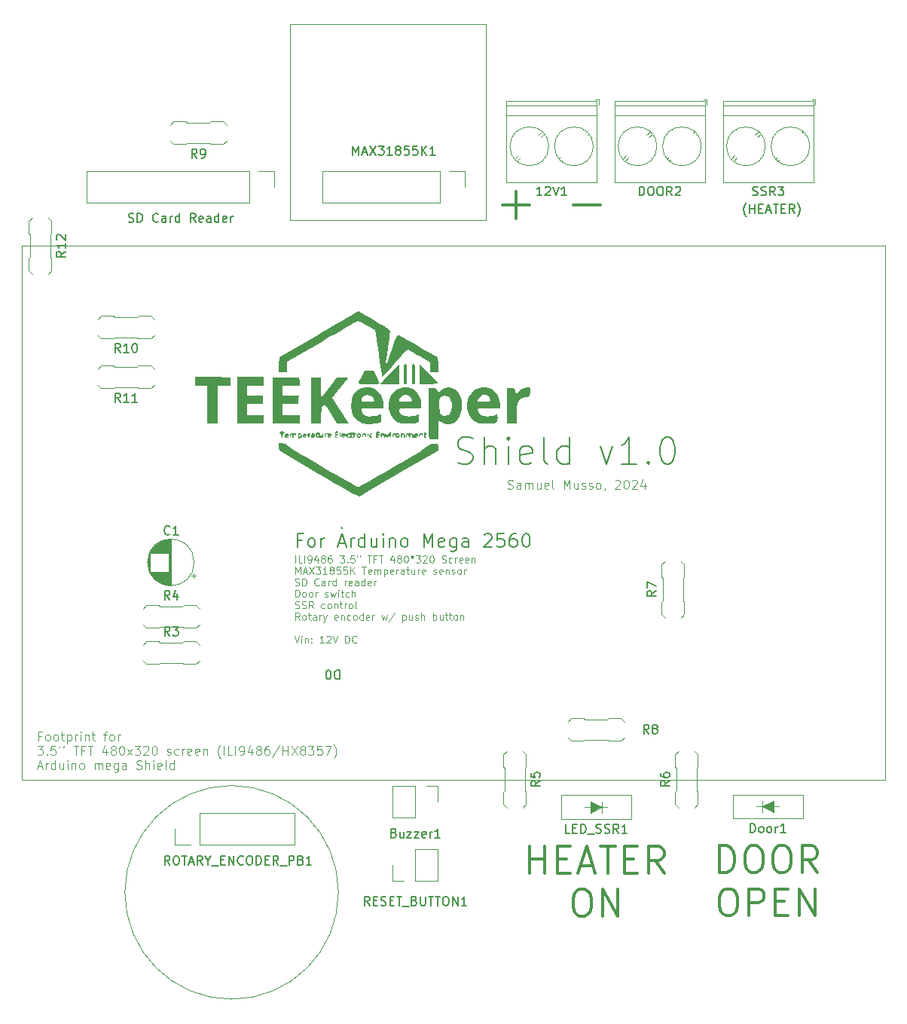
<source format=gbr>
%TF.GenerationSoftware,KiCad,Pcbnew,8.0.5*%
%TF.CreationDate,2024-12-05T17:04:49+01:00*%
%TF.ProjectId,TEEKeeper_V1.0,5445454b-6565-4706-9572-5f56312e302e,rev?*%
%TF.SameCoordinates,PX7b0df40PY6e75580*%
%TF.FileFunction,Legend,Top*%
%TF.FilePolarity,Positive*%
%FSLAX46Y46*%
G04 Gerber Fmt 4.6, Leading zero omitted, Abs format (unit mm)*
G04 Created by KiCad (PCBNEW 8.0.5) date 2024-12-05 17:04:49*
%MOMM*%
%LPD*%
G01*
G04 APERTURE LIST*
%ADD10C,0.100000*%
%ADD11C,0.150000*%
%ADD12C,0.300000*%
%ADD13C,0.200000*%
%ADD14C,0.120000*%
%ADD15C,0.000000*%
G04 APERTURE END LIST*
D10*
X-2540000Y72644000D02*
X94460000Y72644000D01*
X94460000Y12644000D01*
X-2540000Y12644000D01*
X-2540000Y72644000D01*
X33017000Y0D02*
G75*
G02*
X9017000Y0I-12000000J0D01*
G01*
X9017000Y0D02*
G75*
G02*
X33017000Y0I12000000J0D01*
G01*
X27559000Y97536000D02*
X49559000Y97536000D01*
X49559000Y75536000D01*
X27559000Y75536000D01*
X27559000Y97536000D01*
D11*
X78854493Y75949229D02*
X78806874Y75996848D01*
X78806874Y75996848D02*
X78711636Y76139705D01*
X78711636Y76139705D02*
X78664017Y76234943D01*
X78664017Y76234943D02*
X78616398Y76377800D01*
X78616398Y76377800D02*
X78568779Y76615896D01*
X78568779Y76615896D02*
X78568779Y76806372D01*
X78568779Y76806372D02*
X78616398Y77044467D01*
X78616398Y77044467D02*
X78664017Y77187324D01*
X78664017Y77187324D02*
X78711636Y77282562D01*
X78711636Y77282562D02*
X78806874Y77425420D01*
X78806874Y77425420D02*
X78854493Y77473039D01*
X79235446Y76330181D02*
X79235446Y77330181D01*
X79235446Y76853991D02*
X79806874Y76853991D01*
X79806874Y76330181D02*
X79806874Y77330181D01*
X80283065Y76853991D02*
X80616398Y76853991D01*
X80759255Y76330181D02*
X80283065Y76330181D01*
X80283065Y76330181D02*
X80283065Y77330181D01*
X80283065Y77330181D02*
X80759255Y77330181D01*
X81140208Y76615896D02*
X81616398Y76615896D01*
X81044970Y76330181D02*
X81378303Y77330181D01*
X81378303Y77330181D02*
X81711636Y76330181D01*
X81902113Y77330181D02*
X82473541Y77330181D01*
X82187827Y76330181D02*
X82187827Y77330181D01*
X82806875Y76853991D02*
X83140208Y76853991D01*
X83283065Y76330181D02*
X82806875Y76330181D01*
X82806875Y76330181D02*
X82806875Y77330181D01*
X82806875Y77330181D02*
X83283065Y77330181D01*
X84283065Y76330181D02*
X83949732Y76806372D01*
X83711637Y76330181D02*
X83711637Y77330181D01*
X83711637Y77330181D02*
X84092589Y77330181D01*
X84092589Y77330181D02*
X84187827Y77282562D01*
X84187827Y77282562D02*
X84235446Y77234943D01*
X84235446Y77234943D02*
X84283065Y77139705D01*
X84283065Y77139705D02*
X84283065Y76996848D01*
X84283065Y76996848D02*
X84235446Y76901610D01*
X84235446Y76901610D02*
X84187827Y76853991D01*
X84187827Y76853991D02*
X84092589Y76806372D01*
X84092589Y76806372D02*
X83711637Y76806372D01*
X84616399Y75949229D02*
X84664018Y75996848D01*
X84664018Y75996848D02*
X84759256Y76139705D01*
X84759256Y76139705D02*
X84806875Y76234943D01*
X84806875Y76234943D02*
X84854494Y76377800D01*
X84854494Y76377800D02*
X84902113Y76615896D01*
X84902113Y76615896D02*
X84902113Y76806372D01*
X84902113Y76806372D02*
X84854494Y77044467D01*
X84854494Y77044467D02*
X84806875Y77187324D01*
X84806875Y77187324D02*
X84759256Y77282562D01*
X84759256Y77282562D02*
X84664018Y77425420D01*
X84664018Y77425420D02*
X84616399Y77473039D01*
X9433160Y75361800D02*
X9576017Y75314181D01*
X9576017Y75314181D02*
X9814112Y75314181D01*
X9814112Y75314181D02*
X9909350Y75361800D01*
X9909350Y75361800D02*
X9956969Y75409420D01*
X9956969Y75409420D02*
X10004588Y75504658D01*
X10004588Y75504658D02*
X10004588Y75599896D01*
X10004588Y75599896D02*
X9956969Y75695134D01*
X9956969Y75695134D02*
X9909350Y75742753D01*
X9909350Y75742753D02*
X9814112Y75790372D01*
X9814112Y75790372D02*
X9623636Y75837991D01*
X9623636Y75837991D02*
X9528398Y75885610D01*
X9528398Y75885610D02*
X9480779Y75933229D01*
X9480779Y75933229D02*
X9433160Y76028467D01*
X9433160Y76028467D02*
X9433160Y76123705D01*
X9433160Y76123705D02*
X9480779Y76218943D01*
X9480779Y76218943D02*
X9528398Y76266562D01*
X9528398Y76266562D02*
X9623636Y76314181D01*
X9623636Y76314181D02*
X9861731Y76314181D01*
X9861731Y76314181D02*
X10004588Y76266562D01*
X10433160Y75314181D02*
X10433160Y76314181D01*
X10433160Y76314181D02*
X10671255Y76314181D01*
X10671255Y76314181D02*
X10814112Y76266562D01*
X10814112Y76266562D02*
X10909350Y76171324D01*
X10909350Y76171324D02*
X10956969Y76076086D01*
X10956969Y76076086D02*
X11004588Y75885610D01*
X11004588Y75885610D02*
X11004588Y75742753D01*
X11004588Y75742753D02*
X10956969Y75552277D01*
X10956969Y75552277D02*
X10909350Y75457039D01*
X10909350Y75457039D02*
X10814112Y75361800D01*
X10814112Y75361800D02*
X10671255Y75314181D01*
X10671255Y75314181D02*
X10433160Y75314181D01*
X12766493Y75409420D02*
X12718874Y75361800D01*
X12718874Y75361800D02*
X12576017Y75314181D01*
X12576017Y75314181D02*
X12480779Y75314181D01*
X12480779Y75314181D02*
X12337922Y75361800D01*
X12337922Y75361800D02*
X12242684Y75457039D01*
X12242684Y75457039D02*
X12195065Y75552277D01*
X12195065Y75552277D02*
X12147446Y75742753D01*
X12147446Y75742753D02*
X12147446Y75885610D01*
X12147446Y75885610D02*
X12195065Y76076086D01*
X12195065Y76076086D02*
X12242684Y76171324D01*
X12242684Y76171324D02*
X12337922Y76266562D01*
X12337922Y76266562D02*
X12480779Y76314181D01*
X12480779Y76314181D02*
X12576017Y76314181D01*
X12576017Y76314181D02*
X12718874Y76266562D01*
X12718874Y76266562D02*
X12766493Y76218943D01*
X13623636Y75314181D02*
X13623636Y75837991D01*
X13623636Y75837991D02*
X13576017Y75933229D01*
X13576017Y75933229D02*
X13480779Y75980848D01*
X13480779Y75980848D02*
X13290303Y75980848D01*
X13290303Y75980848D02*
X13195065Y75933229D01*
X13623636Y75361800D02*
X13528398Y75314181D01*
X13528398Y75314181D02*
X13290303Y75314181D01*
X13290303Y75314181D02*
X13195065Y75361800D01*
X13195065Y75361800D02*
X13147446Y75457039D01*
X13147446Y75457039D02*
X13147446Y75552277D01*
X13147446Y75552277D02*
X13195065Y75647515D01*
X13195065Y75647515D02*
X13290303Y75695134D01*
X13290303Y75695134D02*
X13528398Y75695134D01*
X13528398Y75695134D02*
X13623636Y75742753D01*
X14099827Y75314181D02*
X14099827Y75980848D01*
X14099827Y75790372D02*
X14147446Y75885610D01*
X14147446Y75885610D02*
X14195065Y75933229D01*
X14195065Y75933229D02*
X14290303Y75980848D01*
X14290303Y75980848D02*
X14385541Y75980848D01*
X15147446Y75314181D02*
X15147446Y76314181D01*
X15147446Y75361800D02*
X15052208Y75314181D01*
X15052208Y75314181D02*
X14861732Y75314181D01*
X14861732Y75314181D02*
X14766494Y75361800D01*
X14766494Y75361800D02*
X14718875Y75409420D01*
X14718875Y75409420D02*
X14671256Y75504658D01*
X14671256Y75504658D02*
X14671256Y75790372D01*
X14671256Y75790372D02*
X14718875Y75885610D01*
X14718875Y75885610D02*
X14766494Y75933229D01*
X14766494Y75933229D02*
X14861732Y75980848D01*
X14861732Y75980848D02*
X15052208Y75980848D01*
X15052208Y75980848D02*
X15147446Y75933229D01*
X16956970Y75314181D02*
X16623637Y75790372D01*
X16385542Y75314181D02*
X16385542Y76314181D01*
X16385542Y76314181D02*
X16766494Y76314181D01*
X16766494Y76314181D02*
X16861732Y76266562D01*
X16861732Y76266562D02*
X16909351Y76218943D01*
X16909351Y76218943D02*
X16956970Y76123705D01*
X16956970Y76123705D02*
X16956970Y75980848D01*
X16956970Y75980848D02*
X16909351Y75885610D01*
X16909351Y75885610D02*
X16861732Y75837991D01*
X16861732Y75837991D02*
X16766494Y75790372D01*
X16766494Y75790372D02*
X16385542Y75790372D01*
X17766494Y75361800D02*
X17671256Y75314181D01*
X17671256Y75314181D02*
X17480780Y75314181D01*
X17480780Y75314181D02*
X17385542Y75361800D01*
X17385542Y75361800D02*
X17337923Y75457039D01*
X17337923Y75457039D02*
X17337923Y75837991D01*
X17337923Y75837991D02*
X17385542Y75933229D01*
X17385542Y75933229D02*
X17480780Y75980848D01*
X17480780Y75980848D02*
X17671256Y75980848D01*
X17671256Y75980848D02*
X17766494Y75933229D01*
X17766494Y75933229D02*
X17814113Y75837991D01*
X17814113Y75837991D02*
X17814113Y75742753D01*
X17814113Y75742753D02*
X17337923Y75647515D01*
X18671256Y75314181D02*
X18671256Y75837991D01*
X18671256Y75837991D02*
X18623637Y75933229D01*
X18623637Y75933229D02*
X18528399Y75980848D01*
X18528399Y75980848D02*
X18337923Y75980848D01*
X18337923Y75980848D02*
X18242685Y75933229D01*
X18671256Y75361800D02*
X18576018Y75314181D01*
X18576018Y75314181D02*
X18337923Y75314181D01*
X18337923Y75314181D02*
X18242685Y75361800D01*
X18242685Y75361800D02*
X18195066Y75457039D01*
X18195066Y75457039D02*
X18195066Y75552277D01*
X18195066Y75552277D02*
X18242685Y75647515D01*
X18242685Y75647515D02*
X18337923Y75695134D01*
X18337923Y75695134D02*
X18576018Y75695134D01*
X18576018Y75695134D02*
X18671256Y75742753D01*
X19576018Y75314181D02*
X19576018Y76314181D01*
X19576018Y75361800D02*
X19480780Y75314181D01*
X19480780Y75314181D02*
X19290304Y75314181D01*
X19290304Y75314181D02*
X19195066Y75361800D01*
X19195066Y75361800D02*
X19147447Y75409420D01*
X19147447Y75409420D02*
X19099828Y75504658D01*
X19099828Y75504658D02*
X19099828Y75790372D01*
X19099828Y75790372D02*
X19147447Y75885610D01*
X19147447Y75885610D02*
X19195066Y75933229D01*
X19195066Y75933229D02*
X19290304Y75980848D01*
X19290304Y75980848D02*
X19480780Y75980848D01*
X19480780Y75980848D02*
X19576018Y75933229D01*
X20433161Y75361800D02*
X20337923Y75314181D01*
X20337923Y75314181D02*
X20147447Y75314181D01*
X20147447Y75314181D02*
X20052209Y75361800D01*
X20052209Y75361800D02*
X20004590Y75457039D01*
X20004590Y75457039D02*
X20004590Y75837991D01*
X20004590Y75837991D02*
X20052209Y75933229D01*
X20052209Y75933229D02*
X20147447Y75980848D01*
X20147447Y75980848D02*
X20337923Y75980848D01*
X20337923Y75980848D02*
X20433161Y75933229D01*
X20433161Y75933229D02*
X20480780Y75837991D01*
X20480780Y75837991D02*
X20480780Y75742753D01*
X20480780Y75742753D02*
X20004590Y75647515D01*
X20909352Y75314181D02*
X20909352Y75980848D01*
X20909352Y75790372D02*
X20956971Y75885610D01*
X20956971Y75885610D02*
X21004590Y75933229D01*
X21004590Y75933229D02*
X21099828Y75980848D01*
X21099828Y75980848D02*
X21195066Y75980848D01*
D12*
X54475999Y2164575D02*
X54475999Y5164575D01*
X54475999Y3736004D02*
X56190285Y3736004D01*
X56190285Y2164575D02*
X56190285Y5164575D01*
X57618856Y3736004D02*
X58618856Y3736004D01*
X59047428Y2164575D02*
X57618856Y2164575D01*
X57618856Y2164575D02*
X57618856Y5164575D01*
X57618856Y5164575D02*
X59047428Y5164575D01*
X60190285Y3021718D02*
X61618857Y3021718D01*
X59904571Y2164575D02*
X60904571Y5164575D01*
X60904571Y5164575D02*
X61904571Y2164575D01*
X62476000Y5164575D02*
X64190286Y5164575D01*
X63333143Y2164575D02*
X63333143Y5164575D01*
X65190285Y3736004D02*
X66190285Y3736004D01*
X66618857Y2164575D02*
X65190285Y2164575D01*
X65190285Y2164575D02*
X65190285Y5164575D01*
X65190285Y5164575D02*
X66618857Y5164575D01*
X69618857Y2164575D02*
X68618857Y3593147D01*
X67904571Y2164575D02*
X67904571Y5164575D01*
X67904571Y5164575D02*
X69047428Y5164575D01*
X69047428Y5164575D02*
X69333143Y5021718D01*
X69333143Y5021718D02*
X69476000Y4878861D01*
X69476000Y4878861D02*
X69618857Y4593147D01*
X69618857Y4593147D02*
X69618857Y4164575D01*
X69618857Y4164575D02*
X69476000Y3878861D01*
X69476000Y3878861D02*
X69333143Y3736004D01*
X69333143Y3736004D02*
X69047428Y3593147D01*
X69047428Y3593147D02*
X67904571Y3593147D01*
X60118857Y334743D02*
X60690285Y334743D01*
X60690285Y334743D02*
X60976000Y191886D01*
X60976000Y191886D02*
X61261714Y-93828D01*
X61261714Y-93828D02*
X61404571Y-665257D01*
X61404571Y-665257D02*
X61404571Y-1665257D01*
X61404571Y-1665257D02*
X61261714Y-2236685D01*
X61261714Y-2236685D02*
X60976000Y-2522400D01*
X60976000Y-2522400D02*
X60690285Y-2665257D01*
X60690285Y-2665257D02*
X60118857Y-2665257D01*
X60118857Y-2665257D02*
X59833143Y-2522400D01*
X59833143Y-2522400D02*
X59547428Y-2236685D01*
X59547428Y-2236685D02*
X59404571Y-1665257D01*
X59404571Y-1665257D02*
X59404571Y-665257D01*
X59404571Y-665257D02*
X59547428Y-93828D01*
X59547428Y-93828D02*
X59833143Y191886D01*
X59833143Y191886D02*
X60118857Y334743D01*
X62690285Y-2665257D02*
X62690285Y334743D01*
X62690285Y334743D02*
X64404571Y-2665257D01*
X64404571Y-2665257D02*
X64404571Y334743D01*
D10*
X-378783Y17587279D02*
X-712116Y17587279D01*
X-712116Y17063469D02*
X-712116Y18063469D01*
X-712116Y18063469D02*
X-235926Y18063469D01*
X287884Y17063469D02*
X192646Y17111088D01*
X192646Y17111088D02*
X145027Y17158708D01*
X145027Y17158708D02*
X97408Y17253946D01*
X97408Y17253946D02*
X97408Y17539660D01*
X97408Y17539660D02*
X145027Y17634898D01*
X145027Y17634898D02*
X192646Y17682517D01*
X192646Y17682517D02*
X287884Y17730136D01*
X287884Y17730136D02*
X430741Y17730136D01*
X430741Y17730136D02*
X525979Y17682517D01*
X525979Y17682517D02*
X573598Y17634898D01*
X573598Y17634898D02*
X621217Y17539660D01*
X621217Y17539660D02*
X621217Y17253946D01*
X621217Y17253946D02*
X573598Y17158708D01*
X573598Y17158708D02*
X525979Y17111088D01*
X525979Y17111088D02*
X430741Y17063469D01*
X430741Y17063469D02*
X287884Y17063469D01*
X1192646Y17063469D02*
X1097408Y17111088D01*
X1097408Y17111088D02*
X1049789Y17158708D01*
X1049789Y17158708D02*
X1002170Y17253946D01*
X1002170Y17253946D02*
X1002170Y17539660D01*
X1002170Y17539660D02*
X1049789Y17634898D01*
X1049789Y17634898D02*
X1097408Y17682517D01*
X1097408Y17682517D02*
X1192646Y17730136D01*
X1192646Y17730136D02*
X1335503Y17730136D01*
X1335503Y17730136D02*
X1430741Y17682517D01*
X1430741Y17682517D02*
X1478360Y17634898D01*
X1478360Y17634898D02*
X1525979Y17539660D01*
X1525979Y17539660D02*
X1525979Y17253946D01*
X1525979Y17253946D02*
X1478360Y17158708D01*
X1478360Y17158708D02*
X1430741Y17111088D01*
X1430741Y17111088D02*
X1335503Y17063469D01*
X1335503Y17063469D02*
X1192646Y17063469D01*
X1811694Y17730136D02*
X2192646Y17730136D01*
X1954551Y18063469D02*
X1954551Y17206327D01*
X1954551Y17206327D02*
X2002170Y17111088D01*
X2002170Y17111088D02*
X2097408Y17063469D01*
X2097408Y17063469D02*
X2192646Y17063469D01*
X2525980Y17730136D02*
X2525980Y16730136D01*
X2525980Y17682517D02*
X2621218Y17730136D01*
X2621218Y17730136D02*
X2811694Y17730136D01*
X2811694Y17730136D02*
X2906932Y17682517D01*
X2906932Y17682517D02*
X2954551Y17634898D01*
X2954551Y17634898D02*
X3002170Y17539660D01*
X3002170Y17539660D02*
X3002170Y17253946D01*
X3002170Y17253946D02*
X2954551Y17158708D01*
X2954551Y17158708D02*
X2906932Y17111088D01*
X2906932Y17111088D02*
X2811694Y17063469D01*
X2811694Y17063469D02*
X2621218Y17063469D01*
X2621218Y17063469D02*
X2525980Y17111088D01*
X3430742Y17063469D02*
X3430742Y17730136D01*
X3430742Y17539660D02*
X3478361Y17634898D01*
X3478361Y17634898D02*
X3525980Y17682517D01*
X3525980Y17682517D02*
X3621218Y17730136D01*
X3621218Y17730136D02*
X3716456Y17730136D01*
X4049790Y17063469D02*
X4049790Y17730136D01*
X4049790Y18063469D02*
X4002171Y18015850D01*
X4002171Y18015850D02*
X4049790Y17968231D01*
X4049790Y17968231D02*
X4097409Y18015850D01*
X4097409Y18015850D02*
X4049790Y18063469D01*
X4049790Y18063469D02*
X4049790Y17968231D01*
X4525980Y17730136D02*
X4525980Y17063469D01*
X4525980Y17634898D02*
X4573599Y17682517D01*
X4573599Y17682517D02*
X4668837Y17730136D01*
X4668837Y17730136D02*
X4811694Y17730136D01*
X4811694Y17730136D02*
X4906932Y17682517D01*
X4906932Y17682517D02*
X4954551Y17587279D01*
X4954551Y17587279D02*
X4954551Y17063469D01*
X5287885Y17730136D02*
X5668837Y17730136D01*
X5430742Y18063469D02*
X5430742Y17206327D01*
X5430742Y17206327D02*
X5478361Y17111088D01*
X5478361Y17111088D02*
X5573599Y17063469D01*
X5573599Y17063469D02*
X5668837Y17063469D01*
X6621219Y17730136D02*
X7002171Y17730136D01*
X6764076Y17063469D02*
X6764076Y17920612D01*
X6764076Y17920612D02*
X6811695Y18015850D01*
X6811695Y18015850D02*
X6906933Y18063469D01*
X6906933Y18063469D02*
X7002171Y18063469D01*
X7478362Y17063469D02*
X7383124Y17111088D01*
X7383124Y17111088D02*
X7335505Y17158708D01*
X7335505Y17158708D02*
X7287886Y17253946D01*
X7287886Y17253946D02*
X7287886Y17539660D01*
X7287886Y17539660D02*
X7335505Y17634898D01*
X7335505Y17634898D02*
X7383124Y17682517D01*
X7383124Y17682517D02*
X7478362Y17730136D01*
X7478362Y17730136D02*
X7621219Y17730136D01*
X7621219Y17730136D02*
X7716457Y17682517D01*
X7716457Y17682517D02*
X7764076Y17634898D01*
X7764076Y17634898D02*
X7811695Y17539660D01*
X7811695Y17539660D02*
X7811695Y17253946D01*
X7811695Y17253946D02*
X7764076Y17158708D01*
X7764076Y17158708D02*
X7716457Y17111088D01*
X7716457Y17111088D02*
X7621219Y17063469D01*
X7621219Y17063469D02*
X7478362Y17063469D01*
X8240267Y17063469D02*
X8240267Y17730136D01*
X8240267Y17539660D02*
X8287886Y17634898D01*
X8287886Y17634898D02*
X8335505Y17682517D01*
X8335505Y17682517D02*
X8430743Y17730136D01*
X8430743Y17730136D02*
X8525981Y17730136D01*
X-807354Y16453525D02*
X-188307Y16453525D01*
X-188307Y16453525D02*
X-521640Y16072573D01*
X-521640Y16072573D02*
X-378783Y16072573D01*
X-378783Y16072573D02*
X-283545Y16024954D01*
X-283545Y16024954D02*
X-235926Y15977335D01*
X-235926Y15977335D02*
X-188307Y15882097D01*
X-188307Y15882097D02*
X-188307Y15644002D01*
X-188307Y15644002D02*
X-235926Y15548764D01*
X-235926Y15548764D02*
X-283545Y15501144D01*
X-283545Y15501144D02*
X-378783Y15453525D01*
X-378783Y15453525D02*
X-664497Y15453525D01*
X-664497Y15453525D02*
X-759735Y15501144D01*
X-759735Y15501144D02*
X-807354Y15548764D01*
X240265Y15548764D02*
X287884Y15501144D01*
X287884Y15501144D02*
X240265Y15453525D01*
X240265Y15453525D02*
X192646Y15501144D01*
X192646Y15501144D02*
X240265Y15548764D01*
X240265Y15548764D02*
X240265Y15453525D01*
X1192645Y16453525D02*
X716455Y16453525D01*
X716455Y16453525D02*
X668836Y15977335D01*
X668836Y15977335D02*
X716455Y16024954D01*
X716455Y16024954D02*
X811693Y16072573D01*
X811693Y16072573D02*
X1049788Y16072573D01*
X1049788Y16072573D02*
X1145026Y16024954D01*
X1145026Y16024954D02*
X1192645Y15977335D01*
X1192645Y15977335D02*
X1240264Y15882097D01*
X1240264Y15882097D02*
X1240264Y15644002D01*
X1240264Y15644002D02*
X1192645Y15548764D01*
X1192645Y15548764D02*
X1145026Y15501144D01*
X1145026Y15501144D02*
X1049788Y15453525D01*
X1049788Y15453525D02*
X811693Y15453525D01*
X811693Y15453525D02*
X716455Y15501144D01*
X716455Y15501144D02*
X668836Y15548764D01*
X1716455Y16453525D02*
X1621217Y16263049D01*
X2192645Y16453525D02*
X2097407Y16263049D01*
X3240264Y16453525D02*
X3811692Y16453525D01*
X3525978Y15453525D02*
X3525978Y16453525D01*
X4478359Y15977335D02*
X4145026Y15977335D01*
X4145026Y15453525D02*
X4145026Y16453525D01*
X4145026Y16453525D02*
X4621216Y16453525D01*
X4859312Y16453525D02*
X5430740Y16453525D01*
X5145026Y15453525D02*
X5145026Y16453525D01*
X6954550Y16120192D02*
X6954550Y15453525D01*
X6716455Y16501144D02*
X6478360Y15786859D01*
X6478360Y15786859D02*
X7097407Y15786859D01*
X7621217Y16024954D02*
X7525979Y16072573D01*
X7525979Y16072573D02*
X7478360Y16120192D01*
X7478360Y16120192D02*
X7430741Y16215430D01*
X7430741Y16215430D02*
X7430741Y16263049D01*
X7430741Y16263049D02*
X7478360Y16358287D01*
X7478360Y16358287D02*
X7525979Y16405906D01*
X7525979Y16405906D02*
X7621217Y16453525D01*
X7621217Y16453525D02*
X7811693Y16453525D01*
X7811693Y16453525D02*
X7906931Y16405906D01*
X7906931Y16405906D02*
X7954550Y16358287D01*
X7954550Y16358287D02*
X8002169Y16263049D01*
X8002169Y16263049D02*
X8002169Y16215430D01*
X8002169Y16215430D02*
X7954550Y16120192D01*
X7954550Y16120192D02*
X7906931Y16072573D01*
X7906931Y16072573D02*
X7811693Y16024954D01*
X7811693Y16024954D02*
X7621217Y16024954D01*
X7621217Y16024954D02*
X7525979Y15977335D01*
X7525979Y15977335D02*
X7478360Y15929716D01*
X7478360Y15929716D02*
X7430741Y15834478D01*
X7430741Y15834478D02*
X7430741Y15644002D01*
X7430741Y15644002D02*
X7478360Y15548764D01*
X7478360Y15548764D02*
X7525979Y15501144D01*
X7525979Y15501144D02*
X7621217Y15453525D01*
X7621217Y15453525D02*
X7811693Y15453525D01*
X7811693Y15453525D02*
X7906931Y15501144D01*
X7906931Y15501144D02*
X7954550Y15548764D01*
X7954550Y15548764D02*
X8002169Y15644002D01*
X8002169Y15644002D02*
X8002169Y15834478D01*
X8002169Y15834478D02*
X7954550Y15929716D01*
X7954550Y15929716D02*
X7906931Y15977335D01*
X7906931Y15977335D02*
X7811693Y16024954D01*
X8621217Y16453525D02*
X8716455Y16453525D01*
X8716455Y16453525D02*
X8811693Y16405906D01*
X8811693Y16405906D02*
X8859312Y16358287D01*
X8859312Y16358287D02*
X8906931Y16263049D01*
X8906931Y16263049D02*
X8954550Y16072573D01*
X8954550Y16072573D02*
X8954550Y15834478D01*
X8954550Y15834478D02*
X8906931Y15644002D01*
X8906931Y15644002D02*
X8859312Y15548764D01*
X8859312Y15548764D02*
X8811693Y15501144D01*
X8811693Y15501144D02*
X8716455Y15453525D01*
X8716455Y15453525D02*
X8621217Y15453525D01*
X8621217Y15453525D02*
X8525979Y15501144D01*
X8525979Y15501144D02*
X8478360Y15548764D01*
X8478360Y15548764D02*
X8430741Y15644002D01*
X8430741Y15644002D02*
X8383122Y15834478D01*
X8383122Y15834478D02*
X8383122Y16072573D01*
X8383122Y16072573D02*
X8430741Y16263049D01*
X8430741Y16263049D02*
X8478360Y16358287D01*
X8478360Y16358287D02*
X8525979Y16405906D01*
X8525979Y16405906D02*
X8621217Y16453525D01*
X9287884Y15453525D02*
X9811693Y16120192D01*
X9287884Y16120192D02*
X9811693Y15453525D01*
X10097408Y16453525D02*
X10716455Y16453525D01*
X10716455Y16453525D02*
X10383122Y16072573D01*
X10383122Y16072573D02*
X10525979Y16072573D01*
X10525979Y16072573D02*
X10621217Y16024954D01*
X10621217Y16024954D02*
X10668836Y15977335D01*
X10668836Y15977335D02*
X10716455Y15882097D01*
X10716455Y15882097D02*
X10716455Y15644002D01*
X10716455Y15644002D02*
X10668836Y15548764D01*
X10668836Y15548764D02*
X10621217Y15501144D01*
X10621217Y15501144D02*
X10525979Y15453525D01*
X10525979Y15453525D02*
X10240265Y15453525D01*
X10240265Y15453525D02*
X10145027Y15501144D01*
X10145027Y15501144D02*
X10097408Y15548764D01*
X11097408Y16358287D02*
X11145027Y16405906D01*
X11145027Y16405906D02*
X11240265Y16453525D01*
X11240265Y16453525D02*
X11478360Y16453525D01*
X11478360Y16453525D02*
X11573598Y16405906D01*
X11573598Y16405906D02*
X11621217Y16358287D01*
X11621217Y16358287D02*
X11668836Y16263049D01*
X11668836Y16263049D02*
X11668836Y16167811D01*
X11668836Y16167811D02*
X11621217Y16024954D01*
X11621217Y16024954D02*
X11049789Y15453525D01*
X11049789Y15453525D02*
X11668836Y15453525D01*
X12287884Y16453525D02*
X12383122Y16453525D01*
X12383122Y16453525D02*
X12478360Y16405906D01*
X12478360Y16405906D02*
X12525979Y16358287D01*
X12525979Y16358287D02*
X12573598Y16263049D01*
X12573598Y16263049D02*
X12621217Y16072573D01*
X12621217Y16072573D02*
X12621217Y15834478D01*
X12621217Y15834478D02*
X12573598Y15644002D01*
X12573598Y15644002D02*
X12525979Y15548764D01*
X12525979Y15548764D02*
X12478360Y15501144D01*
X12478360Y15501144D02*
X12383122Y15453525D01*
X12383122Y15453525D02*
X12287884Y15453525D01*
X12287884Y15453525D02*
X12192646Y15501144D01*
X12192646Y15501144D02*
X12145027Y15548764D01*
X12145027Y15548764D02*
X12097408Y15644002D01*
X12097408Y15644002D02*
X12049789Y15834478D01*
X12049789Y15834478D02*
X12049789Y16072573D01*
X12049789Y16072573D02*
X12097408Y16263049D01*
X12097408Y16263049D02*
X12145027Y16358287D01*
X12145027Y16358287D02*
X12192646Y16405906D01*
X12192646Y16405906D02*
X12287884Y16453525D01*
X13764075Y15501144D02*
X13859313Y15453525D01*
X13859313Y15453525D02*
X14049789Y15453525D01*
X14049789Y15453525D02*
X14145027Y15501144D01*
X14145027Y15501144D02*
X14192646Y15596383D01*
X14192646Y15596383D02*
X14192646Y15644002D01*
X14192646Y15644002D02*
X14145027Y15739240D01*
X14145027Y15739240D02*
X14049789Y15786859D01*
X14049789Y15786859D02*
X13906932Y15786859D01*
X13906932Y15786859D02*
X13811694Y15834478D01*
X13811694Y15834478D02*
X13764075Y15929716D01*
X13764075Y15929716D02*
X13764075Y15977335D01*
X13764075Y15977335D02*
X13811694Y16072573D01*
X13811694Y16072573D02*
X13906932Y16120192D01*
X13906932Y16120192D02*
X14049789Y16120192D01*
X14049789Y16120192D02*
X14145027Y16072573D01*
X15049789Y15501144D02*
X14954551Y15453525D01*
X14954551Y15453525D02*
X14764075Y15453525D01*
X14764075Y15453525D02*
X14668837Y15501144D01*
X14668837Y15501144D02*
X14621218Y15548764D01*
X14621218Y15548764D02*
X14573599Y15644002D01*
X14573599Y15644002D02*
X14573599Y15929716D01*
X14573599Y15929716D02*
X14621218Y16024954D01*
X14621218Y16024954D02*
X14668837Y16072573D01*
X14668837Y16072573D02*
X14764075Y16120192D01*
X14764075Y16120192D02*
X14954551Y16120192D01*
X14954551Y16120192D02*
X15049789Y16072573D01*
X15478361Y15453525D02*
X15478361Y16120192D01*
X15478361Y15929716D02*
X15525980Y16024954D01*
X15525980Y16024954D02*
X15573599Y16072573D01*
X15573599Y16072573D02*
X15668837Y16120192D01*
X15668837Y16120192D02*
X15764075Y16120192D01*
X16478361Y15501144D02*
X16383123Y15453525D01*
X16383123Y15453525D02*
X16192647Y15453525D01*
X16192647Y15453525D02*
X16097409Y15501144D01*
X16097409Y15501144D02*
X16049790Y15596383D01*
X16049790Y15596383D02*
X16049790Y15977335D01*
X16049790Y15977335D02*
X16097409Y16072573D01*
X16097409Y16072573D02*
X16192647Y16120192D01*
X16192647Y16120192D02*
X16383123Y16120192D01*
X16383123Y16120192D02*
X16478361Y16072573D01*
X16478361Y16072573D02*
X16525980Y15977335D01*
X16525980Y15977335D02*
X16525980Y15882097D01*
X16525980Y15882097D02*
X16049790Y15786859D01*
X17335504Y15501144D02*
X17240266Y15453525D01*
X17240266Y15453525D02*
X17049790Y15453525D01*
X17049790Y15453525D02*
X16954552Y15501144D01*
X16954552Y15501144D02*
X16906933Y15596383D01*
X16906933Y15596383D02*
X16906933Y15977335D01*
X16906933Y15977335D02*
X16954552Y16072573D01*
X16954552Y16072573D02*
X17049790Y16120192D01*
X17049790Y16120192D02*
X17240266Y16120192D01*
X17240266Y16120192D02*
X17335504Y16072573D01*
X17335504Y16072573D02*
X17383123Y15977335D01*
X17383123Y15977335D02*
X17383123Y15882097D01*
X17383123Y15882097D02*
X16906933Y15786859D01*
X17811695Y16120192D02*
X17811695Y15453525D01*
X17811695Y16024954D02*
X17859314Y16072573D01*
X17859314Y16072573D02*
X17954552Y16120192D01*
X17954552Y16120192D02*
X18097409Y16120192D01*
X18097409Y16120192D02*
X18192647Y16072573D01*
X18192647Y16072573D02*
X18240266Y15977335D01*
X18240266Y15977335D02*
X18240266Y15453525D01*
X19764076Y15072573D02*
X19716457Y15120192D01*
X19716457Y15120192D02*
X19621219Y15263049D01*
X19621219Y15263049D02*
X19573600Y15358287D01*
X19573600Y15358287D02*
X19525981Y15501144D01*
X19525981Y15501144D02*
X19478362Y15739240D01*
X19478362Y15739240D02*
X19478362Y15929716D01*
X19478362Y15929716D02*
X19525981Y16167811D01*
X19525981Y16167811D02*
X19573600Y16310668D01*
X19573600Y16310668D02*
X19621219Y16405906D01*
X19621219Y16405906D02*
X19716457Y16548764D01*
X19716457Y16548764D02*
X19764076Y16596383D01*
X20145029Y15453525D02*
X20145029Y16453525D01*
X21097409Y15453525D02*
X20621219Y15453525D01*
X20621219Y15453525D02*
X20621219Y16453525D01*
X21430743Y15453525D02*
X21430743Y16453525D01*
X21954552Y15453525D02*
X22145028Y15453525D01*
X22145028Y15453525D02*
X22240266Y15501144D01*
X22240266Y15501144D02*
X22287885Y15548764D01*
X22287885Y15548764D02*
X22383123Y15691621D01*
X22383123Y15691621D02*
X22430742Y15882097D01*
X22430742Y15882097D02*
X22430742Y16263049D01*
X22430742Y16263049D02*
X22383123Y16358287D01*
X22383123Y16358287D02*
X22335504Y16405906D01*
X22335504Y16405906D02*
X22240266Y16453525D01*
X22240266Y16453525D02*
X22049790Y16453525D01*
X22049790Y16453525D02*
X21954552Y16405906D01*
X21954552Y16405906D02*
X21906933Y16358287D01*
X21906933Y16358287D02*
X21859314Y16263049D01*
X21859314Y16263049D02*
X21859314Y16024954D01*
X21859314Y16024954D02*
X21906933Y15929716D01*
X21906933Y15929716D02*
X21954552Y15882097D01*
X21954552Y15882097D02*
X22049790Y15834478D01*
X22049790Y15834478D02*
X22240266Y15834478D01*
X22240266Y15834478D02*
X22335504Y15882097D01*
X22335504Y15882097D02*
X22383123Y15929716D01*
X22383123Y15929716D02*
X22430742Y16024954D01*
X23287885Y16120192D02*
X23287885Y15453525D01*
X23049790Y16501144D02*
X22811695Y15786859D01*
X22811695Y15786859D02*
X23430742Y15786859D01*
X23954552Y16024954D02*
X23859314Y16072573D01*
X23859314Y16072573D02*
X23811695Y16120192D01*
X23811695Y16120192D02*
X23764076Y16215430D01*
X23764076Y16215430D02*
X23764076Y16263049D01*
X23764076Y16263049D02*
X23811695Y16358287D01*
X23811695Y16358287D02*
X23859314Y16405906D01*
X23859314Y16405906D02*
X23954552Y16453525D01*
X23954552Y16453525D02*
X24145028Y16453525D01*
X24145028Y16453525D02*
X24240266Y16405906D01*
X24240266Y16405906D02*
X24287885Y16358287D01*
X24287885Y16358287D02*
X24335504Y16263049D01*
X24335504Y16263049D02*
X24335504Y16215430D01*
X24335504Y16215430D02*
X24287885Y16120192D01*
X24287885Y16120192D02*
X24240266Y16072573D01*
X24240266Y16072573D02*
X24145028Y16024954D01*
X24145028Y16024954D02*
X23954552Y16024954D01*
X23954552Y16024954D02*
X23859314Y15977335D01*
X23859314Y15977335D02*
X23811695Y15929716D01*
X23811695Y15929716D02*
X23764076Y15834478D01*
X23764076Y15834478D02*
X23764076Y15644002D01*
X23764076Y15644002D02*
X23811695Y15548764D01*
X23811695Y15548764D02*
X23859314Y15501144D01*
X23859314Y15501144D02*
X23954552Y15453525D01*
X23954552Y15453525D02*
X24145028Y15453525D01*
X24145028Y15453525D02*
X24240266Y15501144D01*
X24240266Y15501144D02*
X24287885Y15548764D01*
X24287885Y15548764D02*
X24335504Y15644002D01*
X24335504Y15644002D02*
X24335504Y15834478D01*
X24335504Y15834478D02*
X24287885Y15929716D01*
X24287885Y15929716D02*
X24240266Y15977335D01*
X24240266Y15977335D02*
X24145028Y16024954D01*
X25192647Y16453525D02*
X25002171Y16453525D01*
X25002171Y16453525D02*
X24906933Y16405906D01*
X24906933Y16405906D02*
X24859314Y16358287D01*
X24859314Y16358287D02*
X24764076Y16215430D01*
X24764076Y16215430D02*
X24716457Y16024954D01*
X24716457Y16024954D02*
X24716457Y15644002D01*
X24716457Y15644002D02*
X24764076Y15548764D01*
X24764076Y15548764D02*
X24811695Y15501144D01*
X24811695Y15501144D02*
X24906933Y15453525D01*
X24906933Y15453525D02*
X25097409Y15453525D01*
X25097409Y15453525D02*
X25192647Y15501144D01*
X25192647Y15501144D02*
X25240266Y15548764D01*
X25240266Y15548764D02*
X25287885Y15644002D01*
X25287885Y15644002D02*
X25287885Y15882097D01*
X25287885Y15882097D02*
X25240266Y15977335D01*
X25240266Y15977335D02*
X25192647Y16024954D01*
X25192647Y16024954D02*
X25097409Y16072573D01*
X25097409Y16072573D02*
X24906933Y16072573D01*
X24906933Y16072573D02*
X24811695Y16024954D01*
X24811695Y16024954D02*
X24764076Y15977335D01*
X24764076Y15977335D02*
X24716457Y15882097D01*
X26430742Y16501144D02*
X25573600Y15215430D01*
X26764076Y15453525D02*
X26764076Y16453525D01*
X26764076Y15977335D02*
X27335504Y15977335D01*
X27335504Y15453525D02*
X27335504Y16453525D01*
X27716457Y16453525D02*
X28383123Y15453525D01*
X28383123Y16453525D02*
X27716457Y15453525D01*
X28906933Y16024954D02*
X28811695Y16072573D01*
X28811695Y16072573D02*
X28764076Y16120192D01*
X28764076Y16120192D02*
X28716457Y16215430D01*
X28716457Y16215430D02*
X28716457Y16263049D01*
X28716457Y16263049D02*
X28764076Y16358287D01*
X28764076Y16358287D02*
X28811695Y16405906D01*
X28811695Y16405906D02*
X28906933Y16453525D01*
X28906933Y16453525D02*
X29097409Y16453525D01*
X29097409Y16453525D02*
X29192647Y16405906D01*
X29192647Y16405906D02*
X29240266Y16358287D01*
X29240266Y16358287D02*
X29287885Y16263049D01*
X29287885Y16263049D02*
X29287885Y16215430D01*
X29287885Y16215430D02*
X29240266Y16120192D01*
X29240266Y16120192D02*
X29192647Y16072573D01*
X29192647Y16072573D02*
X29097409Y16024954D01*
X29097409Y16024954D02*
X28906933Y16024954D01*
X28906933Y16024954D02*
X28811695Y15977335D01*
X28811695Y15977335D02*
X28764076Y15929716D01*
X28764076Y15929716D02*
X28716457Y15834478D01*
X28716457Y15834478D02*
X28716457Y15644002D01*
X28716457Y15644002D02*
X28764076Y15548764D01*
X28764076Y15548764D02*
X28811695Y15501144D01*
X28811695Y15501144D02*
X28906933Y15453525D01*
X28906933Y15453525D02*
X29097409Y15453525D01*
X29097409Y15453525D02*
X29192647Y15501144D01*
X29192647Y15501144D02*
X29240266Y15548764D01*
X29240266Y15548764D02*
X29287885Y15644002D01*
X29287885Y15644002D02*
X29287885Y15834478D01*
X29287885Y15834478D02*
X29240266Y15929716D01*
X29240266Y15929716D02*
X29192647Y15977335D01*
X29192647Y15977335D02*
X29097409Y16024954D01*
X29621219Y16453525D02*
X30240266Y16453525D01*
X30240266Y16453525D02*
X29906933Y16072573D01*
X29906933Y16072573D02*
X30049790Y16072573D01*
X30049790Y16072573D02*
X30145028Y16024954D01*
X30145028Y16024954D02*
X30192647Y15977335D01*
X30192647Y15977335D02*
X30240266Y15882097D01*
X30240266Y15882097D02*
X30240266Y15644002D01*
X30240266Y15644002D02*
X30192647Y15548764D01*
X30192647Y15548764D02*
X30145028Y15501144D01*
X30145028Y15501144D02*
X30049790Y15453525D01*
X30049790Y15453525D02*
X29764076Y15453525D01*
X29764076Y15453525D02*
X29668838Y15501144D01*
X29668838Y15501144D02*
X29621219Y15548764D01*
X31145028Y16453525D02*
X30668838Y16453525D01*
X30668838Y16453525D02*
X30621219Y15977335D01*
X30621219Y15977335D02*
X30668838Y16024954D01*
X30668838Y16024954D02*
X30764076Y16072573D01*
X30764076Y16072573D02*
X31002171Y16072573D01*
X31002171Y16072573D02*
X31097409Y16024954D01*
X31097409Y16024954D02*
X31145028Y15977335D01*
X31145028Y15977335D02*
X31192647Y15882097D01*
X31192647Y15882097D02*
X31192647Y15644002D01*
X31192647Y15644002D02*
X31145028Y15548764D01*
X31145028Y15548764D02*
X31097409Y15501144D01*
X31097409Y15501144D02*
X31002171Y15453525D01*
X31002171Y15453525D02*
X30764076Y15453525D01*
X30764076Y15453525D02*
X30668838Y15501144D01*
X30668838Y15501144D02*
X30621219Y15548764D01*
X31525981Y16453525D02*
X32192647Y16453525D01*
X32192647Y16453525D02*
X31764076Y15453525D01*
X32478362Y15072573D02*
X32525981Y15120192D01*
X32525981Y15120192D02*
X32621219Y15263049D01*
X32621219Y15263049D02*
X32668838Y15358287D01*
X32668838Y15358287D02*
X32716457Y15501144D01*
X32716457Y15501144D02*
X32764076Y15739240D01*
X32764076Y15739240D02*
X32764076Y15929716D01*
X32764076Y15929716D02*
X32716457Y16167811D01*
X32716457Y16167811D02*
X32668838Y16310668D01*
X32668838Y16310668D02*
X32621219Y16405906D01*
X32621219Y16405906D02*
X32525981Y16548764D01*
X32525981Y16548764D02*
X32478362Y16596383D01*
X-759735Y14129296D02*
X-283545Y14129296D01*
X-854973Y13843581D02*
X-521640Y14843581D01*
X-521640Y14843581D02*
X-188307Y13843581D01*
X145027Y13843581D02*
X145027Y14510248D01*
X145027Y14319772D02*
X192646Y14415010D01*
X192646Y14415010D02*
X240265Y14462629D01*
X240265Y14462629D02*
X335503Y14510248D01*
X335503Y14510248D02*
X430741Y14510248D01*
X1192646Y13843581D02*
X1192646Y14843581D01*
X1192646Y13891200D02*
X1097408Y13843581D01*
X1097408Y13843581D02*
X906932Y13843581D01*
X906932Y13843581D02*
X811694Y13891200D01*
X811694Y13891200D02*
X764075Y13938820D01*
X764075Y13938820D02*
X716456Y14034058D01*
X716456Y14034058D02*
X716456Y14319772D01*
X716456Y14319772D02*
X764075Y14415010D01*
X764075Y14415010D02*
X811694Y14462629D01*
X811694Y14462629D02*
X906932Y14510248D01*
X906932Y14510248D02*
X1097408Y14510248D01*
X1097408Y14510248D02*
X1192646Y14462629D01*
X2097408Y14510248D02*
X2097408Y13843581D01*
X1668837Y14510248D02*
X1668837Y13986439D01*
X1668837Y13986439D02*
X1716456Y13891200D01*
X1716456Y13891200D02*
X1811694Y13843581D01*
X1811694Y13843581D02*
X1954551Y13843581D01*
X1954551Y13843581D02*
X2049789Y13891200D01*
X2049789Y13891200D02*
X2097408Y13938820D01*
X2573599Y13843581D02*
X2573599Y14510248D01*
X2573599Y14843581D02*
X2525980Y14795962D01*
X2525980Y14795962D02*
X2573599Y14748343D01*
X2573599Y14748343D02*
X2621218Y14795962D01*
X2621218Y14795962D02*
X2573599Y14843581D01*
X2573599Y14843581D02*
X2573599Y14748343D01*
X3049789Y14510248D02*
X3049789Y13843581D01*
X3049789Y14415010D02*
X3097408Y14462629D01*
X3097408Y14462629D02*
X3192646Y14510248D01*
X3192646Y14510248D02*
X3335503Y14510248D01*
X3335503Y14510248D02*
X3430741Y14462629D01*
X3430741Y14462629D02*
X3478360Y14367391D01*
X3478360Y14367391D02*
X3478360Y13843581D01*
X4097408Y13843581D02*
X4002170Y13891200D01*
X4002170Y13891200D02*
X3954551Y13938820D01*
X3954551Y13938820D02*
X3906932Y14034058D01*
X3906932Y14034058D02*
X3906932Y14319772D01*
X3906932Y14319772D02*
X3954551Y14415010D01*
X3954551Y14415010D02*
X4002170Y14462629D01*
X4002170Y14462629D02*
X4097408Y14510248D01*
X4097408Y14510248D02*
X4240265Y14510248D01*
X4240265Y14510248D02*
X4335503Y14462629D01*
X4335503Y14462629D02*
X4383122Y14415010D01*
X4383122Y14415010D02*
X4430741Y14319772D01*
X4430741Y14319772D02*
X4430741Y14034058D01*
X4430741Y14034058D02*
X4383122Y13938820D01*
X4383122Y13938820D02*
X4335503Y13891200D01*
X4335503Y13891200D02*
X4240265Y13843581D01*
X4240265Y13843581D02*
X4097408Y13843581D01*
X5621218Y13843581D02*
X5621218Y14510248D01*
X5621218Y14415010D02*
X5668837Y14462629D01*
X5668837Y14462629D02*
X5764075Y14510248D01*
X5764075Y14510248D02*
X5906932Y14510248D01*
X5906932Y14510248D02*
X6002170Y14462629D01*
X6002170Y14462629D02*
X6049789Y14367391D01*
X6049789Y14367391D02*
X6049789Y13843581D01*
X6049789Y14367391D02*
X6097408Y14462629D01*
X6097408Y14462629D02*
X6192646Y14510248D01*
X6192646Y14510248D02*
X6335503Y14510248D01*
X6335503Y14510248D02*
X6430742Y14462629D01*
X6430742Y14462629D02*
X6478361Y14367391D01*
X6478361Y14367391D02*
X6478361Y13843581D01*
X7335503Y13891200D02*
X7240265Y13843581D01*
X7240265Y13843581D02*
X7049789Y13843581D01*
X7049789Y13843581D02*
X6954551Y13891200D01*
X6954551Y13891200D02*
X6906932Y13986439D01*
X6906932Y13986439D02*
X6906932Y14367391D01*
X6906932Y14367391D02*
X6954551Y14462629D01*
X6954551Y14462629D02*
X7049789Y14510248D01*
X7049789Y14510248D02*
X7240265Y14510248D01*
X7240265Y14510248D02*
X7335503Y14462629D01*
X7335503Y14462629D02*
X7383122Y14367391D01*
X7383122Y14367391D02*
X7383122Y14272153D01*
X7383122Y14272153D02*
X6906932Y14176915D01*
X8240265Y14510248D02*
X8240265Y13700724D01*
X8240265Y13700724D02*
X8192646Y13605486D01*
X8192646Y13605486D02*
X8145027Y13557867D01*
X8145027Y13557867D02*
X8049789Y13510248D01*
X8049789Y13510248D02*
X7906932Y13510248D01*
X7906932Y13510248D02*
X7811694Y13557867D01*
X8240265Y13891200D02*
X8145027Y13843581D01*
X8145027Y13843581D02*
X7954551Y13843581D01*
X7954551Y13843581D02*
X7859313Y13891200D01*
X7859313Y13891200D02*
X7811694Y13938820D01*
X7811694Y13938820D02*
X7764075Y14034058D01*
X7764075Y14034058D02*
X7764075Y14319772D01*
X7764075Y14319772D02*
X7811694Y14415010D01*
X7811694Y14415010D02*
X7859313Y14462629D01*
X7859313Y14462629D02*
X7954551Y14510248D01*
X7954551Y14510248D02*
X8145027Y14510248D01*
X8145027Y14510248D02*
X8240265Y14462629D01*
X9145027Y13843581D02*
X9145027Y14367391D01*
X9145027Y14367391D02*
X9097408Y14462629D01*
X9097408Y14462629D02*
X9002170Y14510248D01*
X9002170Y14510248D02*
X8811694Y14510248D01*
X8811694Y14510248D02*
X8716456Y14462629D01*
X9145027Y13891200D02*
X9049789Y13843581D01*
X9049789Y13843581D02*
X8811694Y13843581D01*
X8811694Y13843581D02*
X8716456Y13891200D01*
X8716456Y13891200D02*
X8668837Y13986439D01*
X8668837Y13986439D02*
X8668837Y14081677D01*
X8668837Y14081677D02*
X8716456Y14176915D01*
X8716456Y14176915D02*
X8811694Y14224534D01*
X8811694Y14224534D02*
X9049789Y14224534D01*
X9049789Y14224534D02*
X9145027Y14272153D01*
X10335504Y13891200D02*
X10478361Y13843581D01*
X10478361Y13843581D02*
X10716456Y13843581D01*
X10716456Y13843581D02*
X10811694Y13891200D01*
X10811694Y13891200D02*
X10859313Y13938820D01*
X10859313Y13938820D02*
X10906932Y14034058D01*
X10906932Y14034058D02*
X10906932Y14129296D01*
X10906932Y14129296D02*
X10859313Y14224534D01*
X10859313Y14224534D02*
X10811694Y14272153D01*
X10811694Y14272153D02*
X10716456Y14319772D01*
X10716456Y14319772D02*
X10525980Y14367391D01*
X10525980Y14367391D02*
X10430742Y14415010D01*
X10430742Y14415010D02*
X10383123Y14462629D01*
X10383123Y14462629D02*
X10335504Y14557867D01*
X10335504Y14557867D02*
X10335504Y14653105D01*
X10335504Y14653105D02*
X10383123Y14748343D01*
X10383123Y14748343D02*
X10430742Y14795962D01*
X10430742Y14795962D02*
X10525980Y14843581D01*
X10525980Y14843581D02*
X10764075Y14843581D01*
X10764075Y14843581D02*
X10906932Y14795962D01*
X11335504Y13843581D02*
X11335504Y14843581D01*
X11764075Y13843581D02*
X11764075Y14367391D01*
X11764075Y14367391D02*
X11716456Y14462629D01*
X11716456Y14462629D02*
X11621218Y14510248D01*
X11621218Y14510248D02*
X11478361Y14510248D01*
X11478361Y14510248D02*
X11383123Y14462629D01*
X11383123Y14462629D02*
X11335504Y14415010D01*
X12240266Y13843581D02*
X12240266Y14510248D01*
X12240266Y14843581D02*
X12192647Y14795962D01*
X12192647Y14795962D02*
X12240266Y14748343D01*
X12240266Y14748343D02*
X12287885Y14795962D01*
X12287885Y14795962D02*
X12240266Y14843581D01*
X12240266Y14843581D02*
X12240266Y14748343D01*
X13097408Y13891200D02*
X13002170Y13843581D01*
X13002170Y13843581D02*
X12811694Y13843581D01*
X12811694Y13843581D02*
X12716456Y13891200D01*
X12716456Y13891200D02*
X12668837Y13986439D01*
X12668837Y13986439D02*
X12668837Y14367391D01*
X12668837Y14367391D02*
X12716456Y14462629D01*
X12716456Y14462629D02*
X12811694Y14510248D01*
X12811694Y14510248D02*
X13002170Y14510248D01*
X13002170Y14510248D02*
X13097408Y14462629D01*
X13097408Y14462629D02*
X13145027Y14367391D01*
X13145027Y14367391D02*
X13145027Y14272153D01*
X13145027Y14272153D02*
X12668837Y14176915D01*
X13716456Y13843581D02*
X13621218Y13891200D01*
X13621218Y13891200D02*
X13573599Y13986439D01*
X13573599Y13986439D02*
X13573599Y14843581D01*
X14525980Y13843581D02*
X14525980Y14843581D01*
X14525980Y13891200D02*
X14430742Y13843581D01*
X14430742Y13843581D02*
X14240266Y13843581D01*
X14240266Y13843581D02*
X14145028Y13891200D01*
X14145028Y13891200D02*
X14097409Y13938820D01*
X14097409Y13938820D02*
X14049790Y14034058D01*
X14049790Y14034058D02*
X14049790Y14319772D01*
X14049790Y14319772D02*
X14097409Y14415010D01*
X14097409Y14415010D02*
X14145028Y14462629D01*
X14145028Y14462629D02*
X14240266Y14510248D01*
X14240266Y14510248D02*
X14430742Y14510248D01*
X14430742Y14510248D02*
X14525980Y14462629D01*
D11*
X28895826Y39585086D02*
X28395826Y39585086D01*
X28395826Y38799372D02*
X28395826Y40299372D01*
X28395826Y40299372D02*
X29110112Y40299372D01*
X29895826Y38799372D02*
X29752969Y38870800D01*
X29752969Y38870800D02*
X29681540Y38942229D01*
X29681540Y38942229D02*
X29610112Y39085086D01*
X29610112Y39085086D02*
X29610112Y39513658D01*
X29610112Y39513658D02*
X29681540Y39656515D01*
X29681540Y39656515D02*
X29752969Y39727943D01*
X29752969Y39727943D02*
X29895826Y39799372D01*
X29895826Y39799372D02*
X30110112Y39799372D01*
X30110112Y39799372D02*
X30252969Y39727943D01*
X30252969Y39727943D02*
X30324398Y39656515D01*
X30324398Y39656515D02*
X30395826Y39513658D01*
X30395826Y39513658D02*
X30395826Y39085086D01*
X30395826Y39085086D02*
X30324398Y38942229D01*
X30324398Y38942229D02*
X30252969Y38870800D01*
X30252969Y38870800D02*
X30110112Y38799372D01*
X30110112Y38799372D02*
X29895826Y38799372D01*
X31038683Y38799372D02*
X31038683Y39799372D01*
X31038683Y39513658D02*
X31110112Y39656515D01*
X31110112Y39656515D02*
X31181541Y39727943D01*
X31181541Y39727943D02*
X31324398Y39799372D01*
X31324398Y39799372D02*
X31467255Y39799372D01*
X33038683Y39227943D02*
X33752969Y39227943D01*
X32895826Y38799372D02*
X33395826Y40299372D01*
X33395826Y40299372D02*
X33895826Y38799372D01*
X34395825Y38799372D02*
X34395825Y39799372D01*
X34395825Y39513658D02*
X34467254Y39656515D01*
X34467254Y39656515D02*
X34538683Y39727943D01*
X34538683Y39727943D02*
X34681540Y39799372D01*
X34681540Y39799372D02*
X34824397Y39799372D01*
X35967254Y38799372D02*
X35967254Y40299372D01*
X35967254Y38870800D02*
X35824396Y38799372D01*
X35824396Y38799372D02*
X35538682Y38799372D01*
X35538682Y38799372D02*
X35395825Y38870800D01*
X35395825Y38870800D02*
X35324396Y38942229D01*
X35324396Y38942229D02*
X35252968Y39085086D01*
X35252968Y39085086D02*
X35252968Y39513658D01*
X35252968Y39513658D02*
X35324396Y39656515D01*
X35324396Y39656515D02*
X35395825Y39727943D01*
X35395825Y39727943D02*
X35538682Y39799372D01*
X35538682Y39799372D02*
X35824396Y39799372D01*
X35824396Y39799372D02*
X35967254Y39727943D01*
X37324397Y39799372D02*
X37324397Y38799372D01*
X36681539Y39799372D02*
X36681539Y39013658D01*
X36681539Y39013658D02*
X36752968Y38870800D01*
X36752968Y38870800D02*
X36895825Y38799372D01*
X36895825Y38799372D02*
X37110111Y38799372D01*
X37110111Y38799372D02*
X37252968Y38870800D01*
X37252968Y38870800D02*
X37324397Y38942229D01*
X38038682Y38799372D02*
X38038682Y39799372D01*
X38038682Y40299372D02*
X37967254Y40227943D01*
X37967254Y40227943D02*
X38038682Y40156515D01*
X38038682Y40156515D02*
X38110111Y40227943D01*
X38110111Y40227943D02*
X38038682Y40299372D01*
X38038682Y40299372D02*
X38038682Y40156515D01*
X38752968Y39799372D02*
X38752968Y38799372D01*
X38752968Y39656515D02*
X38824397Y39727943D01*
X38824397Y39727943D02*
X38967254Y39799372D01*
X38967254Y39799372D02*
X39181540Y39799372D01*
X39181540Y39799372D02*
X39324397Y39727943D01*
X39324397Y39727943D02*
X39395826Y39585086D01*
X39395826Y39585086D02*
X39395826Y38799372D01*
X40324397Y38799372D02*
X40181540Y38870800D01*
X40181540Y38870800D02*
X40110111Y38942229D01*
X40110111Y38942229D02*
X40038683Y39085086D01*
X40038683Y39085086D02*
X40038683Y39513658D01*
X40038683Y39513658D02*
X40110111Y39656515D01*
X40110111Y39656515D02*
X40181540Y39727943D01*
X40181540Y39727943D02*
X40324397Y39799372D01*
X40324397Y39799372D02*
X40538683Y39799372D01*
X40538683Y39799372D02*
X40681540Y39727943D01*
X40681540Y39727943D02*
X40752969Y39656515D01*
X40752969Y39656515D02*
X40824397Y39513658D01*
X40824397Y39513658D02*
X40824397Y39085086D01*
X40824397Y39085086D02*
X40752969Y38942229D01*
X40752969Y38942229D02*
X40681540Y38870800D01*
X40681540Y38870800D02*
X40538683Y38799372D01*
X40538683Y38799372D02*
X40324397Y38799372D01*
X42610111Y38799372D02*
X42610111Y40299372D01*
X42610111Y40299372D02*
X43110111Y39227943D01*
X43110111Y39227943D02*
X43610111Y40299372D01*
X43610111Y40299372D02*
X43610111Y38799372D01*
X44895826Y38870800D02*
X44752969Y38799372D01*
X44752969Y38799372D02*
X44467255Y38799372D01*
X44467255Y38799372D02*
X44324397Y38870800D01*
X44324397Y38870800D02*
X44252969Y39013658D01*
X44252969Y39013658D02*
X44252969Y39585086D01*
X44252969Y39585086D02*
X44324397Y39727943D01*
X44324397Y39727943D02*
X44467255Y39799372D01*
X44467255Y39799372D02*
X44752969Y39799372D01*
X44752969Y39799372D02*
X44895826Y39727943D01*
X44895826Y39727943D02*
X44967255Y39585086D01*
X44967255Y39585086D02*
X44967255Y39442229D01*
X44967255Y39442229D02*
X44252969Y39299372D01*
X46252969Y39799372D02*
X46252969Y38585086D01*
X46252969Y38585086D02*
X46181540Y38442229D01*
X46181540Y38442229D02*
X46110111Y38370800D01*
X46110111Y38370800D02*
X45967254Y38299372D01*
X45967254Y38299372D02*
X45752969Y38299372D01*
X45752969Y38299372D02*
X45610111Y38370800D01*
X46252969Y38870800D02*
X46110111Y38799372D01*
X46110111Y38799372D02*
X45824397Y38799372D01*
X45824397Y38799372D02*
X45681540Y38870800D01*
X45681540Y38870800D02*
X45610111Y38942229D01*
X45610111Y38942229D02*
X45538683Y39085086D01*
X45538683Y39085086D02*
X45538683Y39513658D01*
X45538683Y39513658D02*
X45610111Y39656515D01*
X45610111Y39656515D02*
X45681540Y39727943D01*
X45681540Y39727943D02*
X45824397Y39799372D01*
X45824397Y39799372D02*
X46110111Y39799372D01*
X46110111Y39799372D02*
X46252969Y39727943D01*
X47610112Y38799372D02*
X47610112Y39585086D01*
X47610112Y39585086D02*
X47538683Y39727943D01*
X47538683Y39727943D02*
X47395826Y39799372D01*
X47395826Y39799372D02*
X47110112Y39799372D01*
X47110112Y39799372D02*
X46967254Y39727943D01*
X47610112Y38870800D02*
X47467254Y38799372D01*
X47467254Y38799372D02*
X47110112Y38799372D01*
X47110112Y38799372D02*
X46967254Y38870800D01*
X46967254Y38870800D02*
X46895826Y39013658D01*
X46895826Y39013658D02*
X46895826Y39156515D01*
X46895826Y39156515D02*
X46967254Y39299372D01*
X46967254Y39299372D02*
X47110112Y39370800D01*
X47110112Y39370800D02*
X47467254Y39370800D01*
X47467254Y39370800D02*
X47610112Y39442229D01*
X49395826Y40156515D02*
X49467254Y40227943D01*
X49467254Y40227943D02*
X49610112Y40299372D01*
X49610112Y40299372D02*
X49967254Y40299372D01*
X49967254Y40299372D02*
X50110112Y40227943D01*
X50110112Y40227943D02*
X50181540Y40156515D01*
X50181540Y40156515D02*
X50252969Y40013658D01*
X50252969Y40013658D02*
X50252969Y39870800D01*
X50252969Y39870800D02*
X50181540Y39656515D01*
X50181540Y39656515D02*
X49324397Y38799372D01*
X49324397Y38799372D02*
X50252969Y38799372D01*
X51610111Y40299372D02*
X50895825Y40299372D01*
X50895825Y40299372D02*
X50824397Y39585086D01*
X50824397Y39585086D02*
X50895825Y39656515D01*
X50895825Y39656515D02*
X51038683Y39727943D01*
X51038683Y39727943D02*
X51395825Y39727943D01*
X51395825Y39727943D02*
X51538683Y39656515D01*
X51538683Y39656515D02*
X51610111Y39585086D01*
X51610111Y39585086D02*
X51681540Y39442229D01*
X51681540Y39442229D02*
X51681540Y39085086D01*
X51681540Y39085086D02*
X51610111Y38942229D01*
X51610111Y38942229D02*
X51538683Y38870800D01*
X51538683Y38870800D02*
X51395825Y38799372D01*
X51395825Y38799372D02*
X51038683Y38799372D01*
X51038683Y38799372D02*
X50895825Y38870800D01*
X50895825Y38870800D02*
X50824397Y38942229D01*
X52967254Y40299372D02*
X52681539Y40299372D01*
X52681539Y40299372D02*
X52538682Y40227943D01*
X52538682Y40227943D02*
X52467254Y40156515D01*
X52467254Y40156515D02*
X52324396Y39942229D01*
X52324396Y39942229D02*
X52252968Y39656515D01*
X52252968Y39656515D02*
X52252968Y39085086D01*
X52252968Y39085086D02*
X52324396Y38942229D01*
X52324396Y38942229D02*
X52395825Y38870800D01*
X52395825Y38870800D02*
X52538682Y38799372D01*
X52538682Y38799372D02*
X52824396Y38799372D01*
X52824396Y38799372D02*
X52967254Y38870800D01*
X52967254Y38870800D02*
X53038682Y38942229D01*
X53038682Y38942229D02*
X53110111Y39085086D01*
X53110111Y39085086D02*
X53110111Y39442229D01*
X53110111Y39442229D02*
X53038682Y39585086D01*
X53038682Y39585086D02*
X52967254Y39656515D01*
X52967254Y39656515D02*
X52824396Y39727943D01*
X52824396Y39727943D02*
X52538682Y39727943D01*
X52538682Y39727943D02*
X52395825Y39656515D01*
X52395825Y39656515D02*
X52324396Y39585086D01*
X52324396Y39585086D02*
X52252968Y39442229D01*
X54038682Y40299372D02*
X54181539Y40299372D01*
X54181539Y40299372D02*
X54324396Y40227943D01*
X54324396Y40227943D02*
X54395825Y40156515D01*
X54395825Y40156515D02*
X54467253Y40013658D01*
X54467253Y40013658D02*
X54538682Y39727943D01*
X54538682Y39727943D02*
X54538682Y39370800D01*
X54538682Y39370800D02*
X54467253Y39085086D01*
X54467253Y39085086D02*
X54395825Y38942229D01*
X54395825Y38942229D02*
X54324396Y38870800D01*
X54324396Y38870800D02*
X54181539Y38799372D01*
X54181539Y38799372D02*
X54038682Y38799372D01*
X54038682Y38799372D02*
X53895825Y38870800D01*
X53895825Y38870800D02*
X53824396Y38942229D01*
X53824396Y38942229D02*
X53752967Y39085086D01*
X53752967Y39085086D02*
X53681539Y39370800D01*
X53681539Y39370800D02*
X53681539Y39727943D01*
X53681539Y39727943D02*
X53752967Y40013658D01*
X53752967Y40013658D02*
X53824396Y40156515D01*
X53824396Y40156515D02*
X53895825Y40227943D01*
X53895825Y40227943D02*
X54038682Y40299372D01*
D12*
X51441748Y77212934D02*
X54489368Y77212934D01*
X52965558Y75689124D02*
X52965558Y78736743D01*
X59441748Y77212934D02*
X62489368Y77212934D01*
D13*
X46423006Y48272400D02*
X46851578Y48129543D01*
X46851578Y48129543D02*
X47565863Y48129543D01*
X47565863Y48129543D02*
X47851578Y48272400D01*
X47851578Y48272400D02*
X47994435Y48415258D01*
X47994435Y48415258D02*
X48137292Y48700972D01*
X48137292Y48700972D02*
X48137292Y48986686D01*
X48137292Y48986686D02*
X47994435Y49272400D01*
X47994435Y49272400D02*
X47851578Y49415258D01*
X47851578Y49415258D02*
X47565863Y49558115D01*
X47565863Y49558115D02*
X46994435Y49700972D01*
X46994435Y49700972D02*
X46708720Y49843829D01*
X46708720Y49843829D02*
X46565863Y49986686D01*
X46565863Y49986686D02*
X46423006Y50272400D01*
X46423006Y50272400D02*
X46423006Y50558115D01*
X46423006Y50558115D02*
X46565863Y50843829D01*
X46565863Y50843829D02*
X46708720Y50986686D01*
X46708720Y50986686D02*
X46994435Y51129543D01*
X46994435Y51129543D02*
X47708720Y51129543D01*
X47708720Y51129543D02*
X48137292Y50986686D01*
X49423006Y48129543D02*
X49423006Y51129543D01*
X50708721Y48129543D02*
X50708721Y49700972D01*
X50708721Y49700972D02*
X50565863Y49986686D01*
X50565863Y49986686D02*
X50280149Y50129543D01*
X50280149Y50129543D02*
X49851578Y50129543D01*
X49851578Y50129543D02*
X49565863Y49986686D01*
X49565863Y49986686D02*
X49423006Y49843829D01*
X52137292Y48129543D02*
X52137292Y50129543D01*
X52137292Y51129543D02*
X51994435Y50986686D01*
X51994435Y50986686D02*
X52137292Y50843829D01*
X52137292Y50843829D02*
X52280149Y50986686D01*
X52280149Y50986686D02*
X52137292Y51129543D01*
X52137292Y51129543D02*
X52137292Y50843829D01*
X54708720Y48272400D02*
X54423006Y48129543D01*
X54423006Y48129543D02*
X53851578Y48129543D01*
X53851578Y48129543D02*
X53565863Y48272400D01*
X53565863Y48272400D02*
X53423006Y48558115D01*
X53423006Y48558115D02*
X53423006Y49700972D01*
X53423006Y49700972D02*
X53565863Y49986686D01*
X53565863Y49986686D02*
X53851578Y50129543D01*
X53851578Y50129543D02*
X54423006Y50129543D01*
X54423006Y50129543D02*
X54708720Y49986686D01*
X54708720Y49986686D02*
X54851578Y49700972D01*
X54851578Y49700972D02*
X54851578Y49415258D01*
X54851578Y49415258D02*
X53423006Y49129543D01*
X56565864Y48129543D02*
X56280149Y48272400D01*
X56280149Y48272400D02*
X56137292Y48558115D01*
X56137292Y48558115D02*
X56137292Y51129543D01*
X58994436Y48129543D02*
X58994436Y51129543D01*
X58994436Y48272400D02*
X58708721Y48129543D01*
X58708721Y48129543D02*
X58137293Y48129543D01*
X58137293Y48129543D02*
X57851578Y48272400D01*
X57851578Y48272400D02*
X57708721Y48415258D01*
X57708721Y48415258D02*
X57565864Y48700972D01*
X57565864Y48700972D02*
X57565864Y49558115D01*
X57565864Y49558115D02*
X57708721Y49843829D01*
X57708721Y49843829D02*
X57851578Y49986686D01*
X57851578Y49986686D02*
X58137293Y50129543D01*
X58137293Y50129543D02*
X58708721Y50129543D01*
X58708721Y50129543D02*
X58994436Y49986686D01*
X62423007Y50129543D02*
X63137293Y48129543D01*
X63137293Y48129543D02*
X63851578Y50129543D01*
X66565864Y48129543D02*
X64851578Y48129543D01*
X65708721Y48129543D02*
X65708721Y51129543D01*
X65708721Y51129543D02*
X65423007Y50700972D01*
X65423007Y50700972D02*
X65137292Y50415258D01*
X65137292Y50415258D02*
X64851578Y50272400D01*
X67851578Y48415258D02*
X67994435Y48272400D01*
X67994435Y48272400D02*
X67851578Y48129543D01*
X67851578Y48129543D02*
X67708721Y48272400D01*
X67708721Y48272400D02*
X67851578Y48415258D01*
X67851578Y48415258D02*
X67851578Y48129543D01*
X69851578Y51129543D02*
X70137292Y51129543D01*
X70137292Y51129543D02*
X70423006Y50986686D01*
X70423006Y50986686D02*
X70565864Y50843829D01*
X70565864Y50843829D02*
X70708721Y50558115D01*
X70708721Y50558115D02*
X70851578Y49986686D01*
X70851578Y49986686D02*
X70851578Y49272400D01*
X70851578Y49272400D02*
X70708721Y48700972D01*
X70708721Y48700972D02*
X70565864Y48415258D01*
X70565864Y48415258D02*
X70423006Y48272400D01*
X70423006Y48272400D02*
X70137292Y48129543D01*
X70137292Y48129543D02*
X69851578Y48129543D01*
X69851578Y48129543D02*
X69565864Y48272400D01*
X69565864Y48272400D02*
X69423006Y48415258D01*
X69423006Y48415258D02*
X69280149Y48700972D01*
X69280149Y48700972D02*
X69137292Y49272400D01*
X69137292Y49272400D02*
X69137292Y49986686D01*
X69137292Y49986686D02*
X69280149Y50558115D01*
X69280149Y50558115D02*
X69423006Y50843829D01*
X69423006Y50843829D02*
X69565864Y50986686D01*
X69565864Y50986686D02*
X69851578Y51129543D01*
D12*
X75851428Y2235575D02*
X75851428Y5235575D01*
X75851428Y5235575D02*
X76565714Y5235575D01*
X76565714Y5235575D02*
X76994285Y5092718D01*
X76994285Y5092718D02*
X77280000Y4807004D01*
X77280000Y4807004D02*
X77422857Y4521290D01*
X77422857Y4521290D02*
X77565714Y3949861D01*
X77565714Y3949861D02*
X77565714Y3521290D01*
X77565714Y3521290D02*
X77422857Y2949861D01*
X77422857Y2949861D02*
X77280000Y2664147D01*
X77280000Y2664147D02*
X76994285Y2378432D01*
X76994285Y2378432D02*
X76565714Y2235575D01*
X76565714Y2235575D02*
X75851428Y2235575D01*
X79422857Y5235575D02*
X79994285Y5235575D01*
X79994285Y5235575D02*
X80280000Y5092718D01*
X80280000Y5092718D02*
X80565714Y4807004D01*
X80565714Y4807004D02*
X80708571Y4235575D01*
X80708571Y4235575D02*
X80708571Y3235575D01*
X80708571Y3235575D02*
X80565714Y2664147D01*
X80565714Y2664147D02*
X80280000Y2378432D01*
X80280000Y2378432D02*
X79994285Y2235575D01*
X79994285Y2235575D02*
X79422857Y2235575D01*
X79422857Y2235575D02*
X79137143Y2378432D01*
X79137143Y2378432D02*
X78851428Y2664147D01*
X78851428Y2664147D02*
X78708571Y3235575D01*
X78708571Y3235575D02*
X78708571Y4235575D01*
X78708571Y4235575D02*
X78851428Y4807004D01*
X78851428Y4807004D02*
X79137143Y5092718D01*
X79137143Y5092718D02*
X79422857Y5235575D01*
X82565714Y5235575D02*
X83137142Y5235575D01*
X83137142Y5235575D02*
X83422857Y5092718D01*
X83422857Y5092718D02*
X83708571Y4807004D01*
X83708571Y4807004D02*
X83851428Y4235575D01*
X83851428Y4235575D02*
X83851428Y3235575D01*
X83851428Y3235575D02*
X83708571Y2664147D01*
X83708571Y2664147D02*
X83422857Y2378432D01*
X83422857Y2378432D02*
X83137142Y2235575D01*
X83137142Y2235575D02*
X82565714Y2235575D01*
X82565714Y2235575D02*
X82280000Y2378432D01*
X82280000Y2378432D02*
X81994285Y2664147D01*
X81994285Y2664147D02*
X81851428Y3235575D01*
X81851428Y3235575D02*
X81851428Y4235575D01*
X81851428Y4235575D02*
X81994285Y4807004D01*
X81994285Y4807004D02*
X82280000Y5092718D01*
X82280000Y5092718D02*
X82565714Y5235575D01*
X86851428Y2235575D02*
X85851428Y3664147D01*
X85137142Y2235575D02*
X85137142Y5235575D01*
X85137142Y5235575D02*
X86279999Y5235575D01*
X86279999Y5235575D02*
X86565714Y5092718D01*
X86565714Y5092718D02*
X86708571Y4949861D01*
X86708571Y4949861D02*
X86851428Y4664147D01*
X86851428Y4664147D02*
X86851428Y4235575D01*
X86851428Y4235575D02*
X86708571Y3949861D01*
X86708571Y3949861D02*
X86565714Y3807004D01*
X86565714Y3807004D02*
X86279999Y3664147D01*
X86279999Y3664147D02*
X85137142Y3664147D01*
X76565714Y405743D02*
X77137142Y405743D01*
X77137142Y405743D02*
X77422857Y262886D01*
X77422857Y262886D02*
X77708571Y-22828D01*
X77708571Y-22828D02*
X77851428Y-594257D01*
X77851428Y-594257D02*
X77851428Y-1594257D01*
X77851428Y-1594257D02*
X77708571Y-2165685D01*
X77708571Y-2165685D02*
X77422857Y-2451400D01*
X77422857Y-2451400D02*
X77137142Y-2594257D01*
X77137142Y-2594257D02*
X76565714Y-2594257D01*
X76565714Y-2594257D02*
X76280000Y-2451400D01*
X76280000Y-2451400D02*
X75994285Y-2165685D01*
X75994285Y-2165685D02*
X75851428Y-1594257D01*
X75851428Y-1594257D02*
X75851428Y-594257D01*
X75851428Y-594257D02*
X75994285Y-22828D01*
X75994285Y-22828D02*
X76280000Y262886D01*
X76280000Y262886D02*
X76565714Y405743D01*
X79137142Y-2594257D02*
X79137142Y405743D01*
X79137142Y405743D02*
X80279999Y405743D01*
X80279999Y405743D02*
X80565714Y262886D01*
X80565714Y262886D02*
X80708571Y120029D01*
X80708571Y120029D02*
X80851428Y-165685D01*
X80851428Y-165685D02*
X80851428Y-594257D01*
X80851428Y-594257D02*
X80708571Y-879971D01*
X80708571Y-879971D02*
X80565714Y-1022828D01*
X80565714Y-1022828D02*
X80279999Y-1165685D01*
X80279999Y-1165685D02*
X79137142Y-1165685D01*
X82137142Y-1022828D02*
X83137142Y-1022828D01*
X83565714Y-2594257D02*
X82137142Y-2594257D01*
X82137142Y-2594257D02*
X82137142Y405743D01*
X82137142Y405743D02*
X83565714Y405743D01*
X84851428Y-2594257D02*
X84851428Y405743D01*
X84851428Y405743D02*
X86565714Y-2594257D01*
X86565714Y-2594257D02*
X86565714Y405743D01*
D10*
X28196265Y37058790D02*
X28196265Y37858790D01*
X28958169Y37058790D02*
X28577217Y37058790D01*
X28577217Y37058790D02*
X28577217Y37858790D01*
X29224836Y37058790D02*
X29224836Y37858790D01*
X29643883Y37058790D02*
X29796264Y37058790D01*
X29796264Y37058790D02*
X29872454Y37096885D01*
X29872454Y37096885D02*
X29910550Y37134981D01*
X29910550Y37134981D02*
X29986740Y37249266D01*
X29986740Y37249266D02*
X30024835Y37401647D01*
X30024835Y37401647D02*
X30024835Y37706409D01*
X30024835Y37706409D02*
X29986740Y37782600D01*
X29986740Y37782600D02*
X29948645Y37820695D01*
X29948645Y37820695D02*
X29872454Y37858790D01*
X29872454Y37858790D02*
X29720073Y37858790D01*
X29720073Y37858790D02*
X29643883Y37820695D01*
X29643883Y37820695D02*
X29605788Y37782600D01*
X29605788Y37782600D02*
X29567692Y37706409D01*
X29567692Y37706409D02*
X29567692Y37515933D01*
X29567692Y37515933D02*
X29605788Y37439743D01*
X29605788Y37439743D02*
X29643883Y37401647D01*
X29643883Y37401647D02*
X29720073Y37363552D01*
X29720073Y37363552D02*
X29872454Y37363552D01*
X29872454Y37363552D02*
X29948645Y37401647D01*
X29948645Y37401647D02*
X29986740Y37439743D01*
X29986740Y37439743D02*
X30024835Y37515933D01*
X30710550Y37592124D02*
X30710550Y37058790D01*
X30520074Y37896885D02*
X30329597Y37325457D01*
X30329597Y37325457D02*
X30824836Y37325457D01*
X31243883Y37515933D02*
X31167693Y37554028D01*
X31167693Y37554028D02*
X31129598Y37592124D01*
X31129598Y37592124D02*
X31091502Y37668314D01*
X31091502Y37668314D02*
X31091502Y37706409D01*
X31091502Y37706409D02*
X31129598Y37782600D01*
X31129598Y37782600D02*
X31167693Y37820695D01*
X31167693Y37820695D02*
X31243883Y37858790D01*
X31243883Y37858790D02*
X31396264Y37858790D01*
X31396264Y37858790D02*
X31472455Y37820695D01*
X31472455Y37820695D02*
X31510550Y37782600D01*
X31510550Y37782600D02*
X31548645Y37706409D01*
X31548645Y37706409D02*
X31548645Y37668314D01*
X31548645Y37668314D02*
X31510550Y37592124D01*
X31510550Y37592124D02*
X31472455Y37554028D01*
X31472455Y37554028D02*
X31396264Y37515933D01*
X31396264Y37515933D02*
X31243883Y37515933D01*
X31243883Y37515933D02*
X31167693Y37477838D01*
X31167693Y37477838D02*
X31129598Y37439743D01*
X31129598Y37439743D02*
X31091502Y37363552D01*
X31091502Y37363552D02*
X31091502Y37211171D01*
X31091502Y37211171D02*
X31129598Y37134981D01*
X31129598Y37134981D02*
X31167693Y37096885D01*
X31167693Y37096885D02*
X31243883Y37058790D01*
X31243883Y37058790D02*
X31396264Y37058790D01*
X31396264Y37058790D02*
X31472455Y37096885D01*
X31472455Y37096885D02*
X31510550Y37134981D01*
X31510550Y37134981D02*
X31548645Y37211171D01*
X31548645Y37211171D02*
X31548645Y37363552D01*
X31548645Y37363552D02*
X31510550Y37439743D01*
X31510550Y37439743D02*
X31472455Y37477838D01*
X31472455Y37477838D02*
X31396264Y37515933D01*
X32234360Y37858790D02*
X32081979Y37858790D01*
X32081979Y37858790D02*
X32005788Y37820695D01*
X32005788Y37820695D02*
X31967693Y37782600D01*
X31967693Y37782600D02*
X31891503Y37668314D01*
X31891503Y37668314D02*
X31853407Y37515933D01*
X31853407Y37515933D02*
X31853407Y37211171D01*
X31853407Y37211171D02*
X31891503Y37134981D01*
X31891503Y37134981D02*
X31929598Y37096885D01*
X31929598Y37096885D02*
X32005788Y37058790D01*
X32005788Y37058790D02*
X32158169Y37058790D01*
X32158169Y37058790D02*
X32234360Y37096885D01*
X32234360Y37096885D02*
X32272455Y37134981D01*
X32272455Y37134981D02*
X32310550Y37211171D01*
X32310550Y37211171D02*
X32310550Y37401647D01*
X32310550Y37401647D02*
X32272455Y37477838D01*
X32272455Y37477838D02*
X32234360Y37515933D01*
X32234360Y37515933D02*
X32158169Y37554028D01*
X32158169Y37554028D02*
X32005788Y37554028D01*
X32005788Y37554028D02*
X31929598Y37515933D01*
X31929598Y37515933D02*
X31891503Y37477838D01*
X31891503Y37477838D02*
X31853407Y37401647D01*
X33186741Y37858790D02*
X33681979Y37858790D01*
X33681979Y37858790D02*
X33415313Y37554028D01*
X33415313Y37554028D02*
X33529598Y37554028D01*
X33529598Y37554028D02*
X33605789Y37515933D01*
X33605789Y37515933D02*
X33643884Y37477838D01*
X33643884Y37477838D02*
X33681979Y37401647D01*
X33681979Y37401647D02*
X33681979Y37211171D01*
X33681979Y37211171D02*
X33643884Y37134981D01*
X33643884Y37134981D02*
X33605789Y37096885D01*
X33605789Y37096885D02*
X33529598Y37058790D01*
X33529598Y37058790D02*
X33301027Y37058790D01*
X33301027Y37058790D02*
X33224836Y37096885D01*
X33224836Y37096885D02*
X33186741Y37134981D01*
X34024837Y37134981D02*
X34062932Y37096885D01*
X34062932Y37096885D02*
X34024837Y37058790D01*
X34024837Y37058790D02*
X33986741Y37096885D01*
X33986741Y37096885D02*
X34024837Y37134981D01*
X34024837Y37134981D02*
X34024837Y37058790D01*
X34786741Y37858790D02*
X34405789Y37858790D01*
X34405789Y37858790D02*
X34367693Y37477838D01*
X34367693Y37477838D02*
X34405789Y37515933D01*
X34405789Y37515933D02*
X34481979Y37554028D01*
X34481979Y37554028D02*
X34672455Y37554028D01*
X34672455Y37554028D02*
X34748646Y37515933D01*
X34748646Y37515933D02*
X34786741Y37477838D01*
X34786741Y37477838D02*
X34824836Y37401647D01*
X34824836Y37401647D02*
X34824836Y37211171D01*
X34824836Y37211171D02*
X34786741Y37134981D01*
X34786741Y37134981D02*
X34748646Y37096885D01*
X34748646Y37096885D02*
X34672455Y37058790D01*
X34672455Y37058790D02*
X34481979Y37058790D01*
X34481979Y37058790D02*
X34405789Y37096885D01*
X34405789Y37096885D02*
X34367693Y37134981D01*
X35129598Y37858790D02*
X35129598Y37706409D01*
X35434360Y37858790D02*
X35434360Y37706409D01*
X36272456Y37858790D02*
X36729599Y37858790D01*
X36501027Y37058790D02*
X36501027Y37858790D01*
X37262932Y37477838D02*
X36996266Y37477838D01*
X36996266Y37058790D02*
X36996266Y37858790D01*
X36996266Y37858790D02*
X37377218Y37858790D01*
X37567694Y37858790D02*
X38024837Y37858790D01*
X37796265Y37058790D02*
X37796265Y37858790D01*
X39243885Y37592124D02*
X39243885Y37058790D01*
X39053409Y37896885D02*
X38862932Y37325457D01*
X38862932Y37325457D02*
X39358171Y37325457D01*
X39777218Y37515933D02*
X39701028Y37554028D01*
X39701028Y37554028D02*
X39662933Y37592124D01*
X39662933Y37592124D02*
X39624837Y37668314D01*
X39624837Y37668314D02*
X39624837Y37706409D01*
X39624837Y37706409D02*
X39662933Y37782600D01*
X39662933Y37782600D02*
X39701028Y37820695D01*
X39701028Y37820695D02*
X39777218Y37858790D01*
X39777218Y37858790D02*
X39929599Y37858790D01*
X39929599Y37858790D02*
X40005790Y37820695D01*
X40005790Y37820695D02*
X40043885Y37782600D01*
X40043885Y37782600D02*
X40081980Y37706409D01*
X40081980Y37706409D02*
X40081980Y37668314D01*
X40081980Y37668314D02*
X40043885Y37592124D01*
X40043885Y37592124D02*
X40005790Y37554028D01*
X40005790Y37554028D02*
X39929599Y37515933D01*
X39929599Y37515933D02*
X39777218Y37515933D01*
X39777218Y37515933D02*
X39701028Y37477838D01*
X39701028Y37477838D02*
X39662933Y37439743D01*
X39662933Y37439743D02*
X39624837Y37363552D01*
X39624837Y37363552D02*
X39624837Y37211171D01*
X39624837Y37211171D02*
X39662933Y37134981D01*
X39662933Y37134981D02*
X39701028Y37096885D01*
X39701028Y37096885D02*
X39777218Y37058790D01*
X39777218Y37058790D02*
X39929599Y37058790D01*
X39929599Y37058790D02*
X40005790Y37096885D01*
X40005790Y37096885D02*
X40043885Y37134981D01*
X40043885Y37134981D02*
X40081980Y37211171D01*
X40081980Y37211171D02*
X40081980Y37363552D01*
X40081980Y37363552D02*
X40043885Y37439743D01*
X40043885Y37439743D02*
X40005790Y37477838D01*
X40005790Y37477838D02*
X39929599Y37515933D01*
X40577219Y37858790D02*
X40653409Y37858790D01*
X40653409Y37858790D02*
X40729600Y37820695D01*
X40729600Y37820695D02*
X40767695Y37782600D01*
X40767695Y37782600D02*
X40805790Y37706409D01*
X40805790Y37706409D02*
X40843885Y37554028D01*
X40843885Y37554028D02*
X40843885Y37363552D01*
X40843885Y37363552D02*
X40805790Y37211171D01*
X40805790Y37211171D02*
X40767695Y37134981D01*
X40767695Y37134981D02*
X40729600Y37096885D01*
X40729600Y37096885D02*
X40653409Y37058790D01*
X40653409Y37058790D02*
X40577219Y37058790D01*
X40577219Y37058790D02*
X40501028Y37096885D01*
X40501028Y37096885D02*
X40462933Y37134981D01*
X40462933Y37134981D02*
X40424838Y37211171D01*
X40424838Y37211171D02*
X40386742Y37363552D01*
X40386742Y37363552D02*
X40386742Y37554028D01*
X40386742Y37554028D02*
X40424838Y37706409D01*
X40424838Y37706409D02*
X40462933Y37782600D01*
X40462933Y37782600D02*
X40501028Y37820695D01*
X40501028Y37820695D02*
X40577219Y37858790D01*
X41301028Y37858790D02*
X41301028Y37668314D01*
X41110552Y37744505D02*
X41301028Y37668314D01*
X41301028Y37668314D02*
X41491505Y37744505D01*
X41186743Y37515933D02*
X41301028Y37668314D01*
X41301028Y37668314D02*
X41415314Y37515933D01*
X41720076Y37858790D02*
X42215314Y37858790D01*
X42215314Y37858790D02*
X41948648Y37554028D01*
X41948648Y37554028D02*
X42062933Y37554028D01*
X42062933Y37554028D02*
X42139124Y37515933D01*
X42139124Y37515933D02*
X42177219Y37477838D01*
X42177219Y37477838D02*
X42215314Y37401647D01*
X42215314Y37401647D02*
X42215314Y37211171D01*
X42215314Y37211171D02*
X42177219Y37134981D01*
X42177219Y37134981D02*
X42139124Y37096885D01*
X42139124Y37096885D02*
X42062933Y37058790D01*
X42062933Y37058790D02*
X41834362Y37058790D01*
X41834362Y37058790D02*
X41758171Y37096885D01*
X41758171Y37096885D02*
X41720076Y37134981D01*
X42520076Y37782600D02*
X42558172Y37820695D01*
X42558172Y37820695D02*
X42634362Y37858790D01*
X42634362Y37858790D02*
X42824838Y37858790D01*
X42824838Y37858790D02*
X42901029Y37820695D01*
X42901029Y37820695D02*
X42939124Y37782600D01*
X42939124Y37782600D02*
X42977219Y37706409D01*
X42977219Y37706409D02*
X42977219Y37630219D01*
X42977219Y37630219D02*
X42939124Y37515933D01*
X42939124Y37515933D02*
X42481981Y37058790D01*
X42481981Y37058790D02*
X42977219Y37058790D01*
X43472458Y37858790D02*
X43548648Y37858790D01*
X43548648Y37858790D02*
X43624839Y37820695D01*
X43624839Y37820695D02*
X43662934Y37782600D01*
X43662934Y37782600D02*
X43701029Y37706409D01*
X43701029Y37706409D02*
X43739124Y37554028D01*
X43739124Y37554028D02*
X43739124Y37363552D01*
X43739124Y37363552D02*
X43701029Y37211171D01*
X43701029Y37211171D02*
X43662934Y37134981D01*
X43662934Y37134981D02*
X43624839Y37096885D01*
X43624839Y37096885D02*
X43548648Y37058790D01*
X43548648Y37058790D02*
X43472458Y37058790D01*
X43472458Y37058790D02*
X43396267Y37096885D01*
X43396267Y37096885D02*
X43358172Y37134981D01*
X43358172Y37134981D02*
X43320077Y37211171D01*
X43320077Y37211171D02*
X43281981Y37363552D01*
X43281981Y37363552D02*
X43281981Y37554028D01*
X43281981Y37554028D02*
X43320077Y37706409D01*
X43320077Y37706409D02*
X43358172Y37782600D01*
X43358172Y37782600D02*
X43396267Y37820695D01*
X43396267Y37820695D02*
X43472458Y37858790D01*
X44653410Y37096885D02*
X44767696Y37058790D01*
X44767696Y37058790D02*
X44958172Y37058790D01*
X44958172Y37058790D02*
X45034363Y37096885D01*
X45034363Y37096885D02*
X45072458Y37134981D01*
X45072458Y37134981D02*
X45110553Y37211171D01*
X45110553Y37211171D02*
X45110553Y37287362D01*
X45110553Y37287362D02*
X45072458Y37363552D01*
X45072458Y37363552D02*
X45034363Y37401647D01*
X45034363Y37401647D02*
X44958172Y37439743D01*
X44958172Y37439743D02*
X44805791Y37477838D01*
X44805791Y37477838D02*
X44729601Y37515933D01*
X44729601Y37515933D02*
X44691506Y37554028D01*
X44691506Y37554028D02*
X44653410Y37630219D01*
X44653410Y37630219D02*
X44653410Y37706409D01*
X44653410Y37706409D02*
X44691506Y37782600D01*
X44691506Y37782600D02*
X44729601Y37820695D01*
X44729601Y37820695D02*
X44805791Y37858790D01*
X44805791Y37858790D02*
X44996268Y37858790D01*
X44996268Y37858790D02*
X45110553Y37820695D01*
X45796268Y37096885D02*
X45720077Y37058790D01*
X45720077Y37058790D02*
X45567696Y37058790D01*
X45567696Y37058790D02*
X45491506Y37096885D01*
X45491506Y37096885D02*
X45453411Y37134981D01*
X45453411Y37134981D02*
X45415315Y37211171D01*
X45415315Y37211171D02*
X45415315Y37439743D01*
X45415315Y37439743D02*
X45453411Y37515933D01*
X45453411Y37515933D02*
X45491506Y37554028D01*
X45491506Y37554028D02*
X45567696Y37592124D01*
X45567696Y37592124D02*
X45720077Y37592124D01*
X45720077Y37592124D02*
X45796268Y37554028D01*
X46139125Y37058790D02*
X46139125Y37592124D01*
X46139125Y37439743D02*
X46177220Y37515933D01*
X46177220Y37515933D02*
X46215315Y37554028D01*
X46215315Y37554028D02*
X46291506Y37592124D01*
X46291506Y37592124D02*
X46367696Y37592124D01*
X46939125Y37096885D02*
X46862934Y37058790D01*
X46862934Y37058790D02*
X46710553Y37058790D01*
X46710553Y37058790D02*
X46634363Y37096885D01*
X46634363Y37096885D02*
X46596267Y37173076D01*
X46596267Y37173076D02*
X46596267Y37477838D01*
X46596267Y37477838D02*
X46634363Y37554028D01*
X46634363Y37554028D02*
X46710553Y37592124D01*
X46710553Y37592124D02*
X46862934Y37592124D01*
X46862934Y37592124D02*
X46939125Y37554028D01*
X46939125Y37554028D02*
X46977220Y37477838D01*
X46977220Y37477838D02*
X46977220Y37401647D01*
X46977220Y37401647D02*
X46596267Y37325457D01*
X47624839Y37096885D02*
X47548648Y37058790D01*
X47548648Y37058790D02*
X47396267Y37058790D01*
X47396267Y37058790D02*
X47320077Y37096885D01*
X47320077Y37096885D02*
X47281981Y37173076D01*
X47281981Y37173076D02*
X47281981Y37477838D01*
X47281981Y37477838D02*
X47320077Y37554028D01*
X47320077Y37554028D02*
X47396267Y37592124D01*
X47396267Y37592124D02*
X47548648Y37592124D01*
X47548648Y37592124D02*
X47624839Y37554028D01*
X47624839Y37554028D02*
X47662934Y37477838D01*
X47662934Y37477838D02*
X47662934Y37401647D01*
X47662934Y37401647D02*
X47281981Y37325457D01*
X48005791Y37592124D02*
X48005791Y37058790D01*
X48005791Y37515933D02*
X48043886Y37554028D01*
X48043886Y37554028D02*
X48120076Y37592124D01*
X48120076Y37592124D02*
X48234362Y37592124D01*
X48234362Y37592124D02*
X48310553Y37554028D01*
X48310553Y37554028D02*
X48348648Y37477838D01*
X48348648Y37477838D02*
X48348648Y37058790D01*
X28196265Y35770835D02*
X28196265Y36570835D01*
X28196265Y36570835D02*
X28462931Y35999407D01*
X28462931Y35999407D02*
X28729598Y36570835D01*
X28729598Y36570835D02*
X28729598Y35770835D01*
X29072455Y35999407D02*
X29453408Y35999407D01*
X28996265Y35770835D02*
X29262932Y36570835D01*
X29262932Y36570835D02*
X29529598Y35770835D01*
X29720074Y36570835D02*
X30253408Y35770835D01*
X30253408Y36570835D02*
X29720074Y35770835D01*
X30481979Y36570835D02*
X30977217Y36570835D01*
X30977217Y36570835D02*
X30710551Y36266073D01*
X30710551Y36266073D02*
X30824836Y36266073D01*
X30824836Y36266073D02*
X30901027Y36227978D01*
X30901027Y36227978D02*
X30939122Y36189883D01*
X30939122Y36189883D02*
X30977217Y36113692D01*
X30977217Y36113692D02*
X30977217Y35923216D01*
X30977217Y35923216D02*
X30939122Y35847026D01*
X30939122Y35847026D02*
X30901027Y35808930D01*
X30901027Y35808930D02*
X30824836Y35770835D01*
X30824836Y35770835D02*
X30596265Y35770835D01*
X30596265Y35770835D02*
X30520074Y35808930D01*
X30520074Y35808930D02*
X30481979Y35847026D01*
X31739122Y35770835D02*
X31281979Y35770835D01*
X31510551Y35770835D02*
X31510551Y36570835D01*
X31510551Y36570835D02*
X31434360Y36456550D01*
X31434360Y36456550D02*
X31358170Y36380359D01*
X31358170Y36380359D02*
X31281979Y36342264D01*
X32196265Y36227978D02*
X32120075Y36266073D01*
X32120075Y36266073D02*
X32081980Y36304169D01*
X32081980Y36304169D02*
X32043884Y36380359D01*
X32043884Y36380359D02*
X32043884Y36418454D01*
X32043884Y36418454D02*
X32081980Y36494645D01*
X32081980Y36494645D02*
X32120075Y36532740D01*
X32120075Y36532740D02*
X32196265Y36570835D01*
X32196265Y36570835D02*
X32348646Y36570835D01*
X32348646Y36570835D02*
X32424837Y36532740D01*
X32424837Y36532740D02*
X32462932Y36494645D01*
X32462932Y36494645D02*
X32501027Y36418454D01*
X32501027Y36418454D02*
X32501027Y36380359D01*
X32501027Y36380359D02*
X32462932Y36304169D01*
X32462932Y36304169D02*
X32424837Y36266073D01*
X32424837Y36266073D02*
X32348646Y36227978D01*
X32348646Y36227978D02*
X32196265Y36227978D01*
X32196265Y36227978D02*
X32120075Y36189883D01*
X32120075Y36189883D02*
X32081980Y36151788D01*
X32081980Y36151788D02*
X32043884Y36075597D01*
X32043884Y36075597D02*
X32043884Y35923216D01*
X32043884Y35923216D02*
X32081980Y35847026D01*
X32081980Y35847026D02*
X32120075Y35808930D01*
X32120075Y35808930D02*
X32196265Y35770835D01*
X32196265Y35770835D02*
X32348646Y35770835D01*
X32348646Y35770835D02*
X32424837Y35808930D01*
X32424837Y35808930D02*
X32462932Y35847026D01*
X32462932Y35847026D02*
X32501027Y35923216D01*
X32501027Y35923216D02*
X32501027Y36075597D01*
X32501027Y36075597D02*
X32462932Y36151788D01*
X32462932Y36151788D02*
X32424837Y36189883D01*
X32424837Y36189883D02*
X32348646Y36227978D01*
X33224837Y36570835D02*
X32843885Y36570835D01*
X32843885Y36570835D02*
X32805789Y36189883D01*
X32805789Y36189883D02*
X32843885Y36227978D01*
X32843885Y36227978D02*
X32920075Y36266073D01*
X32920075Y36266073D02*
X33110551Y36266073D01*
X33110551Y36266073D02*
X33186742Y36227978D01*
X33186742Y36227978D02*
X33224837Y36189883D01*
X33224837Y36189883D02*
X33262932Y36113692D01*
X33262932Y36113692D02*
X33262932Y35923216D01*
X33262932Y35923216D02*
X33224837Y35847026D01*
X33224837Y35847026D02*
X33186742Y35808930D01*
X33186742Y35808930D02*
X33110551Y35770835D01*
X33110551Y35770835D02*
X32920075Y35770835D01*
X32920075Y35770835D02*
X32843885Y35808930D01*
X32843885Y35808930D02*
X32805789Y35847026D01*
X33986742Y36570835D02*
X33605790Y36570835D01*
X33605790Y36570835D02*
X33567694Y36189883D01*
X33567694Y36189883D02*
X33605790Y36227978D01*
X33605790Y36227978D02*
X33681980Y36266073D01*
X33681980Y36266073D02*
X33872456Y36266073D01*
X33872456Y36266073D02*
X33948647Y36227978D01*
X33948647Y36227978D02*
X33986742Y36189883D01*
X33986742Y36189883D02*
X34024837Y36113692D01*
X34024837Y36113692D02*
X34024837Y35923216D01*
X34024837Y35923216D02*
X33986742Y35847026D01*
X33986742Y35847026D02*
X33948647Y35808930D01*
X33948647Y35808930D02*
X33872456Y35770835D01*
X33872456Y35770835D02*
X33681980Y35770835D01*
X33681980Y35770835D02*
X33605790Y35808930D01*
X33605790Y35808930D02*
X33567694Y35847026D01*
X34367695Y35770835D02*
X34367695Y36570835D01*
X34824838Y35770835D02*
X34481980Y36227978D01*
X34824838Y36570835D02*
X34367695Y36113692D01*
X35662933Y36570835D02*
X36120076Y36570835D01*
X35891504Y35770835D02*
X35891504Y36570835D01*
X36691505Y35808930D02*
X36615314Y35770835D01*
X36615314Y35770835D02*
X36462933Y35770835D01*
X36462933Y35770835D02*
X36386743Y35808930D01*
X36386743Y35808930D02*
X36348647Y35885121D01*
X36348647Y35885121D02*
X36348647Y36189883D01*
X36348647Y36189883D02*
X36386743Y36266073D01*
X36386743Y36266073D02*
X36462933Y36304169D01*
X36462933Y36304169D02*
X36615314Y36304169D01*
X36615314Y36304169D02*
X36691505Y36266073D01*
X36691505Y36266073D02*
X36729600Y36189883D01*
X36729600Y36189883D02*
X36729600Y36113692D01*
X36729600Y36113692D02*
X36348647Y36037502D01*
X37072457Y35770835D02*
X37072457Y36304169D01*
X37072457Y36227978D02*
X37110552Y36266073D01*
X37110552Y36266073D02*
X37186742Y36304169D01*
X37186742Y36304169D02*
X37301028Y36304169D01*
X37301028Y36304169D02*
X37377219Y36266073D01*
X37377219Y36266073D02*
X37415314Y36189883D01*
X37415314Y36189883D02*
X37415314Y35770835D01*
X37415314Y36189883D02*
X37453409Y36266073D01*
X37453409Y36266073D02*
X37529600Y36304169D01*
X37529600Y36304169D02*
X37643885Y36304169D01*
X37643885Y36304169D02*
X37720076Y36266073D01*
X37720076Y36266073D02*
X37758171Y36189883D01*
X37758171Y36189883D02*
X37758171Y35770835D01*
X38139124Y36304169D02*
X38139124Y35504169D01*
X38139124Y36266073D02*
X38215314Y36304169D01*
X38215314Y36304169D02*
X38367695Y36304169D01*
X38367695Y36304169D02*
X38443886Y36266073D01*
X38443886Y36266073D02*
X38481981Y36227978D01*
X38481981Y36227978D02*
X38520076Y36151788D01*
X38520076Y36151788D02*
X38520076Y35923216D01*
X38520076Y35923216D02*
X38481981Y35847026D01*
X38481981Y35847026D02*
X38443886Y35808930D01*
X38443886Y35808930D02*
X38367695Y35770835D01*
X38367695Y35770835D02*
X38215314Y35770835D01*
X38215314Y35770835D02*
X38139124Y35808930D01*
X39167696Y35808930D02*
X39091505Y35770835D01*
X39091505Y35770835D02*
X38939124Y35770835D01*
X38939124Y35770835D02*
X38862934Y35808930D01*
X38862934Y35808930D02*
X38824838Y35885121D01*
X38824838Y35885121D02*
X38824838Y36189883D01*
X38824838Y36189883D02*
X38862934Y36266073D01*
X38862934Y36266073D02*
X38939124Y36304169D01*
X38939124Y36304169D02*
X39091505Y36304169D01*
X39091505Y36304169D02*
X39167696Y36266073D01*
X39167696Y36266073D02*
X39205791Y36189883D01*
X39205791Y36189883D02*
X39205791Y36113692D01*
X39205791Y36113692D02*
X38824838Y36037502D01*
X39548648Y35770835D02*
X39548648Y36304169D01*
X39548648Y36151788D02*
X39586743Y36227978D01*
X39586743Y36227978D02*
X39624838Y36266073D01*
X39624838Y36266073D02*
X39701029Y36304169D01*
X39701029Y36304169D02*
X39777219Y36304169D01*
X40386743Y35770835D02*
X40386743Y36189883D01*
X40386743Y36189883D02*
X40348648Y36266073D01*
X40348648Y36266073D02*
X40272457Y36304169D01*
X40272457Y36304169D02*
X40120076Y36304169D01*
X40120076Y36304169D02*
X40043886Y36266073D01*
X40386743Y35808930D02*
X40310552Y35770835D01*
X40310552Y35770835D02*
X40120076Y35770835D01*
X40120076Y35770835D02*
X40043886Y35808930D01*
X40043886Y35808930D02*
X40005790Y35885121D01*
X40005790Y35885121D02*
X40005790Y35961311D01*
X40005790Y35961311D02*
X40043886Y36037502D01*
X40043886Y36037502D02*
X40120076Y36075597D01*
X40120076Y36075597D02*
X40310552Y36075597D01*
X40310552Y36075597D02*
X40386743Y36113692D01*
X40653410Y36304169D02*
X40958172Y36304169D01*
X40767696Y36570835D02*
X40767696Y35885121D01*
X40767696Y35885121D02*
X40805791Y35808930D01*
X40805791Y35808930D02*
X40881981Y35770835D01*
X40881981Y35770835D02*
X40958172Y35770835D01*
X41567696Y36304169D02*
X41567696Y35770835D01*
X41224839Y36304169D02*
X41224839Y35885121D01*
X41224839Y35885121D02*
X41262934Y35808930D01*
X41262934Y35808930D02*
X41339124Y35770835D01*
X41339124Y35770835D02*
X41453410Y35770835D01*
X41453410Y35770835D02*
X41529601Y35808930D01*
X41529601Y35808930D02*
X41567696Y35847026D01*
X41948649Y35770835D02*
X41948649Y36304169D01*
X41948649Y36151788D02*
X41986744Y36227978D01*
X41986744Y36227978D02*
X42024839Y36266073D01*
X42024839Y36266073D02*
X42101030Y36304169D01*
X42101030Y36304169D02*
X42177220Y36304169D01*
X42748649Y35808930D02*
X42672458Y35770835D01*
X42672458Y35770835D02*
X42520077Y35770835D01*
X42520077Y35770835D02*
X42443887Y35808930D01*
X42443887Y35808930D02*
X42405791Y35885121D01*
X42405791Y35885121D02*
X42405791Y36189883D01*
X42405791Y36189883D02*
X42443887Y36266073D01*
X42443887Y36266073D02*
X42520077Y36304169D01*
X42520077Y36304169D02*
X42672458Y36304169D01*
X42672458Y36304169D02*
X42748649Y36266073D01*
X42748649Y36266073D02*
X42786744Y36189883D01*
X42786744Y36189883D02*
X42786744Y36113692D01*
X42786744Y36113692D02*
X42405791Y36037502D01*
X43701029Y35808930D02*
X43777220Y35770835D01*
X43777220Y35770835D02*
X43929601Y35770835D01*
X43929601Y35770835D02*
X44005791Y35808930D01*
X44005791Y35808930D02*
X44043887Y35885121D01*
X44043887Y35885121D02*
X44043887Y35923216D01*
X44043887Y35923216D02*
X44005791Y35999407D01*
X44005791Y35999407D02*
X43929601Y36037502D01*
X43929601Y36037502D02*
X43815315Y36037502D01*
X43815315Y36037502D02*
X43739125Y36075597D01*
X43739125Y36075597D02*
X43701029Y36151788D01*
X43701029Y36151788D02*
X43701029Y36189883D01*
X43701029Y36189883D02*
X43739125Y36266073D01*
X43739125Y36266073D02*
X43815315Y36304169D01*
X43815315Y36304169D02*
X43929601Y36304169D01*
X43929601Y36304169D02*
X44005791Y36266073D01*
X44691506Y35808930D02*
X44615315Y35770835D01*
X44615315Y35770835D02*
X44462934Y35770835D01*
X44462934Y35770835D02*
X44386744Y35808930D01*
X44386744Y35808930D02*
X44348648Y35885121D01*
X44348648Y35885121D02*
X44348648Y36189883D01*
X44348648Y36189883D02*
X44386744Y36266073D01*
X44386744Y36266073D02*
X44462934Y36304169D01*
X44462934Y36304169D02*
X44615315Y36304169D01*
X44615315Y36304169D02*
X44691506Y36266073D01*
X44691506Y36266073D02*
X44729601Y36189883D01*
X44729601Y36189883D02*
X44729601Y36113692D01*
X44729601Y36113692D02*
X44348648Y36037502D01*
X45072458Y36304169D02*
X45072458Y35770835D01*
X45072458Y36227978D02*
X45110553Y36266073D01*
X45110553Y36266073D02*
X45186743Y36304169D01*
X45186743Y36304169D02*
X45301029Y36304169D01*
X45301029Y36304169D02*
X45377220Y36266073D01*
X45377220Y36266073D02*
X45415315Y36189883D01*
X45415315Y36189883D02*
X45415315Y35770835D01*
X45758172Y35808930D02*
X45834363Y35770835D01*
X45834363Y35770835D02*
X45986744Y35770835D01*
X45986744Y35770835D02*
X46062934Y35808930D01*
X46062934Y35808930D02*
X46101030Y35885121D01*
X46101030Y35885121D02*
X46101030Y35923216D01*
X46101030Y35923216D02*
X46062934Y35999407D01*
X46062934Y35999407D02*
X45986744Y36037502D01*
X45986744Y36037502D02*
X45872458Y36037502D01*
X45872458Y36037502D02*
X45796268Y36075597D01*
X45796268Y36075597D02*
X45758172Y36151788D01*
X45758172Y36151788D02*
X45758172Y36189883D01*
X45758172Y36189883D02*
X45796268Y36266073D01*
X45796268Y36266073D02*
X45872458Y36304169D01*
X45872458Y36304169D02*
X45986744Y36304169D01*
X45986744Y36304169D02*
X46062934Y36266073D01*
X46558172Y35770835D02*
X46481982Y35808930D01*
X46481982Y35808930D02*
X46443887Y35847026D01*
X46443887Y35847026D02*
X46405791Y35923216D01*
X46405791Y35923216D02*
X46405791Y36151788D01*
X46405791Y36151788D02*
X46443887Y36227978D01*
X46443887Y36227978D02*
X46481982Y36266073D01*
X46481982Y36266073D02*
X46558172Y36304169D01*
X46558172Y36304169D02*
X46672458Y36304169D01*
X46672458Y36304169D02*
X46748649Y36266073D01*
X46748649Y36266073D02*
X46786744Y36227978D01*
X46786744Y36227978D02*
X46824839Y36151788D01*
X46824839Y36151788D02*
X46824839Y35923216D01*
X46824839Y35923216D02*
X46786744Y35847026D01*
X46786744Y35847026D02*
X46748649Y35808930D01*
X46748649Y35808930D02*
X46672458Y35770835D01*
X46672458Y35770835D02*
X46558172Y35770835D01*
X47167697Y35770835D02*
X47167697Y36304169D01*
X47167697Y36151788D02*
X47205792Y36227978D01*
X47205792Y36227978D02*
X47243887Y36266073D01*
X47243887Y36266073D02*
X47320078Y36304169D01*
X47320078Y36304169D02*
X47396268Y36304169D01*
X28158169Y34520975D02*
X28272455Y34482880D01*
X28272455Y34482880D02*
X28462931Y34482880D01*
X28462931Y34482880D02*
X28539122Y34520975D01*
X28539122Y34520975D02*
X28577217Y34559071D01*
X28577217Y34559071D02*
X28615312Y34635261D01*
X28615312Y34635261D02*
X28615312Y34711452D01*
X28615312Y34711452D02*
X28577217Y34787642D01*
X28577217Y34787642D02*
X28539122Y34825737D01*
X28539122Y34825737D02*
X28462931Y34863833D01*
X28462931Y34863833D02*
X28310550Y34901928D01*
X28310550Y34901928D02*
X28234360Y34940023D01*
X28234360Y34940023D02*
X28196265Y34978118D01*
X28196265Y34978118D02*
X28158169Y35054309D01*
X28158169Y35054309D02*
X28158169Y35130499D01*
X28158169Y35130499D02*
X28196265Y35206690D01*
X28196265Y35206690D02*
X28234360Y35244785D01*
X28234360Y35244785D02*
X28310550Y35282880D01*
X28310550Y35282880D02*
X28501027Y35282880D01*
X28501027Y35282880D02*
X28615312Y35244785D01*
X28958170Y34482880D02*
X28958170Y35282880D01*
X28958170Y35282880D02*
X29148646Y35282880D01*
X29148646Y35282880D02*
X29262932Y35244785D01*
X29262932Y35244785D02*
X29339122Y35168595D01*
X29339122Y35168595D02*
X29377217Y35092404D01*
X29377217Y35092404D02*
X29415313Y34940023D01*
X29415313Y34940023D02*
X29415313Y34825737D01*
X29415313Y34825737D02*
X29377217Y34673356D01*
X29377217Y34673356D02*
X29339122Y34597166D01*
X29339122Y34597166D02*
X29262932Y34520975D01*
X29262932Y34520975D02*
X29148646Y34482880D01*
X29148646Y34482880D02*
X28958170Y34482880D01*
X30824837Y34559071D02*
X30786741Y34520975D01*
X30786741Y34520975D02*
X30672456Y34482880D01*
X30672456Y34482880D02*
X30596265Y34482880D01*
X30596265Y34482880D02*
X30481979Y34520975D01*
X30481979Y34520975D02*
X30405789Y34597166D01*
X30405789Y34597166D02*
X30367694Y34673356D01*
X30367694Y34673356D02*
X30329598Y34825737D01*
X30329598Y34825737D02*
X30329598Y34940023D01*
X30329598Y34940023D02*
X30367694Y35092404D01*
X30367694Y35092404D02*
X30405789Y35168595D01*
X30405789Y35168595D02*
X30481979Y35244785D01*
X30481979Y35244785D02*
X30596265Y35282880D01*
X30596265Y35282880D02*
X30672456Y35282880D01*
X30672456Y35282880D02*
X30786741Y35244785D01*
X30786741Y35244785D02*
X30824837Y35206690D01*
X31510551Y34482880D02*
X31510551Y34901928D01*
X31510551Y34901928D02*
X31472456Y34978118D01*
X31472456Y34978118D02*
X31396265Y35016214D01*
X31396265Y35016214D02*
X31243884Y35016214D01*
X31243884Y35016214D02*
X31167694Y34978118D01*
X31510551Y34520975D02*
X31434360Y34482880D01*
X31434360Y34482880D02*
X31243884Y34482880D01*
X31243884Y34482880D02*
X31167694Y34520975D01*
X31167694Y34520975D02*
X31129598Y34597166D01*
X31129598Y34597166D02*
X31129598Y34673356D01*
X31129598Y34673356D02*
X31167694Y34749547D01*
X31167694Y34749547D02*
X31243884Y34787642D01*
X31243884Y34787642D02*
X31434360Y34787642D01*
X31434360Y34787642D02*
X31510551Y34825737D01*
X31891504Y34482880D02*
X31891504Y35016214D01*
X31891504Y34863833D02*
X31929599Y34940023D01*
X31929599Y34940023D02*
X31967694Y34978118D01*
X31967694Y34978118D02*
X32043885Y35016214D01*
X32043885Y35016214D02*
X32120075Y35016214D01*
X32729599Y34482880D02*
X32729599Y35282880D01*
X32729599Y34520975D02*
X32653408Y34482880D01*
X32653408Y34482880D02*
X32501027Y34482880D01*
X32501027Y34482880D02*
X32424837Y34520975D01*
X32424837Y34520975D02*
X32386742Y34559071D01*
X32386742Y34559071D02*
X32348646Y34635261D01*
X32348646Y34635261D02*
X32348646Y34863833D01*
X32348646Y34863833D02*
X32386742Y34940023D01*
X32386742Y34940023D02*
X32424837Y34978118D01*
X32424837Y34978118D02*
X32501027Y35016214D01*
X32501027Y35016214D02*
X32653408Y35016214D01*
X32653408Y35016214D02*
X32729599Y34978118D01*
X33720076Y34482880D02*
X33720076Y35016214D01*
X33720076Y34863833D02*
X33758171Y34940023D01*
X33758171Y34940023D02*
X33796266Y34978118D01*
X33796266Y34978118D02*
X33872457Y35016214D01*
X33872457Y35016214D02*
X33948647Y35016214D01*
X34520076Y34520975D02*
X34443885Y34482880D01*
X34443885Y34482880D02*
X34291504Y34482880D01*
X34291504Y34482880D02*
X34215314Y34520975D01*
X34215314Y34520975D02*
X34177218Y34597166D01*
X34177218Y34597166D02*
X34177218Y34901928D01*
X34177218Y34901928D02*
X34215314Y34978118D01*
X34215314Y34978118D02*
X34291504Y35016214D01*
X34291504Y35016214D02*
X34443885Y35016214D01*
X34443885Y35016214D02*
X34520076Y34978118D01*
X34520076Y34978118D02*
X34558171Y34901928D01*
X34558171Y34901928D02*
X34558171Y34825737D01*
X34558171Y34825737D02*
X34177218Y34749547D01*
X35243885Y34482880D02*
X35243885Y34901928D01*
X35243885Y34901928D02*
X35205790Y34978118D01*
X35205790Y34978118D02*
X35129599Y35016214D01*
X35129599Y35016214D02*
X34977218Y35016214D01*
X34977218Y35016214D02*
X34901028Y34978118D01*
X35243885Y34520975D02*
X35167694Y34482880D01*
X35167694Y34482880D02*
X34977218Y34482880D01*
X34977218Y34482880D02*
X34901028Y34520975D01*
X34901028Y34520975D02*
X34862932Y34597166D01*
X34862932Y34597166D02*
X34862932Y34673356D01*
X34862932Y34673356D02*
X34901028Y34749547D01*
X34901028Y34749547D02*
X34977218Y34787642D01*
X34977218Y34787642D02*
X35167694Y34787642D01*
X35167694Y34787642D02*
X35243885Y34825737D01*
X35967695Y34482880D02*
X35967695Y35282880D01*
X35967695Y34520975D02*
X35891504Y34482880D01*
X35891504Y34482880D02*
X35739123Y34482880D01*
X35739123Y34482880D02*
X35662933Y34520975D01*
X35662933Y34520975D02*
X35624838Y34559071D01*
X35624838Y34559071D02*
X35586742Y34635261D01*
X35586742Y34635261D02*
X35586742Y34863833D01*
X35586742Y34863833D02*
X35624838Y34940023D01*
X35624838Y34940023D02*
X35662933Y34978118D01*
X35662933Y34978118D02*
X35739123Y35016214D01*
X35739123Y35016214D02*
X35891504Y35016214D01*
X35891504Y35016214D02*
X35967695Y34978118D01*
X36653410Y34520975D02*
X36577219Y34482880D01*
X36577219Y34482880D02*
X36424838Y34482880D01*
X36424838Y34482880D02*
X36348648Y34520975D01*
X36348648Y34520975D02*
X36310552Y34597166D01*
X36310552Y34597166D02*
X36310552Y34901928D01*
X36310552Y34901928D02*
X36348648Y34978118D01*
X36348648Y34978118D02*
X36424838Y35016214D01*
X36424838Y35016214D02*
X36577219Y35016214D01*
X36577219Y35016214D02*
X36653410Y34978118D01*
X36653410Y34978118D02*
X36691505Y34901928D01*
X36691505Y34901928D02*
X36691505Y34825737D01*
X36691505Y34825737D02*
X36310552Y34749547D01*
X37034362Y34482880D02*
X37034362Y35016214D01*
X37034362Y34863833D02*
X37072457Y34940023D01*
X37072457Y34940023D02*
X37110552Y34978118D01*
X37110552Y34978118D02*
X37186743Y35016214D01*
X37186743Y35016214D02*
X37262933Y35016214D01*
X28196265Y33194925D02*
X28196265Y33994925D01*
X28196265Y33994925D02*
X28386741Y33994925D01*
X28386741Y33994925D02*
X28501027Y33956830D01*
X28501027Y33956830D02*
X28577217Y33880640D01*
X28577217Y33880640D02*
X28615312Y33804449D01*
X28615312Y33804449D02*
X28653408Y33652068D01*
X28653408Y33652068D02*
X28653408Y33537782D01*
X28653408Y33537782D02*
X28615312Y33385401D01*
X28615312Y33385401D02*
X28577217Y33309211D01*
X28577217Y33309211D02*
X28501027Y33233020D01*
X28501027Y33233020D02*
X28386741Y33194925D01*
X28386741Y33194925D02*
X28196265Y33194925D01*
X29110550Y33194925D02*
X29034360Y33233020D01*
X29034360Y33233020D02*
X28996265Y33271116D01*
X28996265Y33271116D02*
X28958169Y33347306D01*
X28958169Y33347306D02*
X28958169Y33575878D01*
X28958169Y33575878D02*
X28996265Y33652068D01*
X28996265Y33652068D02*
X29034360Y33690163D01*
X29034360Y33690163D02*
X29110550Y33728259D01*
X29110550Y33728259D02*
X29224836Y33728259D01*
X29224836Y33728259D02*
X29301027Y33690163D01*
X29301027Y33690163D02*
X29339122Y33652068D01*
X29339122Y33652068D02*
X29377217Y33575878D01*
X29377217Y33575878D02*
X29377217Y33347306D01*
X29377217Y33347306D02*
X29339122Y33271116D01*
X29339122Y33271116D02*
X29301027Y33233020D01*
X29301027Y33233020D02*
X29224836Y33194925D01*
X29224836Y33194925D02*
X29110550Y33194925D01*
X29834360Y33194925D02*
X29758170Y33233020D01*
X29758170Y33233020D02*
X29720075Y33271116D01*
X29720075Y33271116D02*
X29681979Y33347306D01*
X29681979Y33347306D02*
X29681979Y33575878D01*
X29681979Y33575878D02*
X29720075Y33652068D01*
X29720075Y33652068D02*
X29758170Y33690163D01*
X29758170Y33690163D02*
X29834360Y33728259D01*
X29834360Y33728259D02*
X29948646Y33728259D01*
X29948646Y33728259D02*
X30024837Y33690163D01*
X30024837Y33690163D02*
X30062932Y33652068D01*
X30062932Y33652068D02*
X30101027Y33575878D01*
X30101027Y33575878D02*
X30101027Y33347306D01*
X30101027Y33347306D02*
X30062932Y33271116D01*
X30062932Y33271116D02*
X30024837Y33233020D01*
X30024837Y33233020D02*
X29948646Y33194925D01*
X29948646Y33194925D02*
X29834360Y33194925D01*
X30443885Y33194925D02*
X30443885Y33728259D01*
X30443885Y33575878D02*
X30481980Y33652068D01*
X30481980Y33652068D02*
X30520075Y33690163D01*
X30520075Y33690163D02*
X30596266Y33728259D01*
X30596266Y33728259D02*
X30672456Y33728259D01*
X31510551Y33233020D02*
X31586742Y33194925D01*
X31586742Y33194925D02*
X31739123Y33194925D01*
X31739123Y33194925D02*
X31815313Y33233020D01*
X31815313Y33233020D02*
X31853409Y33309211D01*
X31853409Y33309211D02*
X31853409Y33347306D01*
X31853409Y33347306D02*
X31815313Y33423497D01*
X31815313Y33423497D02*
X31739123Y33461592D01*
X31739123Y33461592D02*
X31624837Y33461592D01*
X31624837Y33461592D02*
X31548647Y33499687D01*
X31548647Y33499687D02*
X31510551Y33575878D01*
X31510551Y33575878D02*
X31510551Y33613973D01*
X31510551Y33613973D02*
X31548647Y33690163D01*
X31548647Y33690163D02*
X31624837Y33728259D01*
X31624837Y33728259D02*
X31739123Y33728259D01*
X31739123Y33728259D02*
X31815313Y33690163D01*
X32120075Y33728259D02*
X32272456Y33194925D01*
X32272456Y33194925D02*
X32424837Y33575878D01*
X32424837Y33575878D02*
X32577218Y33194925D01*
X32577218Y33194925D02*
X32729599Y33728259D01*
X33034361Y33194925D02*
X33034361Y33728259D01*
X33034361Y33994925D02*
X32996265Y33956830D01*
X32996265Y33956830D02*
X33034361Y33918735D01*
X33034361Y33918735D02*
X33072456Y33956830D01*
X33072456Y33956830D02*
X33034361Y33994925D01*
X33034361Y33994925D02*
X33034361Y33918735D01*
X33301027Y33728259D02*
X33605789Y33728259D01*
X33415313Y33994925D02*
X33415313Y33309211D01*
X33415313Y33309211D02*
X33453408Y33233020D01*
X33453408Y33233020D02*
X33529598Y33194925D01*
X33529598Y33194925D02*
X33605789Y33194925D01*
X34215313Y33233020D02*
X34139122Y33194925D01*
X34139122Y33194925D02*
X33986741Y33194925D01*
X33986741Y33194925D02*
X33910551Y33233020D01*
X33910551Y33233020D02*
X33872456Y33271116D01*
X33872456Y33271116D02*
X33834360Y33347306D01*
X33834360Y33347306D02*
X33834360Y33575878D01*
X33834360Y33575878D02*
X33872456Y33652068D01*
X33872456Y33652068D02*
X33910551Y33690163D01*
X33910551Y33690163D02*
X33986741Y33728259D01*
X33986741Y33728259D02*
X34139122Y33728259D01*
X34139122Y33728259D02*
X34215313Y33690163D01*
X34558170Y33194925D02*
X34558170Y33994925D01*
X34901027Y33194925D02*
X34901027Y33613973D01*
X34901027Y33613973D02*
X34862932Y33690163D01*
X34862932Y33690163D02*
X34786741Y33728259D01*
X34786741Y33728259D02*
X34672455Y33728259D01*
X34672455Y33728259D02*
X34596265Y33690163D01*
X34596265Y33690163D02*
X34558170Y33652068D01*
X28158169Y31945065D02*
X28272455Y31906970D01*
X28272455Y31906970D02*
X28462931Y31906970D01*
X28462931Y31906970D02*
X28539122Y31945065D01*
X28539122Y31945065D02*
X28577217Y31983161D01*
X28577217Y31983161D02*
X28615312Y32059351D01*
X28615312Y32059351D02*
X28615312Y32135542D01*
X28615312Y32135542D02*
X28577217Y32211732D01*
X28577217Y32211732D02*
X28539122Y32249827D01*
X28539122Y32249827D02*
X28462931Y32287923D01*
X28462931Y32287923D02*
X28310550Y32326018D01*
X28310550Y32326018D02*
X28234360Y32364113D01*
X28234360Y32364113D02*
X28196265Y32402208D01*
X28196265Y32402208D02*
X28158169Y32478399D01*
X28158169Y32478399D02*
X28158169Y32554589D01*
X28158169Y32554589D02*
X28196265Y32630780D01*
X28196265Y32630780D02*
X28234360Y32668875D01*
X28234360Y32668875D02*
X28310550Y32706970D01*
X28310550Y32706970D02*
X28501027Y32706970D01*
X28501027Y32706970D02*
X28615312Y32668875D01*
X28920074Y31945065D02*
X29034360Y31906970D01*
X29034360Y31906970D02*
X29224836Y31906970D01*
X29224836Y31906970D02*
X29301027Y31945065D01*
X29301027Y31945065D02*
X29339122Y31983161D01*
X29339122Y31983161D02*
X29377217Y32059351D01*
X29377217Y32059351D02*
X29377217Y32135542D01*
X29377217Y32135542D02*
X29339122Y32211732D01*
X29339122Y32211732D02*
X29301027Y32249827D01*
X29301027Y32249827D02*
X29224836Y32287923D01*
X29224836Y32287923D02*
X29072455Y32326018D01*
X29072455Y32326018D02*
X28996265Y32364113D01*
X28996265Y32364113D02*
X28958170Y32402208D01*
X28958170Y32402208D02*
X28920074Y32478399D01*
X28920074Y32478399D02*
X28920074Y32554589D01*
X28920074Y32554589D02*
X28958170Y32630780D01*
X28958170Y32630780D02*
X28996265Y32668875D01*
X28996265Y32668875D02*
X29072455Y32706970D01*
X29072455Y32706970D02*
X29262932Y32706970D01*
X29262932Y32706970D02*
X29377217Y32668875D01*
X30177218Y31906970D02*
X29910551Y32287923D01*
X29720075Y31906970D02*
X29720075Y32706970D01*
X29720075Y32706970D02*
X30024837Y32706970D01*
X30024837Y32706970D02*
X30101027Y32668875D01*
X30101027Y32668875D02*
X30139122Y32630780D01*
X30139122Y32630780D02*
X30177218Y32554589D01*
X30177218Y32554589D02*
X30177218Y32440304D01*
X30177218Y32440304D02*
X30139122Y32364113D01*
X30139122Y32364113D02*
X30101027Y32326018D01*
X30101027Y32326018D02*
X30024837Y32287923D01*
X30024837Y32287923D02*
X29720075Y32287923D01*
X31472456Y31945065D02*
X31396265Y31906970D01*
X31396265Y31906970D02*
X31243884Y31906970D01*
X31243884Y31906970D02*
X31167694Y31945065D01*
X31167694Y31945065D02*
X31129599Y31983161D01*
X31129599Y31983161D02*
X31091503Y32059351D01*
X31091503Y32059351D02*
X31091503Y32287923D01*
X31091503Y32287923D02*
X31129599Y32364113D01*
X31129599Y32364113D02*
X31167694Y32402208D01*
X31167694Y32402208D02*
X31243884Y32440304D01*
X31243884Y32440304D02*
X31396265Y32440304D01*
X31396265Y32440304D02*
X31472456Y32402208D01*
X31929598Y31906970D02*
X31853408Y31945065D01*
X31853408Y31945065D02*
X31815313Y31983161D01*
X31815313Y31983161D02*
X31777217Y32059351D01*
X31777217Y32059351D02*
X31777217Y32287923D01*
X31777217Y32287923D02*
X31815313Y32364113D01*
X31815313Y32364113D02*
X31853408Y32402208D01*
X31853408Y32402208D02*
X31929598Y32440304D01*
X31929598Y32440304D02*
X32043884Y32440304D01*
X32043884Y32440304D02*
X32120075Y32402208D01*
X32120075Y32402208D02*
X32158170Y32364113D01*
X32158170Y32364113D02*
X32196265Y32287923D01*
X32196265Y32287923D02*
X32196265Y32059351D01*
X32196265Y32059351D02*
X32158170Y31983161D01*
X32158170Y31983161D02*
X32120075Y31945065D01*
X32120075Y31945065D02*
X32043884Y31906970D01*
X32043884Y31906970D02*
X31929598Y31906970D01*
X32539123Y32440304D02*
X32539123Y31906970D01*
X32539123Y32364113D02*
X32577218Y32402208D01*
X32577218Y32402208D02*
X32653408Y32440304D01*
X32653408Y32440304D02*
X32767694Y32440304D01*
X32767694Y32440304D02*
X32843885Y32402208D01*
X32843885Y32402208D02*
X32881980Y32326018D01*
X32881980Y32326018D02*
X32881980Y31906970D01*
X33148647Y32440304D02*
X33453409Y32440304D01*
X33262933Y32706970D02*
X33262933Y32021256D01*
X33262933Y32021256D02*
X33301028Y31945065D01*
X33301028Y31945065D02*
X33377218Y31906970D01*
X33377218Y31906970D02*
X33453409Y31906970D01*
X33720076Y31906970D02*
X33720076Y32440304D01*
X33720076Y32287923D02*
X33758171Y32364113D01*
X33758171Y32364113D02*
X33796266Y32402208D01*
X33796266Y32402208D02*
X33872457Y32440304D01*
X33872457Y32440304D02*
X33948647Y32440304D01*
X34329599Y31906970D02*
X34253409Y31945065D01*
X34253409Y31945065D02*
X34215314Y31983161D01*
X34215314Y31983161D02*
X34177218Y32059351D01*
X34177218Y32059351D02*
X34177218Y32287923D01*
X34177218Y32287923D02*
X34215314Y32364113D01*
X34215314Y32364113D02*
X34253409Y32402208D01*
X34253409Y32402208D02*
X34329599Y32440304D01*
X34329599Y32440304D02*
X34443885Y32440304D01*
X34443885Y32440304D02*
X34520076Y32402208D01*
X34520076Y32402208D02*
X34558171Y32364113D01*
X34558171Y32364113D02*
X34596266Y32287923D01*
X34596266Y32287923D02*
X34596266Y32059351D01*
X34596266Y32059351D02*
X34558171Y31983161D01*
X34558171Y31983161D02*
X34520076Y31945065D01*
X34520076Y31945065D02*
X34443885Y31906970D01*
X34443885Y31906970D02*
X34329599Y31906970D01*
X35053409Y31906970D02*
X34977219Y31945065D01*
X34977219Y31945065D02*
X34939124Y32021256D01*
X34939124Y32021256D02*
X34939124Y32706970D01*
X28653408Y30619015D02*
X28386741Y30999968D01*
X28196265Y30619015D02*
X28196265Y31419015D01*
X28196265Y31419015D02*
X28501027Y31419015D01*
X28501027Y31419015D02*
X28577217Y31380920D01*
X28577217Y31380920D02*
X28615312Y31342825D01*
X28615312Y31342825D02*
X28653408Y31266634D01*
X28653408Y31266634D02*
X28653408Y31152349D01*
X28653408Y31152349D02*
X28615312Y31076158D01*
X28615312Y31076158D02*
X28577217Y31038063D01*
X28577217Y31038063D02*
X28501027Y30999968D01*
X28501027Y30999968D02*
X28196265Y30999968D01*
X29110550Y30619015D02*
X29034360Y30657110D01*
X29034360Y30657110D02*
X28996265Y30695206D01*
X28996265Y30695206D02*
X28958169Y30771396D01*
X28958169Y30771396D02*
X28958169Y30999968D01*
X28958169Y30999968D02*
X28996265Y31076158D01*
X28996265Y31076158D02*
X29034360Y31114253D01*
X29034360Y31114253D02*
X29110550Y31152349D01*
X29110550Y31152349D02*
X29224836Y31152349D01*
X29224836Y31152349D02*
X29301027Y31114253D01*
X29301027Y31114253D02*
X29339122Y31076158D01*
X29339122Y31076158D02*
X29377217Y30999968D01*
X29377217Y30999968D02*
X29377217Y30771396D01*
X29377217Y30771396D02*
X29339122Y30695206D01*
X29339122Y30695206D02*
X29301027Y30657110D01*
X29301027Y30657110D02*
X29224836Y30619015D01*
X29224836Y30619015D02*
X29110550Y30619015D01*
X29605789Y31152349D02*
X29910551Y31152349D01*
X29720075Y31419015D02*
X29720075Y30733301D01*
X29720075Y30733301D02*
X29758170Y30657110D01*
X29758170Y30657110D02*
X29834360Y30619015D01*
X29834360Y30619015D02*
X29910551Y30619015D01*
X30520075Y30619015D02*
X30520075Y31038063D01*
X30520075Y31038063D02*
X30481980Y31114253D01*
X30481980Y31114253D02*
X30405789Y31152349D01*
X30405789Y31152349D02*
X30253408Y31152349D01*
X30253408Y31152349D02*
X30177218Y31114253D01*
X30520075Y30657110D02*
X30443884Y30619015D01*
X30443884Y30619015D02*
X30253408Y30619015D01*
X30253408Y30619015D02*
X30177218Y30657110D01*
X30177218Y30657110D02*
X30139122Y30733301D01*
X30139122Y30733301D02*
X30139122Y30809491D01*
X30139122Y30809491D02*
X30177218Y30885682D01*
X30177218Y30885682D02*
X30253408Y30923777D01*
X30253408Y30923777D02*
X30443884Y30923777D01*
X30443884Y30923777D02*
X30520075Y30961872D01*
X30901028Y30619015D02*
X30901028Y31152349D01*
X30901028Y30999968D02*
X30939123Y31076158D01*
X30939123Y31076158D02*
X30977218Y31114253D01*
X30977218Y31114253D02*
X31053409Y31152349D01*
X31053409Y31152349D02*
X31129599Y31152349D01*
X31320075Y31152349D02*
X31510551Y30619015D01*
X31701028Y31152349D02*
X31510551Y30619015D01*
X31510551Y30619015D02*
X31434361Y30428539D01*
X31434361Y30428539D02*
X31396266Y30390444D01*
X31396266Y30390444D02*
X31320075Y30352349D01*
X32920076Y30657110D02*
X32843885Y30619015D01*
X32843885Y30619015D02*
X32691504Y30619015D01*
X32691504Y30619015D02*
X32615314Y30657110D01*
X32615314Y30657110D02*
X32577218Y30733301D01*
X32577218Y30733301D02*
X32577218Y31038063D01*
X32577218Y31038063D02*
X32615314Y31114253D01*
X32615314Y31114253D02*
X32691504Y31152349D01*
X32691504Y31152349D02*
X32843885Y31152349D01*
X32843885Y31152349D02*
X32920076Y31114253D01*
X32920076Y31114253D02*
X32958171Y31038063D01*
X32958171Y31038063D02*
X32958171Y30961872D01*
X32958171Y30961872D02*
X32577218Y30885682D01*
X33301028Y31152349D02*
X33301028Y30619015D01*
X33301028Y31076158D02*
X33339123Y31114253D01*
X33339123Y31114253D02*
X33415313Y31152349D01*
X33415313Y31152349D02*
X33529599Y31152349D01*
X33529599Y31152349D02*
X33605790Y31114253D01*
X33605790Y31114253D02*
X33643885Y31038063D01*
X33643885Y31038063D02*
X33643885Y30619015D01*
X34367695Y30657110D02*
X34291504Y30619015D01*
X34291504Y30619015D02*
X34139123Y30619015D01*
X34139123Y30619015D02*
X34062933Y30657110D01*
X34062933Y30657110D02*
X34024838Y30695206D01*
X34024838Y30695206D02*
X33986742Y30771396D01*
X33986742Y30771396D02*
X33986742Y30999968D01*
X33986742Y30999968D02*
X34024838Y31076158D01*
X34024838Y31076158D02*
X34062933Y31114253D01*
X34062933Y31114253D02*
X34139123Y31152349D01*
X34139123Y31152349D02*
X34291504Y31152349D01*
X34291504Y31152349D02*
X34367695Y31114253D01*
X34824837Y30619015D02*
X34748647Y30657110D01*
X34748647Y30657110D02*
X34710552Y30695206D01*
X34710552Y30695206D02*
X34672456Y30771396D01*
X34672456Y30771396D02*
X34672456Y30999968D01*
X34672456Y30999968D02*
X34710552Y31076158D01*
X34710552Y31076158D02*
X34748647Y31114253D01*
X34748647Y31114253D02*
X34824837Y31152349D01*
X34824837Y31152349D02*
X34939123Y31152349D01*
X34939123Y31152349D02*
X35015314Y31114253D01*
X35015314Y31114253D02*
X35053409Y31076158D01*
X35053409Y31076158D02*
X35091504Y30999968D01*
X35091504Y30999968D02*
X35091504Y30771396D01*
X35091504Y30771396D02*
X35053409Y30695206D01*
X35053409Y30695206D02*
X35015314Y30657110D01*
X35015314Y30657110D02*
X34939123Y30619015D01*
X34939123Y30619015D02*
X34824837Y30619015D01*
X35777219Y30619015D02*
X35777219Y31419015D01*
X35777219Y30657110D02*
X35701028Y30619015D01*
X35701028Y30619015D02*
X35548647Y30619015D01*
X35548647Y30619015D02*
X35472457Y30657110D01*
X35472457Y30657110D02*
X35434362Y30695206D01*
X35434362Y30695206D02*
X35396266Y30771396D01*
X35396266Y30771396D02*
X35396266Y30999968D01*
X35396266Y30999968D02*
X35434362Y31076158D01*
X35434362Y31076158D02*
X35472457Y31114253D01*
X35472457Y31114253D02*
X35548647Y31152349D01*
X35548647Y31152349D02*
X35701028Y31152349D01*
X35701028Y31152349D02*
X35777219Y31114253D01*
X36462934Y30657110D02*
X36386743Y30619015D01*
X36386743Y30619015D02*
X36234362Y30619015D01*
X36234362Y30619015D02*
X36158172Y30657110D01*
X36158172Y30657110D02*
X36120076Y30733301D01*
X36120076Y30733301D02*
X36120076Y31038063D01*
X36120076Y31038063D02*
X36158172Y31114253D01*
X36158172Y31114253D02*
X36234362Y31152349D01*
X36234362Y31152349D02*
X36386743Y31152349D01*
X36386743Y31152349D02*
X36462934Y31114253D01*
X36462934Y31114253D02*
X36501029Y31038063D01*
X36501029Y31038063D02*
X36501029Y30961872D01*
X36501029Y30961872D02*
X36120076Y30885682D01*
X36843886Y30619015D02*
X36843886Y31152349D01*
X36843886Y30999968D02*
X36881981Y31076158D01*
X36881981Y31076158D02*
X36920076Y31114253D01*
X36920076Y31114253D02*
X36996267Y31152349D01*
X36996267Y31152349D02*
X37072457Y31152349D01*
X37872457Y31152349D02*
X38024838Y30619015D01*
X38024838Y30619015D02*
X38177219Y30999968D01*
X38177219Y30999968D02*
X38329600Y30619015D01*
X38329600Y30619015D02*
X38481981Y31152349D01*
X39358171Y31457110D02*
X38672457Y30428539D01*
X40234362Y31152349D02*
X40234362Y30352349D01*
X40234362Y31114253D02*
X40310552Y31152349D01*
X40310552Y31152349D02*
X40462933Y31152349D01*
X40462933Y31152349D02*
X40539124Y31114253D01*
X40539124Y31114253D02*
X40577219Y31076158D01*
X40577219Y31076158D02*
X40615314Y30999968D01*
X40615314Y30999968D02*
X40615314Y30771396D01*
X40615314Y30771396D02*
X40577219Y30695206D01*
X40577219Y30695206D02*
X40539124Y30657110D01*
X40539124Y30657110D02*
X40462933Y30619015D01*
X40462933Y30619015D02*
X40310552Y30619015D01*
X40310552Y30619015D02*
X40234362Y30657110D01*
X41301029Y31152349D02*
X41301029Y30619015D01*
X40958172Y31152349D02*
X40958172Y30733301D01*
X40958172Y30733301D02*
X40996267Y30657110D01*
X40996267Y30657110D02*
X41072457Y30619015D01*
X41072457Y30619015D02*
X41186743Y30619015D01*
X41186743Y30619015D02*
X41262934Y30657110D01*
X41262934Y30657110D02*
X41301029Y30695206D01*
X41643886Y30657110D02*
X41720077Y30619015D01*
X41720077Y30619015D02*
X41872458Y30619015D01*
X41872458Y30619015D02*
X41948648Y30657110D01*
X41948648Y30657110D02*
X41986744Y30733301D01*
X41986744Y30733301D02*
X41986744Y30771396D01*
X41986744Y30771396D02*
X41948648Y30847587D01*
X41948648Y30847587D02*
X41872458Y30885682D01*
X41872458Y30885682D02*
X41758172Y30885682D01*
X41758172Y30885682D02*
X41681982Y30923777D01*
X41681982Y30923777D02*
X41643886Y30999968D01*
X41643886Y30999968D02*
X41643886Y31038063D01*
X41643886Y31038063D02*
X41681982Y31114253D01*
X41681982Y31114253D02*
X41758172Y31152349D01*
X41758172Y31152349D02*
X41872458Y31152349D01*
X41872458Y31152349D02*
X41948648Y31114253D01*
X42329601Y30619015D02*
X42329601Y31419015D01*
X42672458Y30619015D02*
X42672458Y31038063D01*
X42672458Y31038063D02*
X42634363Y31114253D01*
X42634363Y31114253D02*
X42558172Y31152349D01*
X42558172Y31152349D02*
X42443886Y31152349D01*
X42443886Y31152349D02*
X42367696Y31114253D01*
X42367696Y31114253D02*
X42329601Y31076158D01*
X43662935Y30619015D02*
X43662935Y31419015D01*
X43662935Y31114253D02*
X43739125Y31152349D01*
X43739125Y31152349D02*
X43891506Y31152349D01*
X43891506Y31152349D02*
X43967697Y31114253D01*
X43967697Y31114253D02*
X44005792Y31076158D01*
X44005792Y31076158D02*
X44043887Y30999968D01*
X44043887Y30999968D02*
X44043887Y30771396D01*
X44043887Y30771396D02*
X44005792Y30695206D01*
X44005792Y30695206D02*
X43967697Y30657110D01*
X43967697Y30657110D02*
X43891506Y30619015D01*
X43891506Y30619015D02*
X43739125Y30619015D01*
X43739125Y30619015D02*
X43662935Y30657110D01*
X44729602Y31152349D02*
X44729602Y30619015D01*
X44386745Y31152349D02*
X44386745Y30733301D01*
X44386745Y30733301D02*
X44424840Y30657110D01*
X44424840Y30657110D02*
X44501030Y30619015D01*
X44501030Y30619015D02*
X44615316Y30619015D01*
X44615316Y30619015D02*
X44691507Y30657110D01*
X44691507Y30657110D02*
X44729602Y30695206D01*
X44996269Y31152349D02*
X45301031Y31152349D01*
X45110555Y31419015D02*
X45110555Y30733301D01*
X45110555Y30733301D02*
X45148650Y30657110D01*
X45148650Y30657110D02*
X45224840Y30619015D01*
X45224840Y30619015D02*
X45301031Y30619015D01*
X45453412Y31152349D02*
X45758174Y31152349D01*
X45567698Y31419015D02*
X45567698Y30733301D01*
X45567698Y30733301D02*
X45605793Y30657110D01*
X45605793Y30657110D02*
X45681983Y30619015D01*
X45681983Y30619015D02*
X45758174Y30619015D01*
X46139126Y30619015D02*
X46062936Y30657110D01*
X46062936Y30657110D02*
X46024841Y30695206D01*
X46024841Y30695206D02*
X45986745Y30771396D01*
X45986745Y30771396D02*
X45986745Y30999968D01*
X45986745Y30999968D02*
X46024841Y31076158D01*
X46024841Y31076158D02*
X46062936Y31114253D01*
X46062936Y31114253D02*
X46139126Y31152349D01*
X46139126Y31152349D02*
X46253412Y31152349D01*
X46253412Y31152349D02*
X46329603Y31114253D01*
X46329603Y31114253D02*
X46367698Y31076158D01*
X46367698Y31076158D02*
X46405793Y30999968D01*
X46405793Y30999968D02*
X46405793Y30771396D01*
X46405793Y30771396D02*
X46367698Y30695206D01*
X46367698Y30695206D02*
X46329603Y30657110D01*
X46329603Y30657110D02*
X46253412Y30619015D01*
X46253412Y30619015D02*
X46139126Y30619015D01*
X46748651Y31152349D02*
X46748651Y30619015D01*
X46748651Y31076158D02*
X46786746Y31114253D01*
X46786746Y31114253D02*
X46862936Y31152349D01*
X46862936Y31152349D02*
X46977222Y31152349D01*
X46977222Y31152349D02*
X47053413Y31114253D01*
X47053413Y31114253D02*
X47091508Y31038063D01*
X47091508Y31038063D02*
X47091508Y30619015D01*
X28081979Y28843105D02*
X28348646Y28043105D01*
X28348646Y28043105D02*
X28615312Y28843105D01*
X28881979Y28043105D02*
X28881979Y28576439D01*
X28881979Y28843105D02*
X28843883Y28805010D01*
X28843883Y28805010D02*
X28881979Y28766915D01*
X28881979Y28766915D02*
X28920074Y28805010D01*
X28920074Y28805010D02*
X28881979Y28843105D01*
X28881979Y28843105D02*
X28881979Y28766915D01*
X29262931Y28576439D02*
X29262931Y28043105D01*
X29262931Y28500248D02*
X29301026Y28538343D01*
X29301026Y28538343D02*
X29377216Y28576439D01*
X29377216Y28576439D02*
X29491502Y28576439D01*
X29491502Y28576439D02*
X29567693Y28538343D01*
X29567693Y28538343D02*
X29605788Y28462153D01*
X29605788Y28462153D02*
X29605788Y28043105D01*
X29986741Y28119296D02*
X30024836Y28081200D01*
X30024836Y28081200D02*
X29986741Y28043105D01*
X29986741Y28043105D02*
X29948645Y28081200D01*
X29948645Y28081200D02*
X29986741Y28119296D01*
X29986741Y28119296D02*
X29986741Y28043105D01*
X29986741Y28538343D02*
X30024836Y28500248D01*
X30024836Y28500248D02*
X29986741Y28462153D01*
X29986741Y28462153D02*
X29948645Y28500248D01*
X29948645Y28500248D02*
X29986741Y28538343D01*
X29986741Y28538343D02*
X29986741Y28462153D01*
X31396264Y28043105D02*
X30939121Y28043105D01*
X31167693Y28043105D02*
X31167693Y28843105D01*
X31167693Y28843105D02*
X31091502Y28728820D01*
X31091502Y28728820D02*
X31015312Y28652629D01*
X31015312Y28652629D02*
X30939121Y28614534D01*
X31701026Y28766915D02*
X31739122Y28805010D01*
X31739122Y28805010D02*
X31815312Y28843105D01*
X31815312Y28843105D02*
X32005788Y28843105D01*
X32005788Y28843105D02*
X32081979Y28805010D01*
X32081979Y28805010D02*
X32120074Y28766915D01*
X32120074Y28766915D02*
X32158169Y28690724D01*
X32158169Y28690724D02*
X32158169Y28614534D01*
X32158169Y28614534D02*
X32120074Y28500248D01*
X32120074Y28500248D02*
X31662931Y28043105D01*
X31662931Y28043105D02*
X32158169Y28043105D01*
X32386741Y28843105D02*
X32653408Y28043105D01*
X32653408Y28043105D02*
X32920074Y28843105D01*
X33796265Y28043105D02*
X33796265Y28843105D01*
X33796265Y28843105D02*
X33986741Y28843105D01*
X33986741Y28843105D02*
X34101027Y28805010D01*
X34101027Y28805010D02*
X34177217Y28728820D01*
X34177217Y28728820D02*
X34215312Y28652629D01*
X34215312Y28652629D02*
X34253408Y28500248D01*
X34253408Y28500248D02*
X34253408Y28385962D01*
X34253408Y28385962D02*
X34215312Y28233581D01*
X34215312Y28233581D02*
X34177217Y28157391D01*
X34177217Y28157391D02*
X34101027Y28081200D01*
X34101027Y28081200D02*
X33986741Y28043105D01*
X33986741Y28043105D02*
X33796265Y28043105D01*
X35053408Y28119296D02*
X35015312Y28081200D01*
X35015312Y28081200D02*
X34901027Y28043105D01*
X34901027Y28043105D02*
X34824836Y28043105D01*
X34824836Y28043105D02*
X34710550Y28081200D01*
X34710550Y28081200D02*
X34634360Y28157391D01*
X34634360Y28157391D02*
X34596265Y28233581D01*
X34596265Y28233581D02*
X34558169Y28385962D01*
X34558169Y28385962D02*
X34558169Y28500248D01*
X34558169Y28500248D02*
X34596265Y28652629D01*
X34596265Y28652629D02*
X34634360Y28728820D01*
X34634360Y28728820D02*
X34710550Y28805010D01*
X34710550Y28805010D02*
X34824836Y28843105D01*
X34824836Y28843105D02*
X34901027Y28843105D01*
X34901027Y28843105D02*
X35015312Y28805010D01*
X35015312Y28805010D02*
X35053408Y28766915D01*
X52072265Y45387200D02*
X52215122Y45339581D01*
X52215122Y45339581D02*
X52453217Y45339581D01*
X52453217Y45339581D02*
X52548455Y45387200D01*
X52548455Y45387200D02*
X52596074Y45434820D01*
X52596074Y45434820D02*
X52643693Y45530058D01*
X52643693Y45530058D02*
X52643693Y45625296D01*
X52643693Y45625296D02*
X52596074Y45720534D01*
X52596074Y45720534D02*
X52548455Y45768153D01*
X52548455Y45768153D02*
X52453217Y45815772D01*
X52453217Y45815772D02*
X52262741Y45863391D01*
X52262741Y45863391D02*
X52167503Y45911010D01*
X52167503Y45911010D02*
X52119884Y45958629D01*
X52119884Y45958629D02*
X52072265Y46053867D01*
X52072265Y46053867D02*
X52072265Y46149105D01*
X52072265Y46149105D02*
X52119884Y46244343D01*
X52119884Y46244343D02*
X52167503Y46291962D01*
X52167503Y46291962D02*
X52262741Y46339581D01*
X52262741Y46339581D02*
X52500836Y46339581D01*
X52500836Y46339581D02*
X52643693Y46291962D01*
X53500836Y45339581D02*
X53500836Y45863391D01*
X53500836Y45863391D02*
X53453217Y45958629D01*
X53453217Y45958629D02*
X53357979Y46006248D01*
X53357979Y46006248D02*
X53167503Y46006248D01*
X53167503Y46006248D02*
X53072265Y45958629D01*
X53500836Y45387200D02*
X53405598Y45339581D01*
X53405598Y45339581D02*
X53167503Y45339581D01*
X53167503Y45339581D02*
X53072265Y45387200D01*
X53072265Y45387200D02*
X53024646Y45482439D01*
X53024646Y45482439D02*
X53024646Y45577677D01*
X53024646Y45577677D02*
X53072265Y45672915D01*
X53072265Y45672915D02*
X53167503Y45720534D01*
X53167503Y45720534D02*
X53405598Y45720534D01*
X53405598Y45720534D02*
X53500836Y45768153D01*
X53977027Y45339581D02*
X53977027Y46006248D01*
X53977027Y45911010D02*
X54024646Y45958629D01*
X54024646Y45958629D02*
X54119884Y46006248D01*
X54119884Y46006248D02*
X54262741Y46006248D01*
X54262741Y46006248D02*
X54357979Y45958629D01*
X54357979Y45958629D02*
X54405598Y45863391D01*
X54405598Y45863391D02*
X54405598Y45339581D01*
X54405598Y45863391D02*
X54453217Y45958629D01*
X54453217Y45958629D02*
X54548455Y46006248D01*
X54548455Y46006248D02*
X54691312Y46006248D01*
X54691312Y46006248D02*
X54786551Y45958629D01*
X54786551Y45958629D02*
X54834170Y45863391D01*
X54834170Y45863391D02*
X54834170Y45339581D01*
X55738931Y46006248D02*
X55738931Y45339581D01*
X55310360Y46006248D02*
X55310360Y45482439D01*
X55310360Y45482439D02*
X55357979Y45387200D01*
X55357979Y45387200D02*
X55453217Y45339581D01*
X55453217Y45339581D02*
X55596074Y45339581D01*
X55596074Y45339581D02*
X55691312Y45387200D01*
X55691312Y45387200D02*
X55738931Y45434820D01*
X56596074Y45387200D02*
X56500836Y45339581D01*
X56500836Y45339581D02*
X56310360Y45339581D01*
X56310360Y45339581D02*
X56215122Y45387200D01*
X56215122Y45387200D02*
X56167503Y45482439D01*
X56167503Y45482439D02*
X56167503Y45863391D01*
X56167503Y45863391D02*
X56215122Y45958629D01*
X56215122Y45958629D02*
X56310360Y46006248D01*
X56310360Y46006248D02*
X56500836Y46006248D01*
X56500836Y46006248D02*
X56596074Y45958629D01*
X56596074Y45958629D02*
X56643693Y45863391D01*
X56643693Y45863391D02*
X56643693Y45768153D01*
X56643693Y45768153D02*
X56167503Y45672915D01*
X57215122Y45339581D02*
X57119884Y45387200D01*
X57119884Y45387200D02*
X57072265Y45482439D01*
X57072265Y45482439D02*
X57072265Y46339581D01*
X58357980Y45339581D02*
X58357980Y46339581D01*
X58357980Y46339581D02*
X58691313Y45625296D01*
X58691313Y45625296D02*
X59024646Y46339581D01*
X59024646Y46339581D02*
X59024646Y45339581D01*
X59929408Y46006248D02*
X59929408Y45339581D01*
X59500837Y46006248D02*
X59500837Y45482439D01*
X59500837Y45482439D02*
X59548456Y45387200D01*
X59548456Y45387200D02*
X59643694Y45339581D01*
X59643694Y45339581D02*
X59786551Y45339581D01*
X59786551Y45339581D02*
X59881789Y45387200D01*
X59881789Y45387200D02*
X59929408Y45434820D01*
X60357980Y45387200D02*
X60453218Y45339581D01*
X60453218Y45339581D02*
X60643694Y45339581D01*
X60643694Y45339581D02*
X60738932Y45387200D01*
X60738932Y45387200D02*
X60786551Y45482439D01*
X60786551Y45482439D02*
X60786551Y45530058D01*
X60786551Y45530058D02*
X60738932Y45625296D01*
X60738932Y45625296D02*
X60643694Y45672915D01*
X60643694Y45672915D02*
X60500837Y45672915D01*
X60500837Y45672915D02*
X60405599Y45720534D01*
X60405599Y45720534D02*
X60357980Y45815772D01*
X60357980Y45815772D02*
X60357980Y45863391D01*
X60357980Y45863391D02*
X60405599Y45958629D01*
X60405599Y45958629D02*
X60500837Y46006248D01*
X60500837Y46006248D02*
X60643694Y46006248D01*
X60643694Y46006248D02*
X60738932Y45958629D01*
X61167504Y45387200D02*
X61262742Y45339581D01*
X61262742Y45339581D02*
X61453218Y45339581D01*
X61453218Y45339581D02*
X61548456Y45387200D01*
X61548456Y45387200D02*
X61596075Y45482439D01*
X61596075Y45482439D02*
X61596075Y45530058D01*
X61596075Y45530058D02*
X61548456Y45625296D01*
X61548456Y45625296D02*
X61453218Y45672915D01*
X61453218Y45672915D02*
X61310361Y45672915D01*
X61310361Y45672915D02*
X61215123Y45720534D01*
X61215123Y45720534D02*
X61167504Y45815772D01*
X61167504Y45815772D02*
X61167504Y45863391D01*
X61167504Y45863391D02*
X61215123Y45958629D01*
X61215123Y45958629D02*
X61310361Y46006248D01*
X61310361Y46006248D02*
X61453218Y46006248D01*
X61453218Y46006248D02*
X61548456Y45958629D01*
X62167504Y45339581D02*
X62072266Y45387200D01*
X62072266Y45387200D02*
X62024647Y45434820D01*
X62024647Y45434820D02*
X61977028Y45530058D01*
X61977028Y45530058D02*
X61977028Y45815772D01*
X61977028Y45815772D02*
X62024647Y45911010D01*
X62024647Y45911010D02*
X62072266Y45958629D01*
X62072266Y45958629D02*
X62167504Y46006248D01*
X62167504Y46006248D02*
X62310361Y46006248D01*
X62310361Y46006248D02*
X62405599Y45958629D01*
X62405599Y45958629D02*
X62453218Y45911010D01*
X62453218Y45911010D02*
X62500837Y45815772D01*
X62500837Y45815772D02*
X62500837Y45530058D01*
X62500837Y45530058D02*
X62453218Y45434820D01*
X62453218Y45434820D02*
X62405599Y45387200D01*
X62405599Y45387200D02*
X62310361Y45339581D01*
X62310361Y45339581D02*
X62167504Y45339581D01*
X62977028Y45387200D02*
X62977028Y45339581D01*
X62977028Y45339581D02*
X62929409Y45244343D01*
X62929409Y45244343D02*
X62881790Y45196724D01*
X64119885Y46244343D02*
X64167504Y46291962D01*
X64167504Y46291962D02*
X64262742Y46339581D01*
X64262742Y46339581D02*
X64500837Y46339581D01*
X64500837Y46339581D02*
X64596075Y46291962D01*
X64596075Y46291962D02*
X64643694Y46244343D01*
X64643694Y46244343D02*
X64691313Y46149105D01*
X64691313Y46149105D02*
X64691313Y46053867D01*
X64691313Y46053867D02*
X64643694Y45911010D01*
X64643694Y45911010D02*
X64072266Y45339581D01*
X64072266Y45339581D02*
X64691313Y45339581D01*
X65310361Y46339581D02*
X65405599Y46339581D01*
X65405599Y46339581D02*
X65500837Y46291962D01*
X65500837Y46291962D02*
X65548456Y46244343D01*
X65548456Y46244343D02*
X65596075Y46149105D01*
X65596075Y46149105D02*
X65643694Y45958629D01*
X65643694Y45958629D02*
X65643694Y45720534D01*
X65643694Y45720534D02*
X65596075Y45530058D01*
X65596075Y45530058D02*
X65548456Y45434820D01*
X65548456Y45434820D02*
X65500837Y45387200D01*
X65500837Y45387200D02*
X65405599Y45339581D01*
X65405599Y45339581D02*
X65310361Y45339581D01*
X65310361Y45339581D02*
X65215123Y45387200D01*
X65215123Y45387200D02*
X65167504Y45434820D01*
X65167504Y45434820D02*
X65119885Y45530058D01*
X65119885Y45530058D02*
X65072266Y45720534D01*
X65072266Y45720534D02*
X65072266Y45958629D01*
X65072266Y45958629D02*
X65119885Y46149105D01*
X65119885Y46149105D02*
X65167504Y46244343D01*
X65167504Y46244343D02*
X65215123Y46291962D01*
X65215123Y46291962D02*
X65310361Y46339581D01*
X66024647Y46244343D02*
X66072266Y46291962D01*
X66072266Y46291962D02*
X66167504Y46339581D01*
X66167504Y46339581D02*
X66405599Y46339581D01*
X66405599Y46339581D02*
X66500837Y46291962D01*
X66500837Y46291962D02*
X66548456Y46244343D01*
X66548456Y46244343D02*
X66596075Y46149105D01*
X66596075Y46149105D02*
X66596075Y46053867D01*
X66596075Y46053867D02*
X66548456Y45911010D01*
X66548456Y45911010D02*
X65977028Y45339581D01*
X65977028Y45339581D02*
X66596075Y45339581D01*
X67453218Y46006248D02*
X67453218Y45339581D01*
X67215123Y46387200D02*
X66977028Y45672915D01*
X66977028Y45672915D02*
X67596075Y45672915D01*
D11*
X55656819Y12533334D02*
X55180628Y12200001D01*
X55656819Y11961906D02*
X54656819Y11961906D01*
X54656819Y11961906D02*
X54656819Y12342858D01*
X54656819Y12342858D02*
X54704438Y12438096D01*
X54704438Y12438096D02*
X54752057Y12485715D01*
X54752057Y12485715D02*
X54847295Y12533334D01*
X54847295Y12533334D02*
X54990152Y12533334D01*
X54990152Y12533334D02*
X55085390Y12485715D01*
X55085390Y12485715D02*
X55133009Y12438096D01*
X55133009Y12438096D02*
X55180628Y12342858D01*
X55180628Y12342858D02*
X55180628Y11961906D01*
X54656819Y13438096D02*
X54656819Y12961906D01*
X54656819Y12961906D02*
X55133009Y12914287D01*
X55133009Y12914287D02*
X55085390Y12961906D01*
X55085390Y12961906D02*
X55037771Y13057144D01*
X55037771Y13057144D02*
X55037771Y13295239D01*
X55037771Y13295239D02*
X55085390Y13390477D01*
X55085390Y13390477D02*
X55133009Y13438096D01*
X55133009Y13438096D02*
X55228247Y13485715D01*
X55228247Y13485715D02*
X55466342Y13485715D01*
X55466342Y13485715D02*
X55561580Y13438096D01*
X55561580Y13438096D02*
X55609200Y13390477D01*
X55609200Y13390477D02*
X55656819Y13295239D01*
X55656819Y13295239D02*
X55656819Y13057144D01*
X55656819Y13057144D02*
X55609200Y12961906D01*
X55609200Y12961906D02*
X55561580Y12914287D01*
X14057333Y32903181D02*
X13724000Y33379372D01*
X13485905Y32903181D02*
X13485905Y33903181D01*
X13485905Y33903181D02*
X13866857Y33903181D01*
X13866857Y33903181D02*
X13962095Y33855562D01*
X13962095Y33855562D02*
X14009714Y33807943D01*
X14009714Y33807943D02*
X14057333Y33712705D01*
X14057333Y33712705D02*
X14057333Y33569848D01*
X14057333Y33569848D02*
X14009714Y33474610D01*
X14009714Y33474610D02*
X13962095Y33426991D01*
X13962095Y33426991D02*
X13866857Y33379372D01*
X13866857Y33379372D02*
X13485905Y33379372D01*
X14914476Y33569848D02*
X14914476Y32903181D01*
X14676381Y33950800D02*
X14438286Y33236515D01*
X14438286Y33236515D02*
X15057333Y33236515D01*
X39251237Y6672991D02*
X39394094Y6625372D01*
X39394094Y6625372D02*
X39441713Y6577753D01*
X39441713Y6577753D02*
X39489332Y6482515D01*
X39489332Y6482515D02*
X39489332Y6339658D01*
X39489332Y6339658D02*
X39441713Y6244420D01*
X39441713Y6244420D02*
X39394094Y6196800D01*
X39394094Y6196800D02*
X39298856Y6149181D01*
X39298856Y6149181D02*
X38917904Y6149181D01*
X38917904Y6149181D02*
X38917904Y7149181D01*
X38917904Y7149181D02*
X39251237Y7149181D01*
X39251237Y7149181D02*
X39346475Y7101562D01*
X39346475Y7101562D02*
X39394094Y7053943D01*
X39394094Y7053943D02*
X39441713Y6958705D01*
X39441713Y6958705D02*
X39441713Y6863467D01*
X39441713Y6863467D02*
X39394094Y6768229D01*
X39394094Y6768229D02*
X39346475Y6720610D01*
X39346475Y6720610D02*
X39251237Y6672991D01*
X39251237Y6672991D02*
X38917904Y6672991D01*
X40346475Y6815848D02*
X40346475Y6149181D01*
X39917904Y6815848D02*
X39917904Y6292039D01*
X39917904Y6292039D02*
X39965523Y6196800D01*
X39965523Y6196800D02*
X40060761Y6149181D01*
X40060761Y6149181D02*
X40203618Y6149181D01*
X40203618Y6149181D02*
X40298856Y6196800D01*
X40298856Y6196800D02*
X40346475Y6244420D01*
X40727428Y6815848D02*
X41251237Y6815848D01*
X41251237Y6815848D02*
X40727428Y6149181D01*
X40727428Y6149181D02*
X41251237Y6149181D01*
X41536952Y6815848D02*
X42060761Y6815848D01*
X42060761Y6815848D02*
X41536952Y6149181D01*
X41536952Y6149181D02*
X42060761Y6149181D01*
X42822666Y6196800D02*
X42727428Y6149181D01*
X42727428Y6149181D02*
X42536952Y6149181D01*
X42536952Y6149181D02*
X42441714Y6196800D01*
X42441714Y6196800D02*
X42394095Y6292039D01*
X42394095Y6292039D02*
X42394095Y6672991D01*
X42394095Y6672991D02*
X42441714Y6768229D01*
X42441714Y6768229D02*
X42536952Y6815848D01*
X42536952Y6815848D02*
X42727428Y6815848D01*
X42727428Y6815848D02*
X42822666Y6768229D01*
X42822666Y6768229D02*
X42870285Y6672991D01*
X42870285Y6672991D02*
X42870285Y6577753D01*
X42870285Y6577753D02*
X42394095Y6482515D01*
X43298857Y6149181D02*
X43298857Y6815848D01*
X43298857Y6625372D02*
X43346476Y6720610D01*
X43346476Y6720610D02*
X43394095Y6768229D01*
X43394095Y6768229D02*
X43489333Y6815848D01*
X43489333Y6815848D02*
X43584571Y6815848D01*
X44441714Y6149181D02*
X43870286Y6149181D01*
X44156000Y6149181D02*
X44156000Y7149181D01*
X44156000Y7149181D02*
X44060762Y7006324D01*
X44060762Y7006324D02*
X43965524Y6911086D01*
X43965524Y6911086D02*
X43870286Y6863467D01*
X8501142Y60675181D02*
X8167809Y61151372D01*
X7929714Y60675181D02*
X7929714Y61675181D01*
X7929714Y61675181D02*
X8310666Y61675181D01*
X8310666Y61675181D02*
X8405904Y61627562D01*
X8405904Y61627562D02*
X8453523Y61579943D01*
X8453523Y61579943D02*
X8501142Y61484705D01*
X8501142Y61484705D02*
X8501142Y61341848D01*
X8501142Y61341848D02*
X8453523Y61246610D01*
X8453523Y61246610D02*
X8405904Y61198991D01*
X8405904Y61198991D02*
X8310666Y61151372D01*
X8310666Y61151372D02*
X7929714Y61151372D01*
X9453523Y60675181D02*
X8882095Y60675181D01*
X9167809Y60675181D02*
X9167809Y61675181D01*
X9167809Y61675181D02*
X9072571Y61532324D01*
X9072571Y61532324D02*
X8977333Y61437086D01*
X8977333Y61437086D02*
X8882095Y61389467D01*
X10072571Y61675181D02*
X10167809Y61675181D01*
X10167809Y61675181D02*
X10263047Y61627562D01*
X10263047Y61627562D02*
X10310666Y61579943D01*
X10310666Y61579943D02*
X10358285Y61484705D01*
X10358285Y61484705D02*
X10405904Y61294229D01*
X10405904Y61294229D02*
X10405904Y61056134D01*
X10405904Y61056134D02*
X10358285Y60865658D01*
X10358285Y60865658D02*
X10310666Y60770420D01*
X10310666Y60770420D02*
X10263047Y60722800D01*
X10263047Y60722800D02*
X10167809Y60675181D01*
X10167809Y60675181D02*
X10072571Y60675181D01*
X10072571Y60675181D02*
X9977333Y60722800D01*
X9977333Y60722800D02*
X9929714Y60770420D01*
X9929714Y60770420D02*
X9882095Y60865658D01*
X9882095Y60865658D02*
X9834476Y61056134D01*
X9834476Y61056134D02*
X9834476Y61294229D01*
X9834476Y61294229D02*
X9882095Y61484705D01*
X9882095Y61484705D02*
X9929714Y61579943D01*
X9929714Y61579943D02*
X9977333Y61627562D01*
X9977333Y61627562D02*
X10072571Y61675181D01*
X33406000Y41042420D02*
X33453619Y40994800D01*
X33453619Y40994800D02*
X33406000Y40947181D01*
X33406000Y40947181D02*
X33358381Y40994800D01*
X33358381Y40994800D02*
X33406000Y41042420D01*
X33406000Y41042420D02*
X33406000Y40947181D01*
X33128094Y24965820D02*
X33128094Y23965820D01*
X33128094Y23965820D02*
X32889999Y23965820D01*
X32889999Y23965820D02*
X32747142Y24013439D01*
X32747142Y24013439D02*
X32651904Y24108677D01*
X32651904Y24108677D02*
X32604285Y24203915D01*
X32604285Y24203915D02*
X32556666Y24394391D01*
X32556666Y24394391D02*
X32556666Y24537248D01*
X32556666Y24537248D02*
X32604285Y24727724D01*
X32604285Y24727724D02*
X32651904Y24822962D01*
X32651904Y24822962D02*
X32747142Y24918200D01*
X32747142Y24918200D02*
X32889999Y24965820D01*
X32889999Y24965820D02*
X33128094Y24965820D01*
X31937618Y23965820D02*
X31842380Y23965820D01*
X31842380Y23965820D02*
X31747142Y24013439D01*
X31747142Y24013439D02*
X31699523Y24061058D01*
X31699523Y24061058D02*
X31651904Y24156296D01*
X31651904Y24156296D02*
X31604285Y24346772D01*
X31604285Y24346772D02*
X31604285Y24584867D01*
X31604285Y24584867D02*
X31651904Y24775343D01*
X31651904Y24775343D02*
X31699523Y24870581D01*
X31699523Y24870581D02*
X31747142Y24918200D01*
X31747142Y24918200D02*
X31842380Y24965820D01*
X31842380Y24965820D02*
X31937618Y24965820D01*
X31937618Y24965820D02*
X32032856Y24918200D01*
X32032856Y24918200D02*
X32080475Y24870581D01*
X32080475Y24870581D02*
X32128094Y24775343D01*
X32128094Y24775343D02*
X32175713Y24584867D01*
X32175713Y24584867D02*
X32175713Y24346772D01*
X32175713Y24346772D02*
X32128094Y24156296D01*
X32128094Y24156296D02*
X32080475Y24061058D01*
X32080475Y24061058D02*
X32032856Y24013439D01*
X32032856Y24013439D02*
X31937618Y23965820D01*
X79581905Y78360800D02*
X79724762Y78313181D01*
X79724762Y78313181D02*
X79962857Y78313181D01*
X79962857Y78313181D02*
X80058095Y78360800D01*
X80058095Y78360800D02*
X80105714Y78408420D01*
X80105714Y78408420D02*
X80153333Y78503658D01*
X80153333Y78503658D02*
X80153333Y78598896D01*
X80153333Y78598896D02*
X80105714Y78694134D01*
X80105714Y78694134D02*
X80058095Y78741753D01*
X80058095Y78741753D02*
X79962857Y78789372D01*
X79962857Y78789372D02*
X79772381Y78836991D01*
X79772381Y78836991D02*
X79677143Y78884610D01*
X79677143Y78884610D02*
X79629524Y78932229D01*
X79629524Y78932229D02*
X79581905Y79027467D01*
X79581905Y79027467D02*
X79581905Y79122705D01*
X79581905Y79122705D02*
X79629524Y79217943D01*
X79629524Y79217943D02*
X79677143Y79265562D01*
X79677143Y79265562D02*
X79772381Y79313181D01*
X79772381Y79313181D02*
X80010476Y79313181D01*
X80010476Y79313181D02*
X80153333Y79265562D01*
X80534286Y78360800D02*
X80677143Y78313181D01*
X80677143Y78313181D02*
X80915238Y78313181D01*
X80915238Y78313181D02*
X81010476Y78360800D01*
X81010476Y78360800D02*
X81058095Y78408420D01*
X81058095Y78408420D02*
X81105714Y78503658D01*
X81105714Y78503658D02*
X81105714Y78598896D01*
X81105714Y78598896D02*
X81058095Y78694134D01*
X81058095Y78694134D02*
X81010476Y78741753D01*
X81010476Y78741753D02*
X80915238Y78789372D01*
X80915238Y78789372D02*
X80724762Y78836991D01*
X80724762Y78836991D02*
X80629524Y78884610D01*
X80629524Y78884610D02*
X80581905Y78932229D01*
X80581905Y78932229D02*
X80534286Y79027467D01*
X80534286Y79027467D02*
X80534286Y79122705D01*
X80534286Y79122705D02*
X80581905Y79217943D01*
X80581905Y79217943D02*
X80629524Y79265562D01*
X80629524Y79265562D02*
X80724762Y79313181D01*
X80724762Y79313181D02*
X80962857Y79313181D01*
X80962857Y79313181D02*
X81105714Y79265562D01*
X82105714Y78313181D02*
X81772381Y78789372D01*
X81534286Y78313181D02*
X81534286Y79313181D01*
X81534286Y79313181D02*
X81915238Y79313181D01*
X81915238Y79313181D02*
X82010476Y79265562D01*
X82010476Y79265562D02*
X82058095Y79217943D01*
X82058095Y79217943D02*
X82105714Y79122705D01*
X82105714Y79122705D02*
X82105714Y78979848D01*
X82105714Y78979848D02*
X82058095Y78884610D01*
X82058095Y78884610D02*
X82010476Y78836991D01*
X82010476Y78836991D02*
X81915238Y78789372D01*
X81915238Y78789372D02*
X81534286Y78789372D01*
X82439048Y79313181D02*
X83058095Y79313181D01*
X83058095Y79313181D02*
X82724762Y78932229D01*
X82724762Y78932229D02*
X82867619Y78932229D01*
X82867619Y78932229D02*
X82962857Y78884610D01*
X82962857Y78884610D02*
X83010476Y78836991D01*
X83010476Y78836991D02*
X83058095Y78741753D01*
X83058095Y78741753D02*
X83058095Y78503658D01*
X83058095Y78503658D02*
X83010476Y78408420D01*
X83010476Y78408420D02*
X82962857Y78360800D01*
X82962857Y78360800D02*
X82867619Y78313181D01*
X82867619Y78313181D02*
X82581905Y78313181D01*
X82581905Y78313181D02*
X82486667Y78360800D01*
X82486667Y78360800D02*
X82439048Y78408420D01*
X2316819Y72001143D02*
X1840628Y71667810D01*
X2316819Y71429715D02*
X1316819Y71429715D01*
X1316819Y71429715D02*
X1316819Y71810667D01*
X1316819Y71810667D02*
X1364438Y71905905D01*
X1364438Y71905905D02*
X1412057Y71953524D01*
X1412057Y71953524D02*
X1507295Y72001143D01*
X1507295Y72001143D02*
X1650152Y72001143D01*
X1650152Y72001143D02*
X1745390Y71953524D01*
X1745390Y71953524D02*
X1793009Y71905905D01*
X1793009Y71905905D02*
X1840628Y71810667D01*
X1840628Y71810667D02*
X1840628Y71429715D01*
X2316819Y72953524D02*
X2316819Y72382096D01*
X2316819Y72667810D02*
X1316819Y72667810D01*
X1316819Y72667810D02*
X1459676Y72572572D01*
X1459676Y72572572D02*
X1554914Y72477334D01*
X1554914Y72477334D02*
X1602533Y72382096D01*
X1412057Y73334477D02*
X1364438Y73382096D01*
X1364438Y73382096D02*
X1316819Y73477334D01*
X1316819Y73477334D02*
X1316819Y73715429D01*
X1316819Y73715429D02*
X1364438Y73810667D01*
X1364438Y73810667D02*
X1412057Y73858286D01*
X1412057Y73858286D02*
X1507295Y73905905D01*
X1507295Y73905905D02*
X1602533Y73905905D01*
X1602533Y73905905D02*
X1745390Y73858286D01*
X1745390Y73858286D02*
X2316819Y73286858D01*
X2316819Y73286858D02*
X2316819Y73905905D01*
X59023618Y6657181D02*
X58547428Y6657181D01*
X58547428Y6657181D02*
X58547428Y7657181D01*
X59356952Y7180991D02*
X59690285Y7180991D01*
X59833142Y6657181D02*
X59356952Y6657181D01*
X59356952Y6657181D02*
X59356952Y7657181D01*
X59356952Y7657181D02*
X59833142Y7657181D01*
X60261714Y6657181D02*
X60261714Y7657181D01*
X60261714Y7657181D02*
X60499809Y7657181D01*
X60499809Y7657181D02*
X60642666Y7609562D01*
X60642666Y7609562D02*
X60737904Y7514324D01*
X60737904Y7514324D02*
X60785523Y7419086D01*
X60785523Y7419086D02*
X60833142Y7228610D01*
X60833142Y7228610D02*
X60833142Y7085753D01*
X60833142Y7085753D02*
X60785523Y6895277D01*
X60785523Y6895277D02*
X60737904Y6800039D01*
X60737904Y6800039D02*
X60642666Y6704800D01*
X60642666Y6704800D02*
X60499809Y6657181D01*
X60499809Y6657181D02*
X60261714Y6657181D01*
X61023619Y6561943D02*
X61785523Y6561943D01*
X61976000Y6704800D02*
X62118857Y6657181D01*
X62118857Y6657181D02*
X62356952Y6657181D01*
X62356952Y6657181D02*
X62452190Y6704800D01*
X62452190Y6704800D02*
X62499809Y6752420D01*
X62499809Y6752420D02*
X62547428Y6847658D01*
X62547428Y6847658D02*
X62547428Y6942896D01*
X62547428Y6942896D02*
X62499809Y7038134D01*
X62499809Y7038134D02*
X62452190Y7085753D01*
X62452190Y7085753D02*
X62356952Y7133372D01*
X62356952Y7133372D02*
X62166476Y7180991D01*
X62166476Y7180991D02*
X62071238Y7228610D01*
X62071238Y7228610D02*
X62023619Y7276229D01*
X62023619Y7276229D02*
X61976000Y7371467D01*
X61976000Y7371467D02*
X61976000Y7466705D01*
X61976000Y7466705D02*
X62023619Y7561943D01*
X62023619Y7561943D02*
X62071238Y7609562D01*
X62071238Y7609562D02*
X62166476Y7657181D01*
X62166476Y7657181D02*
X62404571Y7657181D01*
X62404571Y7657181D02*
X62547428Y7609562D01*
X62928381Y6704800D02*
X63071238Y6657181D01*
X63071238Y6657181D02*
X63309333Y6657181D01*
X63309333Y6657181D02*
X63404571Y6704800D01*
X63404571Y6704800D02*
X63452190Y6752420D01*
X63452190Y6752420D02*
X63499809Y6847658D01*
X63499809Y6847658D02*
X63499809Y6942896D01*
X63499809Y6942896D02*
X63452190Y7038134D01*
X63452190Y7038134D02*
X63404571Y7085753D01*
X63404571Y7085753D02*
X63309333Y7133372D01*
X63309333Y7133372D02*
X63118857Y7180991D01*
X63118857Y7180991D02*
X63023619Y7228610D01*
X63023619Y7228610D02*
X62976000Y7276229D01*
X62976000Y7276229D02*
X62928381Y7371467D01*
X62928381Y7371467D02*
X62928381Y7466705D01*
X62928381Y7466705D02*
X62976000Y7561943D01*
X62976000Y7561943D02*
X63023619Y7609562D01*
X63023619Y7609562D02*
X63118857Y7657181D01*
X63118857Y7657181D02*
X63356952Y7657181D01*
X63356952Y7657181D02*
X63499809Y7609562D01*
X64499809Y6657181D02*
X64166476Y7133372D01*
X63928381Y6657181D02*
X63928381Y7657181D01*
X63928381Y7657181D02*
X64309333Y7657181D01*
X64309333Y7657181D02*
X64404571Y7609562D01*
X64404571Y7609562D02*
X64452190Y7561943D01*
X64452190Y7561943D02*
X64499809Y7466705D01*
X64499809Y7466705D02*
X64499809Y7323848D01*
X64499809Y7323848D02*
X64452190Y7228610D01*
X64452190Y7228610D02*
X64404571Y7180991D01*
X64404571Y7180991D02*
X64309333Y7133372D01*
X64309333Y7133372D02*
X63928381Y7133372D01*
X65452190Y6657181D02*
X64880762Y6657181D01*
X65166476Y6657181D02*
X65166476Y7657181D01*
X65166476Y7657181D02*
X65071238Y7514324D01*
X65071238Y7514324D02*
X64976000Y7419086D01*
X64976000Y7419086D02*
X64880762Y7371467D01*
X8501142Y55087181D02*
X8167809Y55563372D01*
X7929714Y55087181D02*
X7929714Y56087181D01*
X7929714Y56087181D02*
X8310666Y56087181D01*
X8310666Y56087181D02*
X8405904Y56039562D01*
X8405904Y56039562D02*
X8453523Y55991943D01*
X8453523Y55991943D02*
X8501142Y55896705D01*
X8501142Y55896705D02*
X8501142Y55753848D01*
X8501142Y55753848D02*
X8453523Y55658610D01*
X8453523Y55658610D02*
X8405904Y55610991D01*
X8405904Y55610991D02*
X8310666Y55563372D01*
X8310666Y55563372D02*
X7929714Y55563372D01*
X9453523Y55087181D02*
X8882095Y55087181D01*
X9167809Y55087181D02*
X9167809Y56087181D01*
X9167809Y56087181D02*
X9072571Y55944324D01*
X9072571Y55944324D02*
X8977333Y55849086D01*
X8977333Y55849086D02*
X8882095Y55801467D01*
X10405904Y55087181D02*
X9834476Y55087181D01*
X10120190Y55087181D02*
X10120190Y56087181D01*
X10120190Y56087181D02*
X10024952Y55944324D01*
X10024952Y55944324D02*
X9929714Y55849086D01*
X9929714Y55849086D02*
X9834476Y55801467D01*
X79327619Y6728181D02*
X79327619Y7728181D01*
X79327619Y7728181D02*
X79565714Y7728181D01*
X79565714Y7728181D02*
X79708571Y7680562D01*
X79708571Y7680562D02*
X79803809Y7585324D01*
X79803809Y7585324D02*
X79851428Y7490086D01*
X79851428Y7490086D02*
X79899047Y7299610D01*
X79899047Y7299610D02*
X79899047Y7156753D01*
X79899047Y7156753D02*
X79851428Y6966277D01*
X79851428Y6966277D02*
X79803809Y6871039D01*
X79803809Y6871039D02*
X79708571Y6775800D01*
X79708571Y6775800D02*
X79565714Y6728181D01*
X79565714Y6728181D02*
X79327619Y6728181D01*
X80470476Y6728181D02*
X80375238Y6775800D01*
X80375238Y6775800D02*
X80327619Y6823420D01*
X80327619Y6823420D02*
X80280000Y6918658D01*
X80280000Y6918658D02*
X80280000Y7204372D01*
X80280000Y7204372D02*
X80327619Y7299610D01*
X80327619Y7299610D02*
X80375238Y7347229D01*
X80375238Y7347229D02*
X80470476Y7394848D01*
X80470476Y7394848D02*
X80613333Y7394848D01*
X80613333Y7394848D02*
X80708571Y7347229D01*
X80708571Y7347229D02*
X80756190Y7299610D01*
X80756190Y7299610D02*
X80803809Y7204372D01*
X80803809Y7204372D02*
X80803809Y6918658D01*
X80803809Y6918658D02*
X80756190Y6823420D01*
X80756190Y6823420D02*
X80708571Y6775800D01*
X80708571Y6775800D02*
X80613333Y6728181D01*
X80613333Y6728181D02*
X80470476Y6728181D01*
X81375238Y6728181D02*
X81280000Y6775800D01*
X81280000Y6775800D02*
X81232381Y6823420D01*
X81232381Y6823420D02*
X81184762Y6918658D01*
X81184762Y6918658D02*
X81184762Y7204372D01*
X81184762Y7204372D02*
X81232381Y7299610D01*
X81232381Y7299610D02*
X81280000Y7347229D01*
X81280000Y7347229D02*
X81375238Y7394848D01*
X81375238Y7394848D02*
X81518095Y7394848D01*
X81518095Y7394848D02*
X81613333Y7347229D01*
X81613333Y7347229D02*
X81660952Y7299610D01*
X81660952Y7299610D02*
X81708571Y7204372D01*
X81708571Y7204372D02*
X81708571Y6918658D01*
X81708571Y6918658D02*
X81660952Y6823420D01*
X81660952Y6823420D02*
X81613333Y6775800D01*
X81613333Y6775800D02*
X81518095Y6728181D01*
X81518095Y6728181D02*
X81375238Y6728181D01*
X82137143Y6728181D02*
X82137143Y7394848D01*
X82137143Y7204372D02*
X82184762Y7299610D01*
X82184762Y7299610D02*
X82232381Y7347229D01*
X82232381Y7347229D02*
X82327619Y7394848D01*
X82327619Y7394848D02*
X82422857Y7394848D01*
X83280000Y6728181D02*
X82708572Y6728181D01*
X82994286Y6728181D02*
X82994286Y7728181D01*
X82994286Y7728181D02*
X82899048Y7585324D01*
X82899048Y7585324D02*
X82803810Y7490086D01*
X82803810Y7490086D02*
X82708572Y7442467D01*
X55880761Y78313181D02*
X55309333Y78313181D01*
X55595047Y78313181D02*
X55595047Y79313181D01*
X55595047Y79313181D02*
X55499809Y79170324D01*
X55499809Y79170324D02*
X55404571Y79075086D01*
X55404571Y79075086D02*
X55309333Y79027467D01*
X56261714Y79217943D02*
X56309333Y79265562D01*
X56309333Y79265562D02*
X56404571Y79313181D01*
X56404571Y79313181D02*
X56642666Y79313181D01*
X56642666Y79313181D02*
X56737904Y79265562D01*
X56737904Y79265562D02*
X56785523Y79217943D01*
X56785523Y79217943D02*
X56833142Y79122705D01*
X56833142Y79122705D02*
X56833142Y79027467D01*
X56833142Y79027467D02*
X56785523Y78884610D01*
X56785523Y78884610D02*
X56214095Y78313181D01*
X56214095Y78313181D02*
X56833142Y78313181D01*
X57118857Y79313181D02*
X57452190Y78313181D01*
X57452190Y78313181D02*
X57785523Y79313181D01*
X58642666Y78313181D02*
X58071238Y78313181D01*
X58356952Y78313181D02*
X58356952Y79313181D01*
X58356952Y79313181D02*
X58261714Y79170324D01*
X58261714Y79170324D02*
X58166476Y79075086D01*
X58166476Y79075086D02*
X58071238Y79027467D01*
X68696819Y33869334D02*
X68220628Y33536001D01*
X68696819Y33297906D02*
X67696819Y33297906D01*
X67696819Y33297906D02*
X67696819Y33678858D01*
X67696819Y33678858D02*
X67744438Y33774096D01*
X67744438Y33774096D02*
X67792057Y33821715D01*
X67792057Y33821715D02*
X67887295Y33869334D01*
X67887295Y33869334D02*
X68030152Y33869334D01*
X68030152Y33869334D02*
X68125390Y33821715D01*
X68125390Y33821715D02*
X68173009Y33774096D01*
X68173009Y33774096D02*
X68220628Y33678858D01*
X68220628Y33678858D02*
X68220628Y33297906D01*
X67696819Y34202668D02*
X67696819Y34869334D01*
X67696819Y34869334D02*
X68696819Y34440763D01*
X14074142Y3101181D02*
X13740809Y3577372D01*
X13502714Y3101181D02*
X13502714Y4101181D01*
X13502714Y4101181D02*
X13883666Y4101181D01*
X13883666Y4101181D02*
X13978904Y4053562D01*
X13978904Y4053562D02*
X14026523Y4005943D01*
X14026523Y4005943D02*
X14074142Y3910705D01*
X14074142Y3910705D02*
X14074142Y3767848D01*
X14074142Y3767848D02*
X14026523Y3672610D01*
X14026523Y3672610D02*
X13978904Y3624991D01*
X13978904Y3624991D02*
X13883666Y3577372D01*
X13883666Y3577372D02*
X13502714Y3577372D01*
X14693190Y4101181D02*
X14883666Y4101181D01*
X14883666Y4101181D02*
X14978904Y4053562D01*
X14978904Y4053562D02*
X15074142Y3958324D01*
X15074142Y3958324D02*
X15121761Y3767848D01*
X15121761Y3767848D02*
X15121761Y3434515D01*
X15121761Y3434515D02*
X15074142Y3244039D01*
X15074142Y3244039D02*
X14978904Y3148800D01*
X14978904Y3148800D02*
X14883666Y3101181D01*
X14883666Y3101181D02*
X14693190Y3101181D01*
X14693190Y3101181D02*
X14597952Y3148800D01*
X14597952Y3148800D02*
X14502714Y3244039D01*
X14502714Y3244039D02*
X14455095Y3434515D01*
X14455095Y3434515D02*
X14455095Y3767848D01*
X14455095Y3767848D02*
X14502714Y3958324D01*
X14502714Y3958324D02*
X14597952Y4053562D01*
X14597952Y4053562D02*
X14693190Y4101181D01*
X15407476Y4101181D02*
X15978904Y4101181D01*
X15693190Y3101181D02*
X15693190Y4101181D01*
X16264619Y3386896D02*
X16740809Y3386896D01*
X16169381Y3101181D02*
X16502714Y4101181D01*
X16502714Y4101181D02*
X16836047Y3101181D01*
X17740809Y3101181D02*
X17407476Y3577372D01*
X17169381Y3101181D02*
X17169381Y4101181D01*
X17169381Y4101181D02*
X17550333Y4101181D01*
X17550333Y4101181D02*
X17645571Y4053562D01*
X17645571Y4053562D02*
X17693190Y4005943D01*
X17693190Y4005943D02*
X17740809Y3910705D01*
X17740809Y3910705D02*
X17740809Y3767848D01*
X17740809Y3767848D02*
X17693190Y3672610D01*
X17693190Y3672610D02*
X17645571Y3624991D01*
X17645571Y3624991D02*
X17550333Y3577372D01*
X17550333Y3577372D02*
X17169381Y3577372D01*
X18359857Y3577372D02*
X18359857Y3101181D01*
X18026524Y4101181D02*
X18359857Y3577372D01*
X18359857Y3577372D02*
X18693190Y4101181D01*
X18788429Y3005943D02*
X19550333Y3005943D01*
X19788429Y3624991D02*
X20121762Y3624991D01*
X20264619Y3101181D02*
X19788429Y3101181D01*
X19788429Y3101181D02*
X19788429Y4101181D01*
X19788429Y4101181D02*
X20264619Y4101181D01*
X20693191Y3101181D02*
X20693191Y4101181D01*
X20693191Y4101181D02*
X21264619Y3101181D01*
X21264619Y3101181D02*
X21264619Y4101181D01*
X22312238Y3196420D02*
X22264619Y3148800D01*
X22264619Y3148800D02*
X22121762Y3101181D01*
X22121762Y3101181D02*
X22026524Y3101181D01*
X22026524Y3101181D02*
X21883667Y3148800D01*
X21883667Y3148800D02*
X21788429Y3244039D01*
X21788429Y3244039D02*
X21740810Y3339277D01*
X21740810Y3339277D02*
X21693191Y3529753D01*
X21693191Y3529753D02*
X21693191Y3672610D01*
X21693191Y3672610D02*
X21740810Y3863086D01*
X21740810Y3863086D02*
X21788429Y3958324D01*
X21788429Y3958324D02*
X21883667Y4053562D01*
X21883667Y4053562D02*
X22026524Y4101181D01*
X22026524Y4101181D02*
X22121762Y4101181D01*
X22121762Y4101181D02*
X22264619Y4053562D01*
X22264619Y4053562D02*
X22312238Y4005943D01*
X22931286Y4101181D02*
X23121762Y4101181D01*
X23121762Y4101181D02*
X23217000Y4053562D01*
X23217000Y4053562D02*
X23312238Y3958324D01*
X23312238Y3958324D02*
X23359857Y3767848D01*
X23359857Y3767848D02*
X23359857Y3434515D01*
X23359857Y3434515D02*
X23312238Y3244039D01*
X23312238Y3244039D02*
X23217000Y3148800D01*
X23217000Y3148800D02*
X23121762Y3101181D01*
X23121762Y3101181D02*
X22931286Y3101181D01*
X22931286Y3101181D02*
X22836048Y3148800D01*
X22836048Y3148800D02*
X22740810Y3244039D01*
X22740810Y3244039D02*
X22693191Y3434515D01*
X22693191Y3434515D02*
X22693191Y3767848D01*
X22693191Y3767848D02*
X22740810Y3958324D01*
X22740810Y3958324D02*
X22836048Y4053562D01*
X22836048Y4053562D02*
X22931286Y4101181D01*
X23788429Y3101181D02*
X23788429Y4101181D01*
X23788429Y4101181D02*
X24026524Y4101181D01*
X24026524Y4101181D02*
X24169381Y4053562D01*
X24169381Y4053562D02*
X24264619Y3958324D01*
X24264619Y3958324D02*
X24312238Y3863086D01*
X24312238Y3863086D02*
X24359857Y3672610D01*
X24359857Y3672610D02*
X24359857Y3529753D01*
X24359857Y3529753D02*
X24312238Y3339277D01*
X24312238Y3339277D02*
X24264619Y3244039D01*
X24264619Y3244039D02*
X24169381Y3148800D01*
X24169381Y3148800D02*
X24026524Y3101181D01*
X24026524Y3101181D02*
X23788429Y3101181D01*
X24788429Y3624991D02*
X25121762Y3624991D01*
X25264619Y3101181D02*
X24788429Y3101181D01*
X24788429Y3101181D02*
X24788429Y4101181D01*
X24788429Y4101181D02*
X25264619Y4101181D01*
X26264619Y3101181D02*
X25931286Y3577372D01*
X25693191Y3101181D02*
X25693191Y4101181D01*
X25693191Y4101181D02*
X26074143Y4101181D01*
X26074143Y4101181D02*
X26169381Y4053562D01*
X26169381Y4053562D02*
X26217000Y4005943D01*
X26217000Y4005943D02*
X26264619Y3910705D01*
X26264619Y3910705D02*
X26264619Y3767848D01*
X26264619Y3767848D02*
X26217000Y3672610D01*
X26217000Y3672610D02*
X26169381Y3624991D01*
X26169381Y3624991D02*
X26074143Y3577372D01*
X26074143Y3577372D02*
X25693191Y3577372D01*
X26455096Y3005943D02*
X27217000Y3005943D01*
X27455096Y3101181D02*
X27455096Y4101181D01*
X27455096Y4101181D02*
X27836048Y4101181D01*
X27836048Y4101181D02*
X27931286Y4053562D01*
X27931286Y4053562D02*
X27978905Y4005943D01*
X27978905Y4005943D02*
X28026524Y3910705D01*
X28026524Y3910705D02*
X28026524Y3767848D01*
X28026524Y3767848D02*
X27978905Y3672610D01*
X27978905Y3672610D02*
X27931286Y3624991D01*
X27931286Y3624991D02*
X27836048Y3577372D01*
X27836048Y3577372D02*
X27455096Y3577372D01*
X28788429Y3624991D02*
X28931286Y3577372D01*
X28931286Y3577372D02*
X28978905Y3529753D01*
X28978905Y3529753D02*
X29026524Y3434515D01*
X29026524Y3434515D02*
X29026524Y3291658D01*
X29026524Y3291658D02*
X28978905Y3196420D01*
X28978905Y3196420D02*
X28931286Y3148800D01*
X28931286Y3148800D02*
X28836048Y3101181D01*
X28836048Y3101181D02*
X28455096Y3101181D01*
X28455096Y3101181D02*
X28455096Y4101181D01*
X28455096Y4101181D02*
X28788429Y4101181D01*
X28788429Y4101181D02*
X28883667Y4053562D01*
X28883667Y4053562D02*
X28931286Y4005943D01*
X28931286Y4005943D02*
X28978905Y3910705D01*
X28978905Y3910705D02*
X28978905Y3815467D01*
X28978905Y3815467D02*
X28931286Y3720229D01*
X28931286Y3720229D02*
X28883667Y3672610D01*
X28883667Y3672610D02*
X28788429Y3624991D01*
X28788429Y3624991D02*
X28455096Y3624991D01*
X29978905Y3101181D02*
X29407477Y3101181D01*
X29693191Y3101181D02*
X29693191Y4101181D01*
X29693191Y4101181D02*
X29597953Y3958324D01*
X29597953Y3958324D02*
X29502715Y3863086D01*
X29502715Y3863086D02*
X29407477Y3815467D01*
X70220819Y12533334D02*
X69744628Y12200001D01*
X70220819Y11961906D02*
X69220819Y11961906D01*
X69220819Y11961906D02*
X69220819Y12342858D01*
X69220819Y12342858D02*
X69268438Y12438096D01*
X69268438Y12438096D02*
X69316057Y12485715D01*
X69316057Y12485715D02*
X69411295Y12533334D01*
X69411295Y12533334D02*
X69554152Y12533334D01*
X69554152Y12533334D02*
X69649390Y12485715D01*
X69649390Y12485715D02*
X69697009Y12438096D01*
X69697009Y12438096D02*
X69744628Y12342858D01*
X69744628Y12342858D02*
X69744628Y11961906D01*
X69220819Y13390477D02*
X69220819Y13200001D01*
X69220819Y13200001D02*
X69268438Y13104763D01*
X69268438Y13104763D02*
X69316057Y13057144D01*
X69316057Y13057144D02*
X69458914Y12961906D01*
X69458914Y12961906D02*
X69649390Y12914287D01*
X69649390Y12914287D02*
X70030342Y12914287D01*
X70030342Y12914287D02*
X70125580Y12961906D01*
X70125580Y12961906D02*
X70173200Y13009525D01*
X70173200Y13009525D02*
X70220819Y13104763D01*
X70220819Y13104763D02*
X70220819Y13295239D01*
X70220819Y13295239D02*
X70173200Y13390477D01*
X70173200Y13390477D02*
X70125580Y13438096D01*
X70125580Y13438096D02*
X70030342Y13485715D01*
X70030342Y13485715D02*
X69792247Y13485715D01*
X69792247Y13485715D02*
X69697009Y13438096D01*
X69697009Y13438096D02*
X69649390Y13390477D01*
X69649390Y13390477D02*
X69601771Y13295239D01*
X69601771Y13295239D02*
X69601771Y13104763D01*
X69601771Y13104763D02*
X69649390Y13009525D01*
X69649390Y13009525D02*
X69697009Y12961906D01*
X69697009Y12961906D02*
X69792247Y12914287D01*
X14057333Y28839181D02*
X13724000Y29315372D01*
X13485905Y28839181D02*
X13485905Y29839181D01*
X13485905Y29839181D02*
X13866857Y29839181D01*
X13866857Y29839181D02*
X13962095Y29791562D01*
X13962095Y29791562D02*
X14009714Y29743943D01*
X14009714Y29743943D02*
X14057333Y29648705D01*
X14057333Y29648705D02*
X14057333Y29505848D01*
X14057333Y29505848D02*
X14009714Y29410610D01*
X14009714Y29410610D02*
X13962095Y29362991D01*
X13962095Y29362991D02*
X13866857Y29315372D01*
X13866857Y29315372D02*
X13485905Y29315372D01*
X14390667Y29839181D02*
X15009714Y29839181D01*
X15009714Y29839181D02*
X14676381Y29458229D01*
X14676381Y29458229D02*
X14819238Y29458229D01*
X14819238Y29458229D02*
X14914476Y29410610D01*
X14914476Y29410610D02*
X14962095Y29362991D01*
X14962095Y29362991D02*
X15009714Y29267753D01*
X15009714Y29267753D02*
X15009714Y29029658D01*
X15009714Y29029658D02*
X14962095Y28934420D01*
X14962095Y28934420D02*
X14914476Y28886800D01*
X14914476Y28886800D02*
X14819238Y28839181D01*
X14819238Y28839181D02*
X14533524Y28839181D01*
X14533524Y28839181D02*
X14438286Y28886800D01*
X14438286Y28886800D02*
X14390667Y28934420D01*
X34647762Y82857181D02*
X34647762Y83857181D01*
X34647762Y83857181D02*
X34981095Y83142896D01*
X34981095Y83142896D02*
X35314428Y83857181D01*
X35314428Y83857181D02*
X35314428Y82857181D01*
X35743000Y83142896D02*
X36219190Y83142896D01*
X35647762Y82857181D02*
X35981095Y83857181D01*
X35981095Y83857181D02*
X36314428Y82857181D01*
X36552524Y83857181D02*
X37219190Y82857181D01*
X37219190Y83857181D02*
X36552524Y82857181D01*
X37504905Y83857181D02*
X38123952Y83857181D01*
X38123952Y83857181D02*
X37790619Y83476229D01*
X37790619Y83476229D02*
X37933476Y83476229D01*
X37933476Y83476229D02*
X38028714Y83428610D01*
X38028714Y83428610D02*
X38076333Y83380991D01*
X38076333Y83380991D02*
X38123952Y83285753D01*
X38123952Y83285753D02*
X38123952Y83047658D01*
X38123952Y83047658D02*
X38076333Y82952420D01*
X38076333Y82952420D02*
X38028714Y82904800D01*
X38028714Y82904800D02*
X37933476Y82857181D01*
X37933476Y82857181D02*
X37647762Y82857181D01*
X37647762Y82857181D02*
X37552524Y82904800D01*
X37552524Y82904800D02*
X37504905Y82952420D01*
X39076333Y82857181D02*
X38504905Y82857181D01*
X38790619Y82857181D02*
X38790619Y83857181D01*
X38790619Y83857181D02*
X38695381Y83714324D01*
X38695381Y83714324D02*
X38600143Y83619086D01*
X38600143Y83619086D02*
X38504905Y83571467D01*
X39647762Y83428610D02*
X39552524Y83476229D01*
X39552524Y83476229D02*
X39504905Y83523848D01*
X39504905Y83523848D02*
X39457286Y83619086D01*
X39457286Y83619086D02*
X39457286Y83666705D01*
X39457286Y83666705D02*
X39504905Y83761943D01*
X39504905Y83761943D02*
X39552524Y83809562D01*
X39552524Y83809562D02*
X39647762Y83857181D01*
X39647762Y83857181D02*
X39838238Y83857181D01*
X39838238Y83857181D02*
X39933476Y83809562D01*
X39933476Y83809562D02*
X39981095Y83761943D01*
X39981095Y83761943D02*
X40028714Y83666705D01*
X40028714Y83666705D02*
X40028714Y83619086D01*
X40028714Y83619086D02*
X39981095Y83523848D01*
X39981095Y83523848D02*
X39933476Y83476229D01*
X39933476Y83476229D02*
X39838238Y83428610D01*
X39838238Y83428610D02*
X39647762Y83428610D01*
X39647762Y83428610D02*
X39552524Y83380991D01*
X39552524Y83380991D02*
X39504905Y83333372D01*
X39504905Y83333372D02*
X39457286Y83238134D01*
X39457286Y83238134D02*
X39457286Y83047658D01*
X39457286Y83047658D02*
X39504905Y82952420D01*
X39504905Y82952420D02*
X39552524Y82904800D01*
X39552524Y82904800D02*
X39647762Y82857181D01*
X39647762Y82857181D02*
X39838238Y82857181D01*
X39838238Y82857181D02*
X39933476Y82904800D01*
X39933476Y82904800D02*
X39981095Y82952420D01*
X39981095Y82952420D02*
X40028714Y83047658D01*
X40028714Y83047658D02*
X40028714Y83238134D01*
X40028714Y83238134D02*
X39981095Y83333372D01*
X39981095Y83333372D02*
X39933476Y83380991D01*
X39933476Y83380991D02*
X39838238Y83428610D01*
X40933476Y83857181D02*
X40457286Y83857181D01*
X40457286Y83857181D02*
X40409667Y83380991D01*
X40409667Y83380991D02*
X40457286Y83428610D01*
X40457286Y83428610D02*
X40552524Y83476229D01*
X40552524Y83476229D02*
X40790619Y83476229D01*
X40790619Y83476229D02*
X40885857Y83428610D01*
X40885857Y83428610D02*
X40933476Y83380991D01*
X40933476Y83380991D02*
X40981095Y83285753D01*
X40981095Y83285753D02*
X40981095Y83047658D01*
X40981095Y83047658D02*
X40933476Y82952420D01*
X40933476Y82952420D02*
X40885857Y82904800D01*
X40885857Y82904800D02*
X40790619Y82857181D01*
X40790619Y82857181D02*
X40552524Y82857181D01*
X40552524Y82857181D02*
X40457286Y82904800D01*
X40457286Y82904800D02*
X40409667Y82952420D01*
X41885857Y83857181D02*
X41409667Y83857181D01*
X41409667Y83857181D02*
X41362048Y83380991D01*
X41362048Y83380991D02*
X41409667Y83428610D01*
X41409667Y83428610D02*
X41504905Y83476229D01*
X41504905Y83476229D02*
X41743000Y83476229D01*
X41743000Y83476229D02*
X41838238Y83428610D01*
X41838238Y83428610D02*
X41885857Y83380991D01*
X41885857Y83380991D02*
X41933476Y83285753D01*
X41933476Y83285753D02*
X41933476Y83047658D01*
X41933476Y83047658D02*
X41885857Y82952420D01*
X41885857Y82952420D02*
X41838238Y82904800D01*
X41838238Y82904800D02*
X41743000Y82857181D01*
X41743000Y82857181D02*
X41504905Y82857181D01*
X41504905Y82857181D02*
X41409667Y82904800D01*
X41409667Y82904800D02*
X41362048Y82952420D01*
X42362048Y82857181D02*
X42362048Y83857181D01*
X42933476Y82857181D02*
X42504905Y83428610D01*
X42933476Y83857181D02*
X42362048Y83285753D01*
X43885857Y82857181D02*
X43314429Y82857181D01*
X43600143Y82857181D02*
X43600143Y83857181D01*
X43600143Y83857181D02*
X43504905Y83714324D01*
X43504905Y83714324D02*
X43409667Y83619086D01*
X43409667Y83619086D02*
X43314429Y83571467D01*
X67905333Y17833181D02*
X67572000Y18309372D01*
X67333905Y17833181D02*
X67333905Y18833181D01*
X67333905Y18833181D02*
X67714857Y18833181D01*
X67714857Y18833181D02*
X67810095Y18785562D01*
X67810095Y18785562D02*
X67857714Y18737943D01*
X67857714Y18737943D02*
X67905333Y18642705D01*
X67905333Y18642705D02*
X67905333Y18499848D01*
X67905333Y18499848D02*
X67857714Y18404610D01*
X67857714Y18404610D02*
X67810095Y18356991D01*
X67810095Y18356991D02*
X67714857Y18309372D01*
X67714857Y18309372D02*
X67333905Y18309372D01*
X68476762Y18404610D02*
X68381524Y18452229D01*
X68381524Y18452229D02*
X68333905Y18499848D01*
X68333905Y18499848D02*
X68286286Y18595086D01*
X68286286Y18595086D02*
X68286286Y18642705D01*
X68286286Y18642705D02*
X68333905Y18737943D01*
X68333905Y18737943D02*
X68381524Y18785562D01*
X68381524Y18785562D02*
X68476762Y18833181D01*
X68476762Y18833181D02*
X68667238Y18833181D01*
X68667238Y18833181D02*
X68762476Y18785562D01*
X68762476Y18785562D02*
X68810095Y18737943D01*
X68810095Y18737943D02*
X68857714Y18642705D01*
X68857714Y18642705D02*
X68857714Y18595086D01*
X68857714Y18595086D02*
X68810095Y18499848D01*
X68810095Y18499848D02*
X68762476Y18452229D01*
X68762476Y18452229D02*
X68667238Y18404610D01*
X68667238Y18404610D02*
X68476762Y18404610D01*
X68476762Y18404610D02*
X68381524Y18356991D01*
X68381524Y18356991D02*
X68333905Y18309372D01*
X68333905Y18309372D02*
X68286286Y18214134D01*
X68286286Y18214134D02*
X68286286Y18023658D01*
X68286286Y18023658D02*
X68333905Y17928420D01*
X68333905Y17928420D02*
X68381524Y17880800D01*
X68381524Y17880800D02*
X68476762Y17833181D01*
X68476762Y17833181D02*
X68667238Y17833181D01*
X68667238Y17833181D02*
X68762476Y17880800D01*
X68762476Y17880800D02*
X68810095Y17928420D01*
X68810095Y17928420D02*
X68857714Y18023658D01*
X68857714Y18023658D02*
X68857714Y18214134D01*
X68857714Y18214134D02*
X68810095Y18309372D01*
X68810095Y18309372D02*
X68762476Y18356991D01*
X68762476Y18356991D02*
X68667238Y18404610D01*
X66842286Y78313181D02*
X66842286Y79313181D01*
X66842286Y79313181D02*
X67080381Y79313181D01*
X67080381Y79313181D02*
X67223238Y79265562D01*
X67223238Y79265562D02*
X67318476Y79170324D01*
X67318476Y79170324D02*
X67366095Y79075086D01*
X67366095Y79075086D02*
X67413714Y78884610D01*
X67413714Y78884610D02*
X67413714Y78741753D01*
X67413714Y78741753D02*
X67366095Y78551277D01*
X67366095Y78551277D02*
X67318476Y78456039D01*
X67318476Y78456039D02*
X67223238Y78360800D01*
X67223238Y78360800D02*
X67080381Y78313181D01*
X67080381Y78313181D02*
X66842286Y78313181D01*
X68032762Y79313181D02*
X68223238Y79313181D01*
X68223238Y79313181D02*
X68318476Y79265562D01*
X68318476Y79265562D02*
X68413714Y79170324D01*
X68413714Y79170324D02*
X68461333Y78979848D01*
X68461333Y78979848D02*
X68461333Y78646515D01*
X68461333Y78646515D02*
X68413714Y78456039D01*
X68413714Y78456039D02*
X68318476Y78360800D01*
X68318476Y78360800D02*
X68223238Y78313181D01*
X68223238Y78313181D02*
X68032762Y78313181D01*
X68032762Y78313181D02*
X67937524Y78360800D01*
X67937524Y78360800D02*
X67842286Y78456039D01*
X67842286Y78456039D02*
X67794667Y78646515D01*
X67794667Y78646515D02*
X67794667Y78979848D01*
X67794667Y78979848D02*
X67842286Y79170324D01*
X67842286Y79170324D02*
X67937524Y79265562D01*
X67937524Y79265562D02*
X68032762Y79313181D01*
X69080381Y79313181D02*
X69270857Y79313181D01*
X69270857Y79313181D02*
X69366095Y79265562D01*
X69366095Y79265562D02*
X69461333Y79170324D01*
X69461333Y79170324D02*
X69508952Y78979848D01*
X69508952Y78979848D02*
X69508952Y78646515D01*
X69508952Y78646515D02*
X69461333Y78456039D01*
X69461333Y78456039D02*
X69366095Y78360800D01*
X69366095Y78360800D02*
X69270857Y78313181D01*
X69270857Y78313181D02*
X69080381Y78313181D01*
X69080381Y78313181D02*
X68985143Y78360800D01*
X68985143Y78360800D02*
X68889905Y78456039D01*
X68889905Y78456039D02*
X68842286Y78646515D01*
X68842286Y78646515D02*
X68842286Y78979848D01*
X68842286Y78979848D02*
X68889905Y79170324D01*
X68889905Y79170324D02*
X68985143Y79265562D01*
X68985143Y79265562D02*
X69080381Y79313181D01*
X70508952Y78313181D02*
X70175619Y78789372D01*
X69937524Y78313181D02*
X69937524Y79313181D01*
X69937524Y79313181D02*
X70318476Y79313181D01*
X70318476Y79313181D02*
X70413714Y79265562D01*
X70413714Y79265562D02*
X70461333Y79217943D01*
X70461333Y79217943D02*
X70508952Y79122705D01*
X70508952Y79122705D02*
X70508952Y78979848D01*
X70508952Y78979848D02*
X70461333Y78884610D01*
X70461333Y78884610D02*
X70413714Y78836991D01*
X70413714Y78836991D02*
X70318476Y78789372D01*
X70318476Y78789372D02*
X69937524Y78789372D01*
X70889905Y79217943D02*
X70937524Y79265562D01*
X70937524Y79265562D02*
X71032762Y79313181D01*
X71032762Y79313181D02*
X71270857Y79313181D01*
X71270857Y79313181D02*
X71366095Y79265562D01*
X71366095Y79265562D02*
X71413714Y79217943D01*
X71413714Y79217943D02*
X71461333Y79122705D01*
X71461333Y79122705D02*
X71461333Y79027467D01*
X71461333Y79027467D02*
X71413714Y78884610D01*
X71413714Y78884610D02*
X70842286Y78313181D01*
X70842286Y78313181D02*
X71461333Y78313181D01*
X36513142Y-1470819D02*
X36179809Y-994628D01*
X35941714Y-1470819D02*
X35941714Y-470819D01*
X35941714Y-470819D02*
X36322666Y-470819D01*
X36322666Y-470819D02*
X36417904Y-518438D01*
X36417904Y-518438D02*
X36465523Y-566057D01*
X36465523Y-566057D02*
X36513142Y-661295D01*
X36513142Y-661295D02*
X36513142Y-804152D01*
X36513142Y-804152D02*
X36465523Y-899390D01*
X36465523Y-899390D02*
X36417904Y-947009D01*
X36417904Y-947009D02*
X36322666Y-994628D01*
X36322666Y-994628D02*
X35941714Y-994628D01*
X36941714Y-947009D02*
X37275047Y-947009D01*
X37417904Y-1470819D02*
X36941714Y-1470819D01*
X36941714Y-1470819D02*
X36941714Y-470819D01*
X36941714Y-470819D02*
X37417904Y-470819D01*
X37798857Y-1423200D02*
X37941714Y-1470819D01*
X37941714Y-1470819D02*
X38179809Y-1470819D01*
X38179809Y-1470819D02*
X38275047Y-1423200D01*
X38275047Y-1423200D02*
X38322666Y-1375580D01*
X38322666Y-1375580D02*
X38370285Y-1280342D01*
X38370285Y-1280342D02*
X38370285Y-1185104D01*
X38370285Y-1185104D02*
X38322666Y-1089866D01*
X38322666Y-1089866D02*
X38275047Y-1042247D01*
X38275047Y-1042247D02*
X38179809Y-994628D01*
X38179809Y-994628D02*
X37989333Y-947009D01*
X37989333Y-947009D02*
X37894095Y-899390D01*
X37894095Y-899390D02*
X37846476Y-851771D01*
X37846476Y-851771D02*
X37798857Y-756533D01*
X37798857Y-756533D02*
X37798857Y-661295D01*
X37798857Y-661295D02*
X37846476Y-566057D01*
X37846476Y-566057D02*
X37894095Y-518438D01*
X37894095Y-518438D02*
X37989333Y-470819D01*
X37989333Y-470819D02*
X38227428Y-470819D01*
X38227428Y-470819D02*
X38370285Y-518438D01*
X38798857Y-947009D02*
X39132190Y-947009D01*
X39275047Y-1470819D02*
X38798857Y-1470819D01*
X38798857Y-1470819D02*
X38798857Y-470819D01*
X38798857Y-470819D02*
X39275047Y-470819D01*
X39560762Y-470819D02*
X40132190Y-470819D01*
X39846476Y-1470819D02*
X39846476Y-470819D01*
X40227429Y-1566057D02*
X40989333Y-1566057D01*
X41560762Y-947009D02*
X41703619Y-994628D01*
X41703619Y-994628D02*
X41751238Y-1042247D01*
X41751238Y-1042247D02*
X41798857Y-1137485D01*
X41798857Y-1137485D02*
X41798857Y-1280342D01*
X41798857Y-1280342D02*
X41751238Y-1375580D01*
X41751238Y-1375580D02*
X41703619Y-1423200D01*
X41703619Y-1423200D02*
X41608381Y-1470819D01*
X41608381Y-1470819D02*
X41227429Y-1470819D01*
X41227429Y-1470819D02*
X41227429Y-470819D01*
X41227429Y-470819D02*
X41560762Y-470819D01*
X41560762Y-470819D02*
X41656000Y-518438D01*
X41656000Y-518438D02*
X41703619Y-566057D01*
X41703619Y-566057D02*
X41751238Y-661295D01*
X41751238Y-661295D02*
X41751238Y-756533D01*
X41751238Y-756533D02*
X41703619Y-851771D01*
X41703619Y-851771D02*
X41656000Y-899390D01*
X41656000Y-899390D02*
X41560762Y-947009D01*
X41560762Y-947009D02*
X41227429Y-947009D01*
X42227429Y-470819D02*
X42227429Y-1280342D01*
X42227429Y-1280342D02*
X42275048Y-1375580D01*
X42275048Y-1375580D02*
X42322667Y-1423200D01*
X42322667Y-1423200D02*
X42417905Y-1470819D01*
X42417905Y-1470819D02*
X42608381Y-1470819D01*
X42608381Y-1470819D02*
X42703619Y-1423200D01*
X42703619Y-1423200D02*
X42751238Y-1375580D01*
X42751238Y-1375580D02*
X42798857Y-1280342D01*
X42798857Y-1280342D02*
X42798857Y-470819D01*
X43132191Y-470819D02*
X43703619Y-470819D01*
X43417905Y-1470819D02*
X43417905Y-470819D01*
X43894096Y-470819D02*
X44465524Y-470819D01*
X44179810Y-1470819D02*
X44179810Y-470819D01*
X44989334Y-470819D02*
X45179810Y-470819D01*
X45179810Y-470819D02*
X45275048Y-518438D01*
X45275048Y-518438D02*
X45370286Y-613676D01*
X45370286Y-613676D02*
X45417905Y-804152D01*
X45417905Y-804152D02*
X45417905Y-1137485D01*
X45417905Y-1137485D02*
X45370286Y-1327961D01*
X45370286Y-1327961D02*
X45275048Y-1423200D01*
X45275048Y-1423200D02*
X45179810Y-1470819D01*
X45179810Y-1470819D02*
X44989334Y-1470819D01*
X44989334Y-1470819D02*
X44894096Y-1423200D01*
X44894096Y-1423200D02*
X44798858Y-1327961D01*
X44798858Y-1327961D02*
X44751239Y-1137485D01*
X44751239Y-1137485D02*
X44751239Y-804152D01*
X44751239Y-804152D02*
X44798858Y-613676D01*
X44798858Y-613676D02*
X44894096Y-518438D01*
X44894096Y-518438D02*
X44989334Y-470819D01*
X45846477Y-1470819D02*
X45846477Y-470819D01*
X45846477Y-470819D02*
X46417905Y-1470819D01*
X46417905Y-1470819D02*
X46417905Y-470819D01*
X47417905Y-1470819D02*
X46846477Y-1470819D01*
X47132191Y-1470819D02*
X47132191Y-470819D01*
X47132191Y-470819D02*
X47036953Y-613676D01*
X47036953Y-613676D02*
X46941715Y-708914D01*
X46941715Y-708914D02*
X46846477Y-756533D01*
X17105333Y82519181D02*
X16772000Y82995372D01*
X16533905Y82519181D02*
X16533905Y83519181D01*
X16533905Y83519181D02*
X16914857Y83519181D01*
X16914857Y83519181D02*
X17010095Y83471562D01*
X17010095Y83471562D02*
X17057714Y83423943D01*
X17057714Y83423943D02*
X17105333Y83328705D01*
X17105333Y83328705D02*
X17105333Y83185848D01*
X17105333Y83185848D02*
X17057714Y83090610D01*
X17057714Y83090610D02*
X17010095Y83042991D01*
X17010095Y83042991D02*
X16914857Y82995372D01*
X16914857Y82995372D02*
X16533905Y82995372D01*
X17581524Y82519181D02*
X17772000Y82519181D01*
X17772000Y82519181D02*
X17867238Y82566800D01*
X17867238Y82566800D02*
X17914857Y82614420D01*
X17914857Y82614420D02*
X18010095Y82757277D01*
X18010095Y82757277D02*
X18057714Y82947753D01*
X18057714Y82947753D02*
X18057714Y83328705D01*
X18057714Y83328705D02*
X18010095Y83423943D01*
X18010095Y83423943D02*
X17962476Y83471562D01*
X17962476Y83471562D02*
X17867238Y83519181D01*
X17867238Y83519181D02*
X17676762Y83519181D01*
X17676762Y83519181D02*
X17581524Y83471562D01*
X17581524Y83471562D02*
X17533905Y83423943D01*
X17533905Y83423943D02*
X17486286Y83328705D01*
X17486286Y83328705D02*
X17486286Y83090610D01*
X17486286Y83090610D02*
X17533905Y82995372D01*
X17533905Y82995372D02*
X17581524Y82947753D01*
X17581524Y82947753D02*
X17676762Y82900134D01*
X17676762Y82900134D02*
X17867238Y82900134D01*
X17867238Y82900134D02*
X17962476Y82947753D01*
X17962476Y82947753D02*
X18010095Y82995372D01*
X18010095Y82995372D02*
X18057714Y83090610D01*
X14057333Y40280420D02*
X14009714Y40232800D01*
X14009714Y40232800D02*
X13866857Y40185181D01*
X13866857Y40185181D02*
X13771619Y40185181D01*
X13771619Y40185181D02*
X13628762Y40232800D01*
X13628762Y40232800D02*
X13533524Y40328039D01*
X13533524Y40328039D02*
X13485905Y40423277D01*
X13485905Y40423277D02*
X13438286Y40613753D01*
X13438286Y40613753D02*
X13438286Y40756610D01*
X13438286Y40756610D02*
X13485905Y40947086D01*
X13485905Y40947086D02*
X13533524Y41042324D01*
X13533524Y41042324D02*
X13628762Y41137562D01*
X13628762Y41137562D02*
X13771619Y41185181D01*
X13771619Y41185181D02*
X13866857Y41185181D01*
X13866857Y41185181D02*
X14009714Y41137562D01*
X14009714Y41137562D02*
X14057333Y41089943D01*
X15009714Y40185181D02*
X14438286Y40185181D01*
X14724000Y40185181D02*
X14724000Y41185181D01*
X14724000Y41185181D02*
X14628762Y41042324D01*
X14628762Y41042324D02*
X14533524Y40947086D01*
X14533524Y40947086D02*
X14438286Y40899467D01*
D14*
%TO.C,R5*%
X51562000Y15494000D02*
X51562000Y14097000D01*
X51562000Y14097000D02*
X51689000Y13970000D01*
X51562000Y11303000D02*
X51689000Y11430000D01*
X51562000Y9906000D02*
X51562000Y11303000D01*
X51689000Y13970000D02*
X51689000Y12700000D01*
X51689000Y11430000D02*
X51689000Y12700000D01*
X51943000Y15875000D02*
X51562000Y15494000D01*
X51943000Y9525000D02*
X51562000Y9906000D01*
X53721000Y15875000D02*
X54102000Y15494000D01*
X53721000Y9525000D02*
X54102000Y9906000D01*
X53975000Y13970000D02*
X53975000Y12700000D01*
X53975000Y11430000D02*
X53975000Y12700000D01*
X54102000Y15494000D02*
X54102000Y14097000D01*
X54102000Y14097000D02*
X53975000Y13970000D01*
X54102000Y11303000D02*
X53975000Y11430000D01*
X54102000Y9906000D02*
X54102000Y11303000D01*
%TO.C,R4*%
X11049000Y31877000D02*
X11430000Y32258000D01*
X11049000Y30099000D02*
X11430000Y29718000D01*
X11430000Y32258000D02*
X12827000Y32258000D01*
X11430000Y29718000D02*
X12827000Y29718000D01*
X12827000Y32258000D02*
X12954000Y32131000D01*
X12827000Y29718000D02*
X12954000Y29845000D01*
X12954000Y32131000D02*
X14224000Y32131000D01*
X12954000Y29845000D02*
X14224000Y29845000D01*
X15494000Y32131000D02*
X14224000Y32131000D01*
X15494000Y29845000D02*
X14224000Y29845000D01*
X15621000Y32258000D02*
X15494000Y32131000D01*
X15621000Y29718000D02*
X15494000Y29845000D01*
X17018000Y32258000D02*
X15621000Y32258000D01*
X17018000Y29718000D02*
X15621000Y29718000D01*
X17399000Y31877000D02*
X17018000Y32258000D01*
X17399000Y30099000D02*
X17018000Y29718000D01*
%TO.C,Buzzer1*%
X42926000Y11938000D02*
X44196000Y11938000D01*
X44196000Y11938000D02*
X44196000Y10160000D01*
X41656000Y11938000D02*
X39116000Y11938000D01*
X39116000Y8382000D01*
X41656000Y8382000D01*
X41656000Y11938000D01*
%TO.C,R10*%
X5969000Y64389000D02*
X6350000Y64770000D01*
X5969000Y62611000D02*
X6350000Y62230000D01*
X6350000Y64770000D02*
X7747000Y64770000D01*
X6350000Y62230000D02*
X7747000Y62230000D01*
X7747000Y64770000D02*
X7874000Y64643000D01*
X7747000Y62230000D02*
X7874000Y62357000D01*
X7874000Y64643000D02*
X9144000Y64643000D01*
X7874000Y62357000D02*
X9144000Y62357000D01*
X10414000Y64643000D02*
X9144000Y64643000D01*
X10414000Y62357000D02*
X9144000Y62357000D01*
X10541000Y64770000D02*
X10414000Y64643000D01*
X10541000Y62230000D02*
X10414000Y62357000D01*
X11938000Y64770000D02*
X10541000Y64770000D01*
X11938000Y62230000D02*
X10541000Y62230000D01*
X12319000Y64389000D02*
X11938000Y64770000D01*
X12319000Y62611000D02*
X11938000Y62230000D01*
%TO.C,SSR3*%
X76260000Y79768000D02*
X76260000Y88888000D01*
X77166000Y82440000D02*
X77561000Y82836000D01*
X77432000Y82174000D02*
X77812000Y82554000D01*
X79827000Y85102000D02*
X80207000Y85482000D01*
X80078000Y84820000D02*
X80473000Y85216000D01*
X82166000Y82440000D02*
X82273000Y82547000D01*
X82432000Y82174000D02*
X82539000Y82281000D01*
X85102000Y85375000D02*
X85208000Y85482000D01*
X85368000Y85109000D02*
X85474000Y85216000D01*
X86380000Y88888000D02*
X76260000Y88888000D01*
X86380000Y88428000D02*
X76260000Y88428000D01*
X86380000Y87328000D02*
X76260000Y87328000D01*
X86380000Y79768000D02*
X76260000Y79768000D01*
X86380000Y79768000D02*
X86380000Y88888000D01*
X86620000Y89128000D02*
X86220000Y89128000D01*
X86620000Y88488000D02*
X86620000Y89128000D01*
X81000000Y83828000D02*
G75*
G02*
X76640000Y83828000I-2180000J0D01*
G01*
X76640000Y83828000D02*
G75*
G02*
X81000000Y83828000I2180000J0D01*
G01*
X86000000Y83828000D02*
G75*
G02*
X81640000Y83828000I-2180000J0D01*
G01*
X81640000Y83828000D02*
G75*
G02*
X86000000Y83828000I2180000J0D01*
G01*
%TO.C,R12*%
X-1778000Y75438000D02*
X-1778000Y74041000D01*
X-1778000Y74041000D02*
X-1651000Y73914000D01*
X-1778000Y71247000D02*
X-1651000Y71374000D01*
X-1778000Y69850000D02*
X-1778000Y71247000D01*
X-1651000Y73914000D02*
X-1651000Y72644000D01*
X-1651000Y71374000D02*
X-1651000Y72644000D01*
X-1397000Y75819000D02*
X-1778000Y75438000D01*
X-1397000Y69469000D02*
X-1778000Y69850000D01*
X381000Y75819000D02*
X762000Y75438000D01*
X381000Y69469000D02*
X762000Y69850000D01*
X635000Y73914000D02*
X635000Y72644000D01*
X635000Y71374000D02*
X635000Y72644000D01*
X762000Y75438000D02*
X762000Y74041000D01*
X762000Y74041000D02*
X635000Y73914000D01*
X762000Y71247000D02*
X635000Y71374000D01*
X762000Y69850000D02*
X762000Y71247000D01*
%TO.C,LED_SSR1*%
X60706000Y9581000D02*
X61341000Y9581000D01*
X62611000Y9581000D02*
X63246000Y9581000D01*
X62611000Y8946000D02*
X62611000Y10216000D01*
X65913000Y8247500D02*
X58039000Y8247500D01*
X58039000Y10914500D01*
X65913000Y10914500D01*
X65913000Y8247500D01*
X62611000Y9581000D02*
X61341000Y8946000D01*
X61341000Y10216000D01*
X62611000Y9581000D01*
G36*
X62611000Y9581000D02*
G01*
X61341000Y8946000D01*
X61341000Y10216000D01*
X62611000Y9581000D01*
G37*
%TO.C,R11*%
X5969000Y58801000D02*
X6350000Y59182000D01*
X5969000Y57023000D02*
X6350000Y56642000D01*
X6350000Y59182000D02*
X7747000Y59182000D01*
X6350000Y56642000D02*
X7747000Y56642000D01*
X7747000Y59182000D02*
X7874000Y59055000D01*
X7747000Y56642000D02*
X7874000Y56769000D01*
X7874000Y59055000D02*
X9144000Y59055000D01*
X7874000Y56769000D02*
X9144000Y56769000D01*
X10414000Y59055000D02*
X9144000Y59055000D01*
X10414000Y56769000D02*
X9144000Y56769000D01*
X10541000Y59182000D02*
X10414000Y59055000D01*
X10541000Y56642000D02*
X10414000Y56769000D01*
X11938000Y59182000D02*
X10541000Y59182000D01*
X11938000Y56642000D02*
X10541000Y56642000D01*
X12319000Y58801000D02*
X11938000Y59182000D01*
X12319000Y57023000D02*
X11938000Y56642000D01*
%TO.C,Door1*%
X80645000Y10287000D02*
X80645000Y9017000D01*
X80645000Y9652000D02*
X80010000Y9652000D01*
X82550000Y9652000D02*
X81915000Y9652000D01*
X77343000Y10985500D02*
X85217000Y10985500D01*
X85217000Y8318500D01*
X77343000Y8318500D01*
X77343000Y10985500D01*
X81915000Y9017000D02*
X80645000Y9652000D01*
X81915000Y10287000D01*
X81915000Y9017000D01*
G36*
X81915000Y9017000D02*
G01*
X80645000Y9652000D01*
X81915000Y10287000D01*
X81915000Y9017000D01*
G37*
%TO.C,12V1*%
X51916000Y79768000D02*
X51916000Y88888000D01*
X52822000Y82440000D02*
X53217000Y82836000D01*
X53088000Y82174000D02*
X53468000Y82554000D01*
X55483000Y85102000D02*
X55863000Y85482000D01*
X55734000Y84820000D02*
X56129000Y85216000D01*
X57822000Y82440000D02*
X57929000Y82547000D01*
X58088000Y82174000D02*
X58195000Y82281000D01*
X60758000Y85375000D02*
X60864000Y85482000D01*
X61024000Y85109000D02*
X61130000Y85216000D01*
X62036000Y88888000D02*
X51916000Y88888000D01*
X62036000Y88428000D02*
X51916000Y88428000D01*
X62036000Y87328000D02*
X51916000Y87328000D01*
X62036000Y79768000D02*
X51916000Y79768000D01*
X62036000Y79768000D02*
X62036000Y88888000D01*
X62276000Y89128000D02*
X61876000Y89128000D01*
X62276000Y88488000D02*
X62276000Y89128000D01*
X56656000Y83828000D02*
G75*
G02*
X52296000Y83828000I-2180000J0D01*
G01*
X52296000Y83828000D02*
G75*
G02*
X56656000Y83828000I2180000J0D01*
G01*
X61656000Y83828000D02*
G75*
G02*
X57296000Y83828000I-2180000J0D01*
G01*
X57296000Y83828000D02*
G75*
G02*
X61656000Y83828000I2180000J0D01*
G01*
%TO.C,SD_CARD1*%
X24003000Y81026000D02*
X25781000Y81026000D01*
X25781000Y81026000D02*
X25781000Y79248000D01*
X22987000Y81026000D02*
X4699000Y81026000D01*
X4699000Y77470000D01*
X22987000Y77470000D01*
X22987000Y81026000D01*
%TO.C,R7*%
X69342000Y36830000D02*
X69342000Y35433000D01*
X69342000Y35433000D02*
X69469000Y35306000D01*
X69342000Y32639000D02*
X69469000Y32766000D01*
X69342000Y31242000D02*
X69342000Y32639000D01*
X69469000Y35306000D02*
X69469000Y34036000D01*
X69469000Y32766000D02*
X69469000Y34036000D01*
X69723000Y37211000D02*
X69342000Y36830000D01*
X69723000Y30861000D02*
X69342000Y31242000D01*
X71501000Y37211000D02*
X71882000Y36830000D01*
X71501000Y30861000D02*
X71882000Y31242000D01*
X71755000Y35306000D02*
X71755000Y34036000D01*
X71755000Y32766000D02*
X71755000Y34036000D01*
X71882000Y36830000D02*
X71882000Y35433000D01*
X71882000Y35433000D02*
X71755000Y35306000D01*
X71882000Y32639000D02*
X71755000Y32766000D01*
X71882000Y31242000D02*
X71882000Y32639000D01*
D15*
%TO.C,G\u002A\u002A\u002A*%
G36*
X33224077Y51643965D02*
G01*
X33238978Y51381499D01*
X33224077Y51238645D01*
X33201802Y51195962D01*
X33187670Y51309126D01*
X33185043Y51441305D01*
X33192069Y51636115D01*
X33210034Y51689593D01*
X33224077Y51643965D01*
G37*
G36*
X36376559Y51643965D02*
G01*
X36391460Y51381499D01*
X36376559Y51238645D01*
X36354285Y51195962D01*
X36340152Y51309126D01*
X36337525Y51441305D01*
X36344552Y51636115D01*
X36362516Y51689593D01*
X36376559Y51643965D01*
G37*
G36*
X39825759Y58250504D02*
G01*
X39825759Y57115773D01*
X38783406Y57115773D01*
X37741053Y57115773D01*
X37916294Y57338556D01*
X38042174Y57485121D01*
X38263972Y57730212D01*
X38552838Y58042418D01*
X38879917Y58390331D01*
X38958647Y58473287D01*
X39825759Y59385236D01*
X39825759Y58250504D01*
G37*
G36*
X29887328Y51601840D02*
G01*
X29860142Y51528111D01*
X29845901Y51513362D01*
X29750720Y51332641D01*
X29737816Y51243149D01*
X29696382Y51106865D01*
X29647745Y51081021D01*
X29584503Y51159290D01*
X29557681Y51347872D01*
X29557674Y51351234D01*
X29583927Y51546532D01*
X29687474Y51616910D01*
X29755830Y51621447D01*
X29887328Y51601840D01*
G37*
G36*
X43180901Y58338910D02*
G01*
X43523123Y57975106D01*
X43819718Y57654795D01*
X44049198Y57401584D01*
X44190078Y57239079D01*
X44224222Y57192649D01*
X44152330Y57162573D01*
X43934396Y57138012D01*
X43604500Y57121553D01*
X43210924Y57115773D01*
X42167603Y57115773D01*
X42167603Y58262034D01*
X42167603Y59408296D01*
X43180901Y58338910D01*
G37*
G36*
X36797219Y51565989D02*
G01*
X36740830Y51530218D01*
X36598798Y51389983D01*
X36636073Y51261231D01*
X36785865Y51173899D01*
X36915553Y51115760D01*
X36886408Y51093007D01*
X36734847Y51086731D01*
X36555108Y51104641D01*
X36502128Y51206487D01*
X36509670Y51327946D01*
X36592510Y51539597D01*
X36718312Y51601476D01*
X36841163Y51612014D01*
X36797219Y51565989D01*
G37*
G36*
X18906787Y57905650D02*
G01*
X20865830Y57881376D01*
X20893055Y57408504D01*
X20920279Y56935631D01*
X20195005Y56935631D01*
X19469730Y56935631D01*
X19469730Y54818965D01*
X19469730Y52702298D01*
X18884270Y52702298D01*
X18298809Y52702298D01*
X18298809Y54818965D01*
X18298809Y56935631D01*
X17623277Y56935631D01*
X16947745Y56935631D01*
X16947745Y57432778D01*
X16947745Y57929925D01*
X18906787Y57905650D01*
G37*
G36*
X36062838Y51596766D02*
G01*
X36120342Y51486624D01*
X36123873Y51328716D01*
X36113122Y51150241D01*
X36090427Y51139127D01*
X36056320Y51243961D01*
X35978444Y51404114D01*
X35907674Y51451936D01*
X35817003Y51376270D01*
X35759028Y51243961D01*
X35719205Y51128937D01*
X35699569Y51170935D01*
X35691475Y51328716D01*
X35704243Y51531414D01*
X35786540Y51610560D01*
X35907674Y51621447D01*
X36062838Y51596766D01*
G37*
G36*
X42457874Y51596766D02*
G01*
X42515377Y51486624D01*
X42518908Y51328716D01*
X42508158Y51150241D01*
X42485462Y51139127D01*
X42451355Y51243961D01*
X42373479Y51404114D01*
X42302709Y51451936D01*
X42212039Y51376270D01*
X42154063Y51243961D01*
X42114241Y51128937D01*
X42094604Y51170935D01*
X42086510Y51328716D01*
X42099278Y51531414D01*
X42181575Y51610560D01*
X42302709Y51621447D01*
X42457874Y51596766D01*
G37*
G36*
X42818079Y51652035D02*
G01*
X42892471Y51616883D01*
X42964055Y51547809D01*
X42910688Y51532755D01*
X42817985Y51456654D01*
X42798099Y51358740D01*
X42849581Y51193158D01*
X42910688Y51140674D01*
X42952919Y51100299D01*
X42880664Y51088132D01*
X42718957Y51115424D01*
X42678005Y51141069D01*
X42627072Y51279347D01*
X42624004Y51476008D01*
X42666498Y51630690D01*
X42689811Y51655223D01*
X42818079Y51652035D01*
G37*
G36*
X40253596Y51604912D02*
G01*
X40446512Y51540402D01*
X40524128Y51370018D01*
X40529791Y51328716D01*
X40520665Y51150084D01*
X40462238Y51081021D01*
X40390658Y51158225D01*
X40366184Y51311514D01*
X40337593Y51464760D01*
X40276113Y51486340D01*
X40200448Y51359298D01*
X40186043Y51255847D01*
X40147299Y51112396D01*
X40095972Y51081021D01*
X40033262Y51159424D01*
X40005941Y51348905D01*
X40005901Y51357217D01*
X40024418Y51548440D01*
X40113685Y51611229D01*
X40253596Y51604912D01*
G37*
G36*
X35352467Y51604180D02*
G01*
X35507774Y51513508D01*
X35559129Y51349722D01*
X35506419Y51186591D01*
X35353230Y51098388D01*
X35173173Y51115161D01*
X35099721Y51166747D01*
X35075559Y51300883D01*
X35232142Y51300883D01*
X35282502Y51184471D01*
X35322213Y51171092D01*
X35394686Y51246758D01*
X35412284Y51356550D01*
X35377610Y51481092D01*
X35322213Y51486340D01*
X35239336Y51356019D01*
X35232142Y51300883D01*
X35075559Y51300883D01*
X35065887Y51354579D01*
X35149710Y51525029D01*
X35309448Y51605853D01*
X35352467Y51604180D01*
G37*
G36*
X26865129Y51775499D02*
G01*
X26945596Y51712638D01*
X26945617Y51711518D01*
X26877075Y51624064D01*
X26855546Y51621447D01*
X26792304Y51543178D01*
X26765482Y51354596D01*
X26765475Y51351234D01*
X26739386Y51161509D01*
X26676525Y51081042D01*
X26675404Y51081021D01*
X26612163Y51159290D01*
X26585340Y51347872D01*
X26585333Y51351234D01*
X26559244Y51540959D01*
X26496383Y51621426D01*
X26495262Y51621447D01*
X26407809Y51689989D01*
X26405191Y51711518D01*
X26483460Y51774759D01*
X26672042Y51801582D01*
X26675404Y51801589D01*
X26865129Y51775499D01*
G37*
G36*
X27245164Y51604180D02*
G01*
X27414496Y51527305D01*
X27474174Y51401686D01*
X27416252Y51289714D01*
X27289987Y51252185D01*
X27147505Y51242183D01*
X27169015Y51216771D01*
X27305901Y51171092D01*
X27531078Y51098978D01*
X27288699Y51090000D01*
X27089359Y51113719D01*
X26990154Y51171898D01*
X26958958Y51356985D01*
X27024655Y51486340D01*
X27215830Y51486340D01*
X27260865Y51441305D01*
X27305901Y51486340D01*
X27260865Y51531376D01*
X27215830Y51486340D01*
X27024655Y51486340D01*
X27044863Y51526130D01*
X27204551Y51605900D01*
X27245164Y51604180D01*
G37*
G36*
X29388748Y51522117D02*
G01*
X29453980Y51404972D01*
X29420802Y51293579D01*
X29316583Y51254832D01*
X29210212Y51242055D01*
X29265262Y51200844D01*
X29332496Y51171092D01*
X29437540Y51116216D01*
X29387117Y51093250D01*
X29258961Y51087352D01*
X29079244Y51104732D01*
X29026213Y51206310D01*
X29033783Y51328716D01*
X29087503Y51486340D01*
X29197390Y51486340D01*
X29242426Y51441305D01*
X29287461Y51486340D01*
X29242426Y51531376D01*
X29197390Y51486340D01*
X29087503Y51486340D01*
X29099740Y51522244D01*
X29241192Y51576411D01*
X29388748Y51522117D01*
G37*
G36*
X37302768Y57928411D02*
G01*
X37463296Y57604206D01*
X37587184Y57344620D01*
X37655984Y57188743D01*
X37664057Y57162808D01*
X37579459Y57145615D01*
X37347544Y57131240D01*
X37001129Y57120952D01*
X36573034Y57116021D01*
X36448099Y57115773D01*
X36003624Y57119045D01*
X35631998Y57128016D01*
X35366037Y57141416D01*
X35238560Y57157975D01*
X35232142Y57162808D01*
X35270002Y57259007D01*
X35371286Y57476578D01*
X35517544Y57776429D01*
X35593431Y57928411D01*
X35954720Y58646979D01*
X36448099Y58646979D01*
X36941479Y58646979D01*
X37302768Y57928411D01*
G37*
G36*
X24603773Y57431021D02*
G01*
X24603773Y56935631D01*
X23658028Y56935631D01*
X22712284Y56935631D01*
X22712284Y56395206D01*
X22712284Y55854780D01*
X23612993Y55854780D01*
X24513702Y55854780D01*
X24513702Y55359390D01*
X24513702Y54864000D01*
X23612993Y54864000D01*
X22712284Y54864000D01*
X22712284Y54233504D01*
X22712284Y53603007D01*
X23658028Y53603007D01*
X24603773Y53603007D01*
X24603773Y53152652D01*
X24603773Y52702298D01*
X23117603Y52702298D01*
X21631433Y52702298D01*
X21631433Y55314355D01*
X21631433Y57926411D01*
X23117603Y57926411D01*
X24603773Y57926411D01*
X24603773Y57431021D01*
G37*
G36*
X28639154Y57408504D02*
G01*
X28666379Y56935631D01*
X27715927Y56935631D01*
X26765475Y56935631D01*
X26765475Y56395206D01*
X26765475Y55854780D01*
X27670891Y55854780D01*
X28576308Y55854780D01*
X28549083Y55381908D01*
X28521858Y54909035D01*
X27643667Y54883256D01*
X26765475Y54857477D01*
X26765475Y54230242D01*
X26765475Y53603007D01*
X27711220Y53603007D01*
X28656965Y53603007D01*
X28656965Y53152652D01*
X28656965Y52702298D01*
X27124378Y52702298D01*
X25591791Y52702298D01*
X25615690Y55291837D01*
X25639589Y57881376D01*
X27125759Y57881376D01*
X28611929Y57881376D01*
X28639154Y57408504D01*
G37*
G36*
X40621085Y59357292D02*
G01*
X40671705Y59307019D01*
X40702868Y59187466D01*
X40719256Y58969367D01*
X40725552Y58623459D01*
X40726468Y58241660D01*
X40724827Y57774415D01*
X40716784Y57458040D01*
X40697655Y57263272D01*
X40662759Y57160846D01*
X40607414Y57121499D01*
X40546326Y57115773D01*
X40471567Y57126027D01*
X40420947Y57176300D01*
X40389784Y57295854D01*
X40373396Y57513952D01*
X40367101Y57859860D01*
X40366184Y58241660D01*
X40367825Y58708904D01*
X40375869Y59025279D01*
X40394997Y59220048D01*
X40429893Y59322473D01*
X40485238Y59361820D01*
X40546326Y59367546D01*
X40621085Y59357292D01*
G37*
G36*
X41521795Y59357292D02*
G01*
X41572415Y59307019D01*
X41603578Y59187466D01*
X41619966Y58969367D01*
X41626261Y58623459D01*
X41627177Y58241660D01*
X41625537Y57774415D01*
X41617493Y57458040D01*
X41598364Y57263272D01*
X41563469Y57160846D01*
X41508123Y57121499D01*
X41447035Y57115773D01*
X41372276Y57126027D01*
X41321656Y57176300D01*
X41290493Y57295854D01*
X41274105Y57513952D01*
X41267810Y57859860D01*
X41266894Y58241660D01*
X41268534Y58708904D01*
X41276578Y59025279D01*
X41295706Y59220048D01*
X41330602Y59322473D01*
X41385948Y59361820D01*
X41447035Y59367546D01*
X41521795Y59357292D01*
G37*
G36*
X28679482Y51605194D02*
G01*
X28834279Y51521792D01*
X28917753Y51366877D01*
X28920249Y51203604D01*
X28832111Y51095130D01*
X28759623Y51081021D01*
X28593846Y51012502D01*
X28538911Y50923397D01*
X28514000Y50910197D01*
X28494409Y51045998D01*
X28487271Y51199874D01*
X28487732Y51312741D01*
X28593053Y51312741D01*
X28611929Y51261163D01*
X28711514Y51207633D01*
X28767368Y51245467D01*
X28810947Y51389727D01*
X28792071Y51441305D01*
X28692486Y51494835D01*
X28636632Y51457001D01*
X28593053Y51312741D01*
X28487732Y51312741D01*
X28488332Y51459468D01*
X28521649Y51582510D01*
X28607712Y51612208D01*
X28679482Y51605194D01*
G37*
G36*
X37618144Y51764612D02*
G01*
X37655680Y51683375D01*
X37537029Y51602422D01*
X37506433Y51593464D01*
X37395425Y51559232D01*
X37459387Y51545120D01*
X37506433Y51541824D01*
X37638969Y51487681D01*
X37651423Y51399580D01*
X37535077Y51351297D01*
X37528950Y51351234D01*
X37407609Y51306683D01*
X37421970Y51215141D01*
X37551468Y51143109D01*
X37601870Y51111424D01*
X37481356Y51092424D01*
X37461397Y51091470D01*
X37302526Y51100457D01*
X37231807Y51178701D01*
X37214013Y51375954D01*
X37213702Y51441305D01*
X37225993Y51673430D01*
X37283965Y51776601D01*
X37419270Y51801460D01*
X37438879Y51801589D01*
X37618144Y51764612D01*
G37*
G36*
X28166717Y51611891D02*
G01*
X28267265Y51555164D01*
X28288341Y51409178D01*
X28286232Y51328716D01*
X28270593Y51166469D01*
X28242486Y51179874D01*
X28232454Y51216128D01*
X28158898Y51418020D01*
X28083184Y51488518D01*
X28033172Y51413003D01*
X28026468Y51324213D01*
X27997728Y51146509D01*
X27936397Y51081021D01*
X27870581Y51158619D01*
X27846326Y51324213D01*
X27817721Y51472499D01*
X27750477Y51467984D01*
X27672454Y51325286D01*
X27640340Y51216128D01*
X27608979Y51152280D01*
X27589643Y51265011D01*
X27586562Y51328716D01*
X27591634Y51516128D01*
X27658477Y51599469D01*
X27837389Y51620826D01*
X27936397Y51621447D01*
X28166717Y51611891D01*
G37*
G36*
X33032765Y51780102D02*
G01*
X33045021Y51720414D01*
X32881122Y51629680D01*
X32867780Y51624254D01*
X32745180Y51563490D01*
X32788403Y51539080D01*
X32822745Y51537085D01*
X32955116Y51486941D01*
X32968207Y51400082D01*
X32852953Y51351333D01*
X32845262Y51351234D01*
X32722038Y51312472D01*
X32735554Y51230110D01*
X32869176Y51155031D01*
X32912816Y51144587D01*
X33031609Y51116057D01*
X32984215Y51100598D01*
X32867780Y51093287D01*
X32708945Y51100961D01*
X32638228Y51178236D01*
X32620406Y51374601D01*
X32620085Y51441305D01*
X32632376Y51673430D01*
X32690348Y51776601D01*
X32825653Y51801460D01*
X32845262Y51801589D01*
X33032765Y51780102D01*
G37*
G36*
X30320028Y51578983D02*
G01*
X30366454Y51420986D01*
X30368312Y51351234D01*
X30344645Y51158673D01*
X30241366Y51088025D01*
X30132630Y51081021D01*
X29965908Y51104403D01*
X29934336Y51206061D01*
X29936531Y51216128D01*
X30098099Y51216128D01*
X30143135Y51171092D01*
X30188170Y51216128D01*
X30143135Y51261163D01*
X30098099Y51216128D01*
X29936531Y51216128D01*
X29951258Y51283681D01*
X29994757Y51470638D01*
X29997028Y51486340D01*
X30098099Y51486340D01*
X30143135Y51441305D01*
X30188170Y51486340D01*
X30143135Y51531376D01*
X30098099Y51486340D01*
X29997028Y51486340D01*
X30006798Y51553894D01*
X30083525Y51608857D01*
X30188170Y51621447D01*
X30320028Y51578983D01*
G37*
G36*
X54462333Y56729205D02*
G01*
X54554158Y56626986D01*
X54573100Y56413787D01*
X54545634Y56138420D01*
X54486891Y55695595D01*
X54045838Y55653215D01*
X53710813Y55591889D01*
X53458762Y55466633D01*
X53279082Y55255974D01*
X53161170Y54938442D01*
X53094422Y54492566D01*
X53068233Y53896874D01*
X53066687Y53670560D01*
X53066184Y52702298D01*
X52525759Y52702298D01*
X51985333Y52702298D01*
X51985333Y54683858D01*
X51985333Y56665418D01*
X52425664Y56665418D01*
X52689812Y56658739D01*
X52827541Y56615367D01*
X52892565Y56500305D01*
X52927312Y56338567D01*
X52988630Y56011715D01*
X53275102Y56288007D01*
X53689579Y56594339D01*
X54123242Y56743307D01*
X54282690Y56755489D01*
X54462333Y56729205D01*
G37*
G36*
X31830830Y51597908D02*
G01*
X32097124Y51559563D01*
X32222957Y51473151D01*
X32242753Y51418787D01*
X32205380Y51283297D01*
X32108782Y51254832D01*
X32002410Y51242055D01*
X32057461Y51200844D01*
X32124695Y51171092D01*
X32231465Y51115790D01*
X32181707Y51093060D01*
X32057142Y51087352D01*
X31865865Y51119031D01*
X31795819Y51251834D01*
X31804917Y51428341D01*
X31790123Y51486340D01*
X31989589Y51486340D01*
X32034624Y51441305D01*
X32079660Y51486340D01*
X32034624Y51531376D01*
X31989589Y51486340D01*
X31790123Y51486340D01*
X31780849Y51522698D01*
X31694936Y51501902D01*
X31593353Y51394960D01*
X31528179Y51254485D01*
X31486586Y51126408D01*
X31466937Y51154835D01*
X31458141Y51327695D01*
X31462192Y51510051D01*
X31522188Y51590555D01*
X31687258Y51604829D01*
X31830830Y51597908D01*
G37*
G36*
X39487993Y51597908D02*
G01*
X39732021Y51571502D01*
X39849708Y51505351D01*
X39894798Y51364279D01*
X39899295Y51328716D01*
X39895742Y51149037D01*
X39795458Y51086159D01*
X39696635Y51081021D01*
X39515155Y51119672D01*
X39451005Y51260284D01*
X39454108Y51312741D01*
X39581705Y51312741D01*
X39600582Y51261163D01*
X39700167Y51207633D01*
X39756020Y51245467D01*
X39799599Y51389727D01*
X39780723Y51441305D01*
X39681138Y51494835D01*
X39625285Y51457001D01*
X39581705Y51312741D01*
X39454108Y51312741D01*
X39460946Y51428341D01*
X39436878Y51522698D01*
X39350965Y51501902D01*
X39249381Y51394960D01*
X39184207Y51254485D01*
X39142614Y51126408D01*
X39122966Y51154835D01*
X39114170Y51327695D01*
X39118175Y51509868D01*
X39177968Y51590441D01*
X39342613Y51604878D01*
X39487993Y51597908D01*
G37*
G36*
X30775748Y51643087D02*
G01*
X30953139Y51555897D01*
X30998809Y51385769D01*
X31031009Y51221589D01*
X31088879Y51171092D01*
X31156014Y51248332D01*
X31178950Y51401585D01*
X31207542Y51554831D01*
X31269021Y51576411D01*
X31338743Y51452255D01*
X31359092Y51300883D01*
X31340591Y51163198D01*
X31252500Y51099239D01*
X31045938Y51081472D01*
X30968785Y51081021D01*
X30716032Y51093796D01*
X30546380Y51125868D01*
X30518430Y51141069D01*
X30470008Y51276255D01*
X30466750Y51351234D01*
X30638525Y51351234D01*
X30676244Y51204872D01*
X30728596Y51171092D01*
X30801777Y51246531D01*
X30818667Y51351234D01*
X30780947Y51497596D01*
X30728596Y51531376D01*
X30655415Y51455937D01*
X30638525Y51351234D01*
X30466750Y51351234D01*
X30461409Y51474168D01*
X30495464Y51625506D01*
X30505535Y51638575D01*
X30619960Y51659406D01*
X30775748Y51643087D01*
G37*
G36*
X38914393Y51432797D02*
G01*
X38905145Y51205081D01*
X38889271Y51144014D01*
X38859152Y51236108D01*
X38842896Y51306199D01*
X38782055Y51576411D01*
X38716730Y51328716D01*
X38626582Y51126306D01*
X38513496Y51100184D01*
X38391839Y51238645D01*
X38319708Y51348236D01*
X38299073Y51300146D01*
X38297292Y51238645D01*
X38252409Y51104896D01*
X38204482Y51081021D01*
X38136774Y51158102D01*
X38114411Y51306199D01*
X38083579Y51475470D01*
X38024340Y51531376D01*
X37956632Y51454295D01*
X37934270Y51306199D01*
X37903437Y51136927D01*
X37844199Y51081021D01*
X37780957Y51159290D01*
X37754135Y51347872D01*
X37754128Y51351234D01*
X37778363Y51544348D01*
X37881384Y51614994D01*
X37979305Y51621447D01*
X38148995Y51582937D01*
X38205862Y51508858D01*
X38235175Y51460015D01*
X38291087Y51528852D01*
X38366889Y51608261D01*
X38427414Y51523929D01*
X38437542Y51498278D01*
X38491224Y51405031D01*
X38568144Y51428207D01*
X38711414Y51580985D01*
X38712600Y51582365D01*
X38925050Y51829608D01*
X38914393Y51432797D01*
G37*
G36*
X31088879Y56705684D02*
G01*
X31088879Y55575027D01*
X31518642Y56142741D01*
X31807250Y56519579D01*
X32133548Y56939117D01*
X32396834Y57272660D01*
X32845262Y57834866D01*
X33453241Y57835603D01*
X33757786Y57829741D01*
X33975902Y57813653D01*
X34061188Y57790795D01*
X34061220Y57790319D01*
X34007997Y57707633D01*
X33861206Y57509842D01*
X33640163Y57222227D01*
X33364185Y56870066D01*
X33197461Y56659885D01*
X32333703Y55575473D01*
X33239593Y54138885D01*
X34145484Y52702298D01*
X33495373Y52703527D01*
X32845262Y52704757D01*
X32222551Y53716825D01*
X31989326Y54095030D01*
X31791110Y54414865D01*
X31646399Y54646602D01*
X31573690Y54760513D01*
X31569402Y54766559D01*
X31478139Y54756582D01*
X31313921Y54683786D01*
X31212881Y54621140D01*
X31147738Y54538885D01*
X31110628Y54400294D01*
X31093687Y54168639D01*
X31089051Y53807194D01*
X31088879Y53632822D01*
X31088879Y52702298D01*
X30503418Y52702298D01*
X29917957Y52702298D01*
X29917957Y55269319D01*
X29917957Y57836340D01*
X30503418Y57836340D01*
X31088879Y57836340D01*
X31088879Y56705684D01*
G37*
G36*
X41290317Y51585405D02*
G01*
X41415479Y51483693D01*
X41470901Y51396379D01*
X41549869Y51458607D01*
X41570745Y51486340D01*
X41717248Y51486340D01*
X41762284Y51441305D01*
X41807319Y51486340D01*
X41762284Y51531376D01*
X41717248Y51486340D01*
X41570745Y51486340D01*
X41579769Y51498328D01*
X41738801Y51602983D01*
X41839330Y51593873D01*
X41964052Y51484622D01*
X41973438Y51348057D01*
X41869616Y51260174D01*
X41829837Y51254832D01*
X41733434Y51240181D01*
X41798484Y51194921D01*
X41852355Y51171092D01*
X41961358Y51115229D01*
X41912338Y51092816D01*
X41792307Y51087352D01*
X41598355Y51120241D01*
X41506688Y51193610D01*
X41465992Y51259984D01*
X41454146Y51193610D01*
X41410695Y51081450D01*
X41335595Y51101513D01*
X41276069Y51224066D01*
X41266894Y51311514D01*
X41238302Y51464760D01*
X41176823Y51486340D01*
X41101157Y51359298D01*
X41086752Y51255847D01*
X41048008Y51112396D01*
X40996681Y51081021D01*
X40930865Y51158619D01*
X40906610Y51324213D01*
X40878004Y51472499D01*
X40810761Y51467984D01*
X40732738Y51325286D01*
X40700624Y51216128D01*
X40669262Y51152280D01*
X40649926Y51265011D01*
X40646846Y51328716D01*
X40651776Y51515622D01*
X40718010Y51599103D01*
X40895675Y51620767D01*
X40999508Y51621447D01*
X41290317Y51585405D01*
G37*
G36*
X34777284Y51631417D02*
G01
... [23493 chars truncated]
</source>
